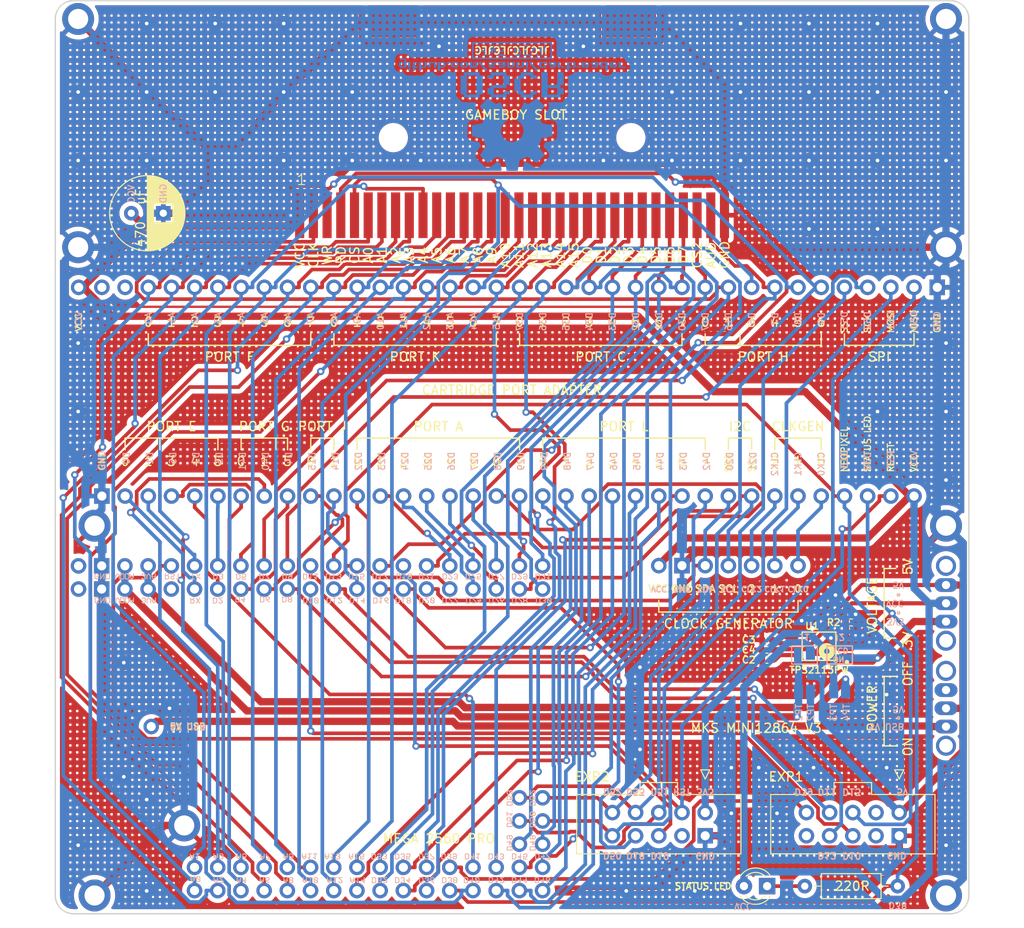
<source format=kicad_pcb>
(kicad_pcb (version 20211014) (generator pcbnew)
  (title_block (title "OSCR HW5") (date "2022-06-19") (rev "V3"))
  (layers (0 "F.Cu" signal) (31 "B.Cu" signal) (34 "B.Paste" user) (35 "F.Paste" user) (36 "B.SilkS" user "B.Silkscreen") (37 "F.SilkS" user "F.Silkscreen") (38 "B.Mask" user) (39 "F.Mask" user) (44 "Edge.Cuts" user))
  (net 0 "")
  (net 1 "D30")
  (net 2 "D31")
  (net 3 "D28")
  (net 4 "D29")
  (net 5 "D26")
  (net 6 "D27")
  (net 7 "D24")
  (net 8 "D25")
  (net 9 "D22")
  (net 10 "D23")
  (net 11 "D20")
  (net 12 "D21")
  (net 13 "D18")
  (net 14 "D19")
  (net 15 "D16")
  (net 16 "D17")
  (net 17 "D14")
  (net 18 "D15")
  (net 19 "D12")
  (net 20 "D13")
  (net 21 "D10")
  (net 22 "D11")
  (net 23 "D8")
  (net 24 "D9")
  (net 25 "D6")
  (net 26 "D7")
  (net 27 "D4")
  (net 28 "D5")
  (net 29 "D2")
  (net 30 "D3")
  (net 31 "D0")
  (net 32 "D1")
  (net 34 "RESET")
  (net 35 "+3.3VA")
  (net 36 "VCC")
  (net 37 "GND")
  (net 40 "D46")
  (net 41 "D47")
  (net 42 "D44")
  (net 43 "D45")
  (net 44 "D42")
  (net 45 "D43")
  (net 46 "D40")
  (net 47 "D41")
  (net 48 "D38")
  (net 49 "D39")
  (net 50 "D36")
  (net 51 "D37")
  (net 52 "D34")
  (net 53 "D32")
  (net 54 "D33")
  (net 55 "A14")
  (net 56 "A15")
  (net 57 "A12")
  (net 58 "A13")
  (net 59 "A10")
  (net 60 "A11")
  (net 61 "A8")
  (net 62 "A9")
  (net 63 "A6")
  (net 64 "A7")
  (net 65 "A4")
  (net 66 "A5")
  (net 67 "A2")
  (net 68 "A3")
  (net 69 "A0")
  (net 70 "A1")
  (net 71 "+3V3")
  (net 72 "+5V")
  (net 73 "D35")
  (net 74 "D53")
  (net 75 "D52")
  (net 76 "D51")
  (net 77 "D50")
  (net 78 "D49")
  (net 79 "D48")
  (net 80 "CLK2")
  (net 81 "CLK1")
  (net 82 "CLK0")
  (net 84 "VBUS")
  (net 85 "Net-(D1-Pad1)")
  (net 92 "VDDA")
  (net 93 "Net-(R2-Pad2)")
  (footprint "MountingHole:MountingHole_2.2mm_M2_ISO7380_Pad" (layer "F.Cu") (at 197.5 77)
    (fp_text reference "M2_3" hide)
    (fp_text value "Screw_Terminal_01x01")
  )
  (footprint "Connector_PinHeader_2.54mm:PinHeader_1x07_P2.54mm_Vertical" (layer "F.Cu") (at 166.06 111.875 90)
    (fp_text reference "J7")
    (fp_text value "Conn_01x07")
  )
  (footprint "MountingHole:MountingHole_2.2mm_M2_ISO7380_Pad" (layer "F.Cu") (at 104.3 148)
    (fp_text reference "M2_6" hide)
    (fp_text value "Screw_Terminal_01x01")
  )
  (footprint "MountingHole:MountingHole_2.2mm_M2_ISO7380_Pad" (layer "F.Cu") (at 197.5 52)
    (fp_text reference "M2_2" hide)
    (fp_text value "Screw_Terminal_01x01")
  )
  (footprint "Resistor_SMD:R_0402_1005Metric_Pad0.72x0.64mm_HandSolder" (layer "F.Cu") (at 187.1 118.1 180)
    (fp_text reference "R2")
    (fp_text value "550")
  )
  (footprint "Connector_PinSocket_2.54mm:PinSocket_1x36_P2.54mm_Vertical" (layer "F.Cu") (at 105.1 104.255 90)
    (fp_text reference "J4")
    (fp_text value "CART SLOT BOTTOM ROW")
  )
  (footprint "MountingHole:MountingHole_2.2mm_M2_ISO7380_Pad" (layer "F.Cu") (at 102.5 77)
    (fp_text reference "M2_8" hide)
    (fp_text value "Screw_Terminal_01x01")
  )
  (footprint "Capacitor_SMD:C_0402_1005Metric_Pad0.74x0.62mm_HandSolder" (layer "F.Cu") (at 177.9 121.1 180)
    (fp_text reference "C4")
    (fp_text value "10 uF")
  )
  (footprint "Button_Switch_THT:SW_CuK_OS102011MA1QN1_SPDT_Angled" (layer "F.Cu") (at 197.5 118 90)
    (fp_text reference "SW1" hide)
    (fp_text value "VOLTAGE" hide)
  )
  (footprint "Connector_PinSocket_2.54mm:PinSocket_1x38_P2.54mm_Vertical" (layer "F.Cu") (at 102.56 81.395 90)
    (fp_text reference "J3")
    (fp_text value "CART SLOT TOP ROW")
  )
  (footprint "Connector_PinSocket_2.54mm:PinSocket_2x21_P2.54mm_Vertical" (layer "F.Cu") (at 153.34 114.44 -90)
    (fp_text reference "J1")
    (fp_text value "MEGA TOP")
  )
  (footprint "MountingHole:MountingHole_2.2mm_M2_ISO7380_Pad" (layer "F.Cu") (at 104.3 107.5)
    (fp_text reference "M2_9" hide)
    (fp_text value "Screw_Terminal_01x01")
  )
  (footprint "MountingHole:MountingHole_2.2mm_M2_ISO7380_Pad" (layer "F.Cu") (at 114.11 140.33)
    (fp_text reference "M2_7" hide)
    (fp_text value "Screw_Terminal_01x01")
  )
  (footprint "MountingHole:MountingHole_2.2mm_M2_ISO7380_Pad" (layer "F.Cu") (at 197.5 107.5)
    (fp_text reference "M2_4" hide)
    (fp_text value "Screw_Terminal_01x01")
  )
  (footprint "Connector_PinSocket_2.54mm:PinSocket_2x16_P2.54mm_Vertical" (layer "F.Cu") (at 153.34 147.46 -90)
    (fp_text reference "J2")
    (fp_text value "MEGA BOTTOM")
  )
  (footprint "MountingHole:MountingHole_2.2mm_M2_ISO7380_Pad" (layer "F.Cu") (at 197.5 148)
    (fp_text reference "M2_5" hide)
    (fp_text value "Screw_Terminal_01x01")
  )
  (footprint "Connector_IDC:IDC-Header_2x05_P2.54mm_Vertical" (layer "F.Cu") (at 192.38 138.92 -90)
    (fp_text reference "J9")
    (fp_text value "EXP1")
  )
  (footprint "LED_THT:LED_D3.0mm" (layer "F.Cu") (at 177.92 146.975 180)
    (fp_text reference "D1")
    (fp_text value "LED" hide)
  )
  (footprint "MountingHole:MountingHole_2.2mm_M2_ISO7380_Pad" (layer "F.Cu") (at 102.5 52)
    (fp_text reference "M2_1" hide)
    (fp_text value "Screw_Terminal_01x01")
  )
  (footprint "Connector_PinSocket_2.54mm:PinSocket_2x03_P2.54mm_Vertical" (layer "F.Cu") (at 150.8 142.38 180)
    (fp_text reference "J5")
    (fp_text value "MEGA SIDE")
  )
  (footprint "Connector_PinHeader_2.54mm:PinHeader_1x01_P2.54mm_Vertical" (layer "F.Cu") (at 110.5 129.5)
    (fp_text reference "J6")
    (fp_text value "5V USB")
  )
  (footprint "Capacitor_THT:CP_Radial_D8.0mm_P3.50mm" (layer "F.Cu") (at 108.32 73.275)
    (fp_text reference "C1")
    (fp_text value "C_Polarized")
  )
  (footprint "!sanni:GBA-SLOT-B" (layer "F.Cu") (at 150 68.5 90)
    (fp_text reference "J10" hide)
    (fp_text value "GBA_Slot" hide)
  )
  (footprint "Capacitor_SMD:C_0402_1005Metric_Pad0.74x0.62mm_HandSolder" (layer "F.Cu") (at 177.9 120 180)
    (fp_text reference "C3")
    (fp_text value "0.1 uF")
  )
  (footprint "Connector_IDC:IDC-Header_2x05_P2.54mm_Vertical" (layer "F.Cu") (at 171.14 138.92 -90)
    (fp_text reference "J8")
    (fp_text value "EXP2")
  )
  (footprint "Capacitor_SMD:C_0402_1005Metric_Pad0.74x0.62mm_HandSolder" (layer "F.Cu") (at 177.9 122.2)
    (fp_text reference "C2")
    (fp_text value "0.1 uF")
  )
  (footprint "Resistor_THT:R_Axial_DIN0207_L6.3mm_D2.5mm_P10.16mm_Horizontal" (layer "F.Cu") (at 182.04 146.975)
    (fp_text reference "R1")
    (fp_text value "220R" hide)
  )
  (footprint "Button_Switch_THT:SW_CuK_OS102011MA1QN1_SPDT_Angled" (layer "F.Cu") (at 197.5 129.5 90)
    (fp_text reference "SW2" hide)
    (fp_text value "POWER" hide)
  )
  (footprint "Personal:Texas_Instruments-TPS2113PW-Level_A" (layer "F.Cu") (at 183.6 120.7 180)
    (fp_text reference "U1")
    (fp_text value "TPS2113PW")
  )
  (footprint "!OSCR:Logo" (layer "B.Cu") (at 150 62.5)
    (fp_text reference "G***" hide)
    (fp_text value "LOGO" hide)
  )
  (footprint "Jumper:SolderJumper-2_P1.3mm_Open_Pad1.0x1.5mm" (layer "B.Cu") (at 182.01 121.66 180)
    (fp_text reference "JP1" hide)
    (fp_text value "powered by VCC" hide)
  )
  (footprint "Jumper:SolderJumper-2_P1.3mm_Open_Pad1.0x1.5mm" (layer "B.Cu") (at 182.01 125.66 180)
    (fp_text reference "JP2" hide)
    (fp_text value "Testpoints 1 2" hide)
  )
  (footprint "Jumper:SolderJumper-2_P1.3mm_Open_Pad1.0x1.5mm" (layer "B.Cu") (at 185.852 125.66 180)
    (fp_text reference "JP3" hide)
    (fp_text value "Testpoints 3 4" hide)
  )
  (gr_line (start 154.3 54.6) (end 154.3 56.3) (layer "B.Cu") (width 0.15))
  (gr_line (start 145.7 56.3) (end 154.3 56.3) (layer "B.Cu") (width 0.15))
  (gr_line (start 154.3 54.6) (end 145.7 54.6) (layer "B.Cu") (width 0.15))
  (gr_line (start 145.7 56.3) (end 145.7 54.6) (layer "B.Cu") (width 0.15))
  (gr_line (start 152.9063 146.1343) (end 152.8131 146.0411) (layer "B.SilkS") (width 0.1))
  (gr_line (start 138.7022 113.3433) (end 138.8887 113.3433) (layer "B.SilkS") (width 0.1))
  (gr_line (start 153.7874 143.5362) (end 154.1602 143.9091) (layer "B.SilkS") (width 0.1))
  (gr_line (start 154.1633 115.9735) (end 153.9769 115.9735) (layer "B.SilkS") (width 0.1))
  (gr_line (start 147.4984 146.0411) (end 147.4984 146.6004) (layer "B.SilkS") (width 0.1))
  (gr_line (start 122.4984 143.815799) (end 122.4984 143.443) (layer "B.SilkS") (width 0.1))
  (gr_line (start 125.1732 115.2872) (end 124.8935 115.2872) (layer "B.SilkS") (width 0.1))
  (gr_line (start 138.1219 143.4397) (end 138.2151 143.5329) (layer "B.SilkS") (width 0.1))
  (gr_line (start 151.3504 115.6939) (end 151.2572 115.6007) (layer "B.SilkS") (width 0.1))
  (gr_line (start 150.0141 141.5394) (end 149.9209 141.4462) (layer "B.SilkS") (width 0.1))
  (gr_line (start 141.183 146.0411) (end 141.0898 146.1343) (layer "B.SilkS") (width 0.1))
  (gr_line (start 107.1532 115.3989) (end 107.1532 115.9582) (layer "B.SilkS") (width 0.1))
  (gr_line (start 151.2572 115.6007) (end 151.2572 115.5075) (layer "B.SilkS") (width 0.1))
  (gr_line (start 137.2324 146.6004) (end 137.512 146.6004) (layer "B.SilkS") (width 0.1))
  (gr_line (start 122.7986 146.414) (end 122.6122 146.6004) (layer "B.SilkS") (width 0.1))
  (gr_line (start 135.3059 146.1343) (end 135.3991 146.0411) (layer "B.SilkS") (width 0.1))
  (gr_line (start 120.4628 113.3467) (end 120.8356 113.3467) (layer "B.SilkS") (width 0.1))
  (gr_line (start 105.3506 115.4042) (end 104.9778 115.9635) (layer "B.SilkS") (width 0.1))
  (gr_line (start 109.567 112.77355) (end 109.7534 112.77355) (layer "B.SilkS") (width 0.1))
  (gr_line (start 143.9654 146.2276) (end 143.8722 146.3208) (layer "B.SilkS") (width 0.1))
  (gr_line (start 151.4388 143.815799) (end 151.2524 143.7226) (layer "B.SilkS") (width 0.1))
  (gr_line (start 132.4775 112.784) (end 132.1979 112.784) (layer "B.SilkS") (width 0.1))
  (gr_line (start 151.2572 115.8803) (end 151.2572 115.7871) (layer "B.SilkS") (width 0.1))
  (gr_line (start 125.6134 113.3433) (end 125.7998 113.3433) (layer "B.SilkS") (width 0.1))
  (gr_line (start 149.8277 141.8191) (end 149.9209 141.8191) (layer "B.SilkS") (width 0.1))
  (gr_line (start 133.4028 143.9989) (end 133.775599 143.9989) (layer "B.SilkS") (width 0.1))
  (gr_line (start 152.068 138.8742) (end 152.4409 138.8742) (layer "B.SilkS") (width 0.1))
  (gr_line (start 146.2811 112.784) (end 146.4675 112.784) (layer "B.SilkS") (width 0.1))
  (gr_line (start 154.1225 146.2276) (end 154.1225 146.1343) (layer "B.SilkS") (width 0.1))
  (gr_line (start 120.5111 143.7226) (end 120.5111 144.0023) (layer "B.SilkS") (width 0.1))
  (gr_line (start 150.4059 146.5105) (end 150.4059 146.1377) (layer "B.SilkS") (width 0.1))
  (gr_line (start 145.6656 146.6004) (end 145.6656 146.0411) (layer "B.SilkS") (width 0.1))
  (gr_line (start 154.1602 143.9091) (end 154.1602 144.0023) (layer "B.SilkS") (width 0.1))
  (gr_line (start 115.7307 146.4734) (end 115.5443 146.4734) (layer "B.SilkS") (width 0.1))
  (gr_line (start 131.3874 146.414) (end 131.0145 146.0411) (layer "B.SilkS") (width 0.1))
  (gr_line (start 136.3497 113.2501) (end 136.3497 113.3433) (layer "B.SilkS") (width 0.1))
  (gr_line (start 149.4548 136.6167) (end 149.548 136.5235) (layer "B.SilkS") (width 0.1))
  (gr_line (start 131.1396 143.5329) (end 131.1396 143.6261) (layer "B.SilkS") (width 0.1))
  (gr_line (start 152.9881 113.2501) (end 152.9881 112.8773) (layer "B.SilkS") (width 0.1))
  (gr_line (start 104.7229 113.0537) (end 104.7229 112.8673) (layer "B.SilkS") (width 0.1))
  (gr_line (start 142.4307 113.3433) (end 142.7104 113.3433) (layer "B.SilkS") (width 0.1))
  (gr_line (start 138.8752 115.6007) (end 138.782 115.6939) (layer "B.SilkS") (width 0.1))
  (gr_line (start 148.7864 143.9989) (end 148.6932 143.905699) (layer "B.SilkS") (width 0.1))
  (gr_line (start 107 112.959) (end 106.8136 112.7726) (layer "B.SilkS") (width 0.1))
  (gr_line (start 138.2133 146.2276) (end 138.1201 146.3208) (layer "B.SilkS") (width 0.1))
  (gr_line (start 120.2276 112.8806) (end 120.1343 112.7874) (layer "B.SilkS") (width 0.1))
  (gr_line (start 117.3425 112.784) (end 117.3425 113.3433) (layer "B.SilkS") (width 0.1))
  (gr_line (start 146.1878 113.0637) (end 146.1878 113.3433) (layer "B.SilkS") (width 0.1))
  (gr_line (start 125.5948 115.5669) (end 125.5016 115.4737) (layer "B.SilkS") (width 0.1))
  (gr_line (start 147.5101 112.784) (end 147.5101 113.3433) (layer "B.SilkS") (width 0.1))
  (gr_line (start 141.3696 115.4142) (end 141.4628 115.5075) (layer "B.SilkS") (width 0.1))
  (gr_line (start 151.63 115.7871) (end 151.63 115.8803) (layer "B.SilkS") (width 0.1))
  (gr_line (start 115.81 115.4176) (end 115.4371 115.9768) (layer "B.SilkS") (width 0.1))
  (gr_line (start 136.0669 115.5075) (end 136.0669 115.6939) (layer "B.SilkS") (width 0.1))
  (gr_line (start 109.7706 115.9664) (end 109.5842 115.9664) (layer "B.SilkS") (width 0.1))
  (gr_line (start 148.5097 115.7871) (end 148.1368 115.4142) (layer "B.SilkS") (width 0.1))
  (gr_line (start 144.7778 146.0411) (end 144.7778 146.6004) (layer "B.SilkS") (width 0.1))
  (gr_line (start 108.5557 115.40175) (end 108.5557 115.77465) (layer "B.SilkS") (width 0.1))
  (gr_line (start 118.0881 146.6004) (end 118.2745 146.6004) (layer "B.SilkS") (width 0.1))
  (gr_line (start 127.4207 143.4397) (end 127.4207 143.8125) (layer "B.SilkS") (width 0.1))
  (gr_line (start 150.4091 143.9091) (end 150.4091 143.5362) (layer "B.SilkS") (width 0.1))
  (gr_line (start 109.8638 115.5004) (end 109.8638 115.5936) (layer "B.SilkS") (width 0.1))
  (gr_line (start 141.451 143.9989) (end 141.0781 143.9989) (layer "B.SilkS") (width 0.1))
  (gr_line (start 147.4771 143.9989) (end 147.7567 143.9989) (layer "B.SilkS") (width 0.1))
  (gr_line (start 122.8337 115.3805) (end 122.7405 115.2872) (layer "B.SilkS") (width 0.1))
  (gr_line (start 138.1874 112.784) (end 138.1874 113.3433) (layer "B.SilkS") (width 0.1))
  (gr_line (start 154.1633 115.4142) (end 154.2565 115.5075) (layer "B.SilkS") (width 0.1))
  (gr_line (start 147.7897 113.3433) (end 147.8829 113.2501) (layer "B.SilkS") (width 0.1))
  (gr_line (start 125.5016 115.4737) (end 125.5016 115.3805) (layer "B.SilkS") (width 0.1))
  (gr_line (start 140.5582 113.3433) (end 140.7446 113.3433) (layer "B.SilkS") (width 0.1))
  (gr_line (start 153.5962 113.1569) (end 153.5962 113.2501) (layer "B.SilkS") (width 0.1))
  (gr_line (start 142.9844 146.1343) (end 143.0777 146.0411) (layer "B.SilkS") (width 0.1))
  (gr_line (start 137.6725 113.3433) (end 137.7657 113.2501) (layer "B.SilkS") (width 0.1))
  (gr_line (start 123.4793 144.0023) (end 123.1065 144.0023) (layer "B.SilkS") (width 0.1))
  (gr_line (start 149.8277 136.5235) (end 149.9209 136.5235) (layer "B.SilkS") (width 0.1))
  (gr_line (start 151.3456 143.443) (end 151.532 143.443) (layer "B.SilkS") (width 0.1))
  (gr_line (start 119.906 146.4173) (end 119.906 146.0445) (layer "B.SilkS") (width 0.1))
  (gr_line (start 140.7613 146.3208) (end 140.8546 146.414) (layer "B.SilkS") (width 0.1))
  (gr_line (start 145.994 146.5072) (end 145.994 146.1343) (layer "B.SilkS") (width 0.1))
  (gr_line (start 143.3573 146.2276) (end 143.2641 146.3208) (layer "B.SilkS") (width 0.1))
  (gr_line (start 106.6271 112.959) (end 106.6271 113.3318) (layer "B.SilkS") (width 0.1))
  (gr_line (start 136.3497 113.3433) (end 135.9768 113.3433) (layer "B.SilkS") (width 0.1))
  (gr_line (start 150.3206 115.4142) (end 150.041 115.4142) (layer "B.SilkS") (width 0.1))
  (gr_line (start 126 146.2276) (end 125.9068 146.3208) (layer "B.SilkS") (width 0.1))
  (gr_line (start 130.5518 115.4142) (end 130.5518 115.9735) (layer "B.SilkS") (width 0.1))
  (gr_line (start 140.7615 115.9735) (end 140.8548 115.8803) (layer "B.SilkS") (width 0.1))
  (gr_line (start 105.8459 112.7741) (end 105.5662 112.7741) (layer "B.SilkS") (width 0.1))
  (gr_line (start 133.0773 115.9735) (end 132.890799 115.7871) (layer "B.SilkS") (width 0.1))
  (gr_line (start 150.0141 142.7556) (end 149.9209 142.6624) (layer "B.SilkS") (width 0.1))
  (gr_line (start 137.512 146.6004) (end 137.6052 146.5072) (layer "B.SilkS") (width 0.1))
  (gr_line (start 152.8508 144.0023) (end 152.9441 143.9091) (layer "B.SilkS") (width 0.1))
  (gr_line (start 122.6848 144.0023) (end 122.4984 143.815799) (layer "B.SilkS") (width 0.1))
  (gr_line (start 104.4433 112.7741) (end 104.35 112.8673) (layer "B.SilkS") (width 0.1))
  (gr_line (start 142.6843 143.5329) (end 142.5911 143.4397) (layer "B.SilkS") (width 0.1))
  (gr_line (start 143.9654 146.1343) (end 143.9654 146.2276) (layer "B.SilkS") (width 0.1))
  (gr_line (start 153.462 115.6939) (end 153.5552 115.6939) (layer "B.SilkS") (width 0.1))
  (gr_line (start 119.903 143.815799) (end 119.903 143.443) (layer "B.SilkS") (width 0.1))
  (gr_line (start 120.8356 113.067) (end 120.7424 113.1602) (layer "B.SilkS") (width 0.1))
  (gr_line (start 143.7401 113.3433) (end 143.6469 113.2501) (layer "B.SilkS") (width 0.1))
  (gr_line (start 132.4775 113.3433) (end 132.5707 113.2501) (layer "B.SilkS") (width 0.1))
  (gr_line (start 108.5528 112.77355) (end 108.5528 113.14645) (layer "B.SilkS") (width 0.1))
  (gr_line (start 125.8745 115.4737) (end 125.7813 115.5669) (layer "B.SilkS") (width 0.1))
  (gr_line (start 150.4139 115.8803) (end 150.4139 115.5075) (layer "B.SilkS") (width 0.1))
  (gr_line (start 129.6755 112.784) (end 129.6755 113.3433) (layer "B.SilkS") (width 0.1))
  (gr_line (start 132.2827 115.4142) (end 132.2827 115.9735) (layer "B.SilkS") (width 0.1))
  (gr_line (start 130.86 143.9989) (end 130.7668 143.905699) (layer "B.SilkS") (width 0.1))
  (gr_line (start 138.7022 113.0637) (end 138.609 113.1569) (layer "B.SilkS") (width 0.1))
  (gr_line (start 144.7778 146.6004) (end 145.0575 146.6004) (layer "B.SilkS") (width 0.1))
  (gr_line (start 128.5626 112.784) (end 128.5626 113.3433) (layer "B.SilkS") (width 0.1))
  (gr_line (start 125.1732 115.8465) (end 125.2664 115.7533) (layer "B.SilkS") (width 0.1))
  (gr_line (start 109.7534 112.77355) (end 109.8466 112.86685) (layer "B.SilkS") (width 0.1))
  (gr_line (start 151.9748 137.2248) (end 152.068 137.1316) (layer "B.SilkS") (width 0.1))
  (gr_line (start 117.5744 115.4142) (end 117.2948 115.4142) (layer "B.SilkS") (width 0.1))
  (gr_line (start 143.8072 143.4397) (end 143.6208 143.4397) (layer "B.SilkS") (width 0.1))
  (gr_line (start 124.9121 113.3433) (end 125.1918 113.3433) (layer "B.SilkS") (width 0.1))
  (gr_line (start 152.8949 113.3433) (end 152.9881 113.2501) (layer "B.SilkS") (width 0.1))
  (gr_line (start 128.3896 115.5075) (end 128.4828 115.4142) (layer "B.SilkS") (width 0.1))
  (gr_line (start 152.1613 141.4462) (end 152.2545 141.5394) (layer "B.SilkS") (width 0.1))
  (gr_line (start 123.1621 115.2872) (end 123.0689 115.3805) (layer "B.SilkS") (width 0.1))
  (gr_line (start 135.5552 112.784) (end 135.5552 113.3433) (layer "B.SilkS") (width 0.1))
  (gr_line (start 114.843 146.287) (end 114.843 145.9141) (layer "B.SilkS") (width 0.1))
  (gr_line (start 115.8239 146.0073) (end 115.8239 146.3802) (layer "B.SilkS") (width 0.1))
  (gr_rect (start 184.47 120.67) (end 187.25 122.65) (layer "B.SilkS") (width 0.15) (fill none))
  (gr_line (start 143.1102 115.9735) (end 143.2966 115.9735) (layer "B.SilkS") (width 0.1))
  (gr_line (start 110.97 115.68785) (end 110.5972 115.68785) (layer "B.SilkS") (width 0.1))
  (gr_line (start 152.9471 115.9735) (end 153.0403 115.8803) (layer "B.SilkS") (width 0.1))
  (gr_line (start 138.2671 115.4142) (end 137.8943 115.4142) (layer "B.SilkS") (width 0.1))
  (gr_line (start 115.2019 115.8836) (end 115.1087 115.9768) (layer "B.SilkS") (width 0.1))
  (gr_line (start 131.2645 113.2501) (end 131.1713 113.3433) (layer "B.SilkS") (width 0.1))
  (gr_line (start 150.0141 136.6167) (end 150.0141 136.8031) (layer "B.SilkS") (width 0.1))
  (gr_line (start 151.9748 139.5755) (end 152.068 139.4823) (layer "B.SilkS") (width 0.1))
  (gr_line (start 149.0991 113.3433) (end 148.7263 113.3433) (layer "B.SilkS") (width 0.1))
  (gr_line (start 140.1532 146.6004) (end 140.2465 146.5072) (layer "B.SilkS") (width 0.1))
  (gr_line (start 127.4207 143.8125) (end 127.2342 143.9989) (layer "B.SilkS") (width 0.1))
  (gr_line (start 150.3158 143.443) (end 150.0362 143.443) (layer "B.SilkS") (width 0.1))
  (gr_line (start 148.9729 143.4397) (end 149.0661 143.5329) (layer "B.SilkS") (width 0.1))
  (gr_line (start 153.7497 146.3208) (end 154.0293 146.3208) (layer "B.SilkS") (width 0.1))
  (gr_line (start 110.9528 112.7746) (end 110.9528 113.1475) (layer "B.SilkS") (width 0.1))
  (gr_line (start 149.0246 115.6939) (end 149.1178 115.6007) (layer "B.SilkS") (width 0.1))
  (gr_line (start 151.2572 115.7871) (end 151.3504 115.6939) (layer "B.SilkS") (width 0.1))
  (gr_line (start 149.548 139.8497) (end 149.4548 139.7565) (layer "B.SilkS") (width 0.1))
  (gr_line (start 151.9748 141.5394) (end 152.068 141.4462) (layer "B.SilkS") (width 0.1))
  (gr_line (start 125.7203 146.0411) (end 125.9068 146.0411) (layer "B.SilkS") (width 0.1))
  (gr_line (start 110.58 113.1475) (end 110.58 112.7746) (layer "B.SilkS") (width 0.1))
  (gr_line (start 132.5707 112.8773) (end 132.4775 112.784) (layer "B.SilkS") (width 0.1))
  (gr_line (start 117.9506 112.8773) (end 118.0438 112.784) (layer "B.SilkS") (width 0.1))
  (gr_line (start 145.0191 115.4142) (end 145.0191 115.9735) (layer "B.SilkS") (width 0.1))
  (gr_line (start 128.3896 115.8803) (end 128.3896 115.5075) (layer "B.SilkS") (width 0.1))
  (gr_line (start 148.2114 113.3433) (end 148.3978 113.3433) (layer "B.SilkS") (width 0.1))
  (gr_line (start 143.7401 112.784) (end 143.9265 112.784) (layer "B.SilkS") (width 0.1))
  (gr_line (start 106.8136 112.7726) (end 106.6271 112.959) (layer "B.SilkS") (width 0.1))
  (gr_line (start 151.63 115.6007) (end 151.5368 115.6939) (layer "B.SilkS") (width 0.1))
  (gr_line (start 145.1647 143.9989) (end 145.258 143.905699) (layer "B.SilkS") (width 0.1))
  (gr_line (start 127.4396 113.3433) (end 127.5328 113.2501) (layer "B.SilkS") (width 0.1))
  (gr_line (start 117.7153 113.2501) (end 117.7153 112.8773) (layer "B.SilkS") (width 0.1))
  (gr_line (start 136.0669 115.6939) (end 136.3465 115.6939) (layer "B.SilkS") (width 0.1))
  (gr_line (start 153.5144 146.3208) (end 153.1416 146.3208) (layer "B.SilkS") (width 0.1))
  (gr_line (start 150.6491 115.8803) (end 150.7423 115.9735) (layer "B.SilkS") (width 0.1))
  (gr_line (start 140.8429 143.8125) (end 140.8429 143.905699) (layer "B.SilkS") (width 0.1))
  (gr_line (start 127.16 112.784) (end 127.16 113.3433) (layer "B.SilkS") (width 0.1))
  (gr_line (start 134.9379 143.9989) (end 135.0311 143.905699) (layer "B.SilkS") (width 0.1))
  (gr_line (start 138.782 115.9735) (end 138.5956 115.9735) (layer "B.SilkS") (width 0.1))
  (gr_line (start 150.0141 140.1781) (end 149.9209 140.0849) (layer "B.SilkS") (width 0.1))
  (gr_line (start 120.2758 143.815799) (end 120.0894 144.0023) (layer "B.SilkS") (width 0.1))
  (gr_line (start 149.9209 141.4462) (end 149.548 141.4462) (layer "B.SilkS") (width 0.1))
  (gr_line (start 117.9949 146.5072) (end 118.0881 146.6004) (layer "B.SilkS") (width 0.1))
  (gr_line (start 134.9379 143.4397) (end 134.6583 143.4397) (layer "B.SilkS") (width 0.1))
  (gr_line (start 131.3874 146.5072) (end 131.3874 146.414) (layer "B.SilkS") (width 0.1))
  (gr_line (start 128.6368 143.4397) (end 128.264 143.4397) (layer "B.SilkS") (width 0.1))
  (gr_line (start 152.1613 141.8191) (end 152.068 141.8191) (layer "B.SilkS") (width 0.1))
  (gr_line (start 146.2353 115.6939) (end 146.515 115.9735) (layer "B.SilkS") (width 0.1))
  (gr_line (start 130.0483 112.8773) (end 129.9551 112.784) (layer "B.SilkS") (width 0.1))
  (gr_line (start 150.7423 115.9735) (end 150.9287 115.9735) (layer "B.SilkS") (width 0.1))
  (gr_line (start 120.6043 143.443) (end 120.7907 143.443) (layer "B.SilkS") (width 0.1))
  (gr_line (start 151.3437 113.3433) (end 151.5301 113.3433) (layer "B.SilkS") (width 0.1))
  (gr_line (start 149.0661 143.5329) (end 149.0661 143.6261) (layer "B.SilkS") (width 0.1))
  (gr_line (start 148.3862 146.6004) (end 148.3862 146.0411) (layer "B.SilkS") (width 0.1))
  (gr_line (start 110.97 115.40815) (end 110.97 115.78105) (layer "B.SilkS") (width 0.1))
  (gr_line (start 143.1992 143.4397) (end 143.2924 143.5329) (layer "B.SilkS") (width 0.1))
  (gr_line (start 150.0141 142.1475) (end 149.4548 142.1475) (layer "B.SilkS") (width 0.1))
  (gr_line (start 143.3898 115.8803) (end 143.3898 115.7871) (layer "B.SilkS") (width 0.1))
  (gr_line (start 107.1503 112.7707) (end 107.1503 113.33) (layer "B.SilkS") (width 0.1))
  (gr_line (start 142.8036 113.2501) (end 142.8036 112.8773) (layer "B.SilkS") (width 0.1))
  (gr_line (start 108.3664 113.33285) (end 108.18 113.14645) (layer "B.SilkS") (width 0.1))
  (gr_line (start 125.5202 113.2501) (end 125.6134 113.3433) (layer "B.SilkS") (width 0.1))
  (gr_line (start 107.9529 115.9582) (end 108.0461 115.865) (layer "B.SilkS") (width 0.1))
  (gr_line (start 153.7497 146.3208) (end 153.9361 146.5072) (layer "B.SilkS") (width 0.1))
  (gr_line (start 125.9095 143.4397) (end 125.7231 143.4397) (layer "B.SilkS") (width 0.1))
  (gr_line (start 149.7345 136.7099) (end 149.7345 136.6167) (layer "B.SilkS") (width 0.1))
  (gr_line (start 120.0894 144.0023) (end 119.903 143.815799) (layer "B.SilkS") (width 0.1))
  (gr_line (start 150.0343 113.3433) (end 150.3139 113.3433) (layer "B.SilkS") (width 0.1))
  (gr_line (start 148.7449 115.6939) (end 149.0246 115.6939) (layer "B.SilkS") (width 0.1))
  (gr_line (start 112.748 112.7741) (end 112.9344 112.7741) (layer "B.SilkS") (width 0.1))
  (gr_line (start 142.7104 113.3433) (end 142.8036 113.2501) (layer "B.SilkS") (width 0.1))
  (gr_line (start 131.2645 113.1569) (end 131.2645 113.2501) (layer "B.SilkS") (width 0.1))
  (gr_line (start 146.0872 146.0411) (end 146.2737 146.0411) (layer "B.SilkS") (width 0.1))
  (gr_line (start 150.033 146.6037) (end 150.3127 146.6037) (layer "B.SilkS") (width 0.1))
  (gr_line (start 122.8712 143.815799) (end 122.6848 144.0023) (layer "B.SilkS") (width 0.1))
  (gr_line (start 143.9265 112.784) (end 144.0198 112.8773) (layer "B.SilkS") (width 0.1))
  (gr_line (start 112.0467 113.3334) (end 112.0467 112.7741) (layer "B.SilkS") (width 0.1))
  (gr_line (start 107.5232 113.2368) (end 107.5232 112.8639) (layer "B.SilkS") (width 0.1))
  (gr_line (start 148.7263 112.784) (end 148.7263 112.8773) (layer "B.SilkS") (width 0.1))
  (gr_line (start 130.0369 115.4142) (end 129.7573 115.4142) (layer "B.SilkS") (width 0.1))
  (gr_line (start 151.63 115.5075) (end 151.63 115.6007) (layer "B.SilkS") (width 0.1))
  (gr_line (start 151.2524 143.7226) (end 151.2524 144.0023) (layer "B.SilkS") (width 0.1))
  (gr_line (start 112.3263 113.3334) (end 112.0467 113.3334) (layer "B.SilkS") (width 0.1))
  (gr_line (start 149.7345 139.4768) (end 149.8277 139.57) (layer "B.SilkS") (width 0.1))
  (gr_line (start 129.7573 115.9735) (end 130.0369 115.9735) (layer "B.SilkS") (width 0.1))
  (gr_line (start 123.0689 115.3805) (end 123.0689 115.5669) (layer "B.SilkS") (width 0.1))
  (gr_line (start 142.5911 143.4397) (end 142.3114 143.4397) (layer "B.SilkS") (width 0.1))
  (gr_line (start 129.6755 113.3433) (end 129.9551 113.3433) (layer "B.SilkS") (width 0.1))
  (gr_line (start 109.6774 115.6868) (end 109.7706 115.6868) (layer "B.SilkS") (width 0.1))
  (gr_line (start 149.548 142.6624) (end 149.4548 142.7556) (layer "B.SilkS") (width 0.1))
  (gr_line (start 115.1087 115.604) (end 115.2019 115.6972) (layer "B.SilkS") (width 0.1))
  (gr_line (start 149.548 137.1316) (end 149.7345 137.1316) (layer "B.SilkS") (width 0.1))
  (gr_line (start 118.2302 112.784) (end 118.3234 112.8773) (layer "B.SilkS") (width 0.1))
  (gr_line (start 143.9005 143.719299) (end 143.6208 143.719299) (layer "B.SilkS") (width 0.1))
  (gr_line (start 125.9095 143.9989) (end 126.0027 143.905699) (layer "B.SilkS") (width 0.1))
  (gr_line (start 150.6443 143.7226) (end 150.9239 144.0023) (layer "B.SilkS") (width 0.1))
  (gr_line (start 113.0276 112.9605) (end 112.9344 113.0537) (layer "B.SilkS") (width 0.1))
  (gr_line (start 153.5552 115.6939) (end 153.6484 115.7871) (layer "B.SilkS") (width 0.1))
  (gr_line (start 108.5557 115.68145) (end 108.1829 115.68145) (layer "B.SilkS") (width 0.1))
  (gr_line (start 132.5595 143.719299) (end 132.1866 143.719299) (layer "B.SilkS") (width 0.1))
  (gr_line (start 138.2151 143.905699) (end 138.1219 143.9989) (layer "B.SilkS") (width 0.1))
  (gr_line (start 151.2572 115.5075) (end 151.3504 115.4142) (layer "B.SilkS") (width 0.1))
  (gr_line (start 154.2565 115.8803) (end 153.8837 115.5075) (layer "B.SilkS") (width 0.1))
  (gr_line (start 135.5856 146.3208) (end 135.6788 146.414) (layer "B.SilkS") (width 0.1))
  (gr_line (start 152.5341 138.1125) (end 152.5341 137.8329) (layer "B.SilkS") (width 0.1))
  (gr_line (start 118.3234 113.2501) (end 118.2302 113.3433) (layer "B.SilkS") (width 0.1))
  (gr_line (start 150.6411 146.3241) (end 150.9208 146.6037) (layer "B.SilkS") (width 0.1))
  (gr_line (start 148.491 113.1569) (end 148.1182 112.784) (layer "B.SilkS") (width 0.1))
  (gr_line (start 148.8797 143.719299) (end 148.9729 143.719299) (layer "B.SilkS") (width 0.1))
  (gr_line (start 127.9146 146.6004) (end 127.7282 146.414) (layer "B.SilkS") (width 0.1))
  (gr_line (start 149.4548 139.57) (end 149.548 139.4768) (layer "B.SilkS") (width 0.1))
  (gr_line (start 143.3573 146.5072) (end 143.2641 146.6004) (layer "B.SilkS") (width 0.1))
  (gr_line (start 109.4737 112.86685) (end 109.567 112.77355) (layer "B.SilkS") (width 0.1))
  (gr_line (start 145.9069 115.9735) (end 146.0001 115.8803) (layer "B.SilkS") (width 0.1))
  (gr_line (start 127.4929 146.0411) (end 127.4929 146.414) (layer "B.SilkS") (width 0.1))
  (gr_line (start 148.1368 115.8803) (end 148.23 115.9735) (layer "B.SilkS") (width 0.1))
  (gr_line (start 133.4028 143.5329) (end 133.496 143.4397) (layer "B.SilkS") (width 0.1))
  (gr_line (start 135.0707 146.5072) (end 135.0707 146.1343) (layer "B.SilkS") (width 0.1))
  (gr_line (start 152.2545 139.4823) (end 152.3477 139.5755) (layer "B.SilkS") (width 0.1))
  (gr_line (start 152.5335 146.6004) (end 152.8131 146.6004) (layer "B.SilkS") (width 0.1))
  (gr_line (start 115.451 146.0073) (end 115.5443 145.9141) (layer "B.SilkS") (width 0.1))
  (gr_circle (center 192.3 128.56) (end 192.356569 128.56) (layer "B.SilkS") (width 0.15) (fill none))
  (gr_line (start 112.6548 113.1469) (end 112.6548 113.2402) (layer "B.SilkS") (width 0.1))
  (gr_line (start 122.6694 112.7874) (end 122.3897 112.7874) (layer "B.SilkS") (width 0.1))
  (gr_line (start 149.4548 138.8687) (end 149.4548 139.2416) (layer "B.SilkS") (width 0.1))
  (gr_line (start 120.1549 115.7566) (end 120.1549 115.3838) (layer "B.SilkS") (width 0.1))
  (gr_line (start 138.8887 112.784) (end 138.7022 112.784) (layer "B.SilkS") (width 0.1))
  (gr_line (start 132.5624 115.9735) (end 132.6556 115.8803) (layer "B.SilkS") (width 0.1))
  (gr_line (start 120.2276 113.2534) (end 120.2276 112.8806) (layer "B.SilkS") (width 0.1))
  (gr_line (start 150.3139 113.3433) (end 150.4071 113.2501) (layer "B.SilkS") (width 0.1))
  (gr_line (start 133.9014 146.3208) (end 133.528599 146.3208) (layer "B.SilkS") (width 0.1))
  (gr_line (start 120.7424 113.1602) (end 120.6492 113.1602) (layer "B.SilkS") (width 0.1))
  (gr_line (start 151.5368 115.4142) (end 151.63 115.5075) (layer "B.SilkS") (width 0.1))
  (gr_line (start 138.5024 115.8803) (end 138.5024 115.7871) (layer "B.SilkS") (width 0.1))
  (gr_line (start 123.4067 146.1343) (end 123.3135 146.0411) (layer "B.SilkS") (width 0.1))
  (gr_line (start 143.4117 113.2501) (end 143.4117 113.1569) (layer "B.SilkS") (width 0.1))
  (gr_line (start 133.6824 143.8125) (end 133.589199 143.8125) (layer "B.SilkS") (width 0.1))
  (gr_line (start 131.1077 146.6004) (end 131.2942 146.6004) (layer "B.SilkS") (width 0.1))
  (gr_line (start 105.331 113.3334) (end 105.331 112.7741) (layer "B.SilkS") (width 0.1))
  (gr_line (start 135.1335 112.8773) (end 135.0403 112.784) (layer "B.SilkS") (width 0.1))
  (gr_line (start 133.293399 146.0411) (end 132.9205 146.0411) (layer "B.SilkS") (width 0.1))
  (gr_line (start 151.6252 143.7226) (end 151.532 143.815799) (layer "B.SilkS") (width 0.1))
  (gr_line (start 132.981099 143.4397) (end 132.981099 143.9989) (layer "B.SilkS") (width 0.1))
  (gr_line (start 143.1709 146.3208) (end 143.2641 146.3208) (layer "B.SilkS") (width 0.1))
  (gr_line (start 140.8548 115.8803) (end 140.8548 115.7871) (layer "B.SilkS") (width 0.1))
  (gr_line (start 107.4329 115.3989) (end 107.1532 115.3989) (layer "B.SilkS") (width 0.1))
  (gr_line (start 141.3694 146.0411) (end 141.183 146.0411) (layer "B.SilkS") (width 0.1))
  (gr_line (start 105.5858 115.4042) (end 105.5858 115.9635) (layer "B.SilkS") (width 0.1))
  (gr_line (start 140.2298 112.8773) (end 140.1365 112.784) (layer "B.SilkS") (width 0.1))
  (gr_line (start 114.9624 143.9989) (end 114.776 143.8125) (layer "B.SilkS") (width 0.1))
  (gr_line (start 143.0127 143.9989) (end 142.9195 143.905699) (layer "B.SilkS") (width 0.1))
  (gr_line (start 120.4628 112.8806) (end 120.556 112.7874) (layer "B.SilkS") (width 0.1))
  (gr_line (start 135.9768 112.784) (end 135.9768 112.8773) (layer "B.SilkS") (width 0.1))
  (gr_line (start 125.7231 143.9989) (end 125.9095 143.9989) (layer "B.SilkS") (width 0.1))
  (gr_line (start 133.6937 113.1569) (end 133.6005 113.1569) (layer "B.SilkS") (width 0.1))
  (gr_line (start 135.546 143.4397) (end 135.6392 143.5329) (layer "B.SilkS") (width 0.1))
  (gr_line (start 131.1396 143.905699) (end 131.0464 143.9989) (layer "B.SilkS") (width 0.1))
  (gr_line (start 125.6271 146.1343) (end 125.7203 146.0411) (layer "B.SilkS") (width 0.1))
  (gr_line (start 127.8423 143.4397) (end 127.8423 143.9989) (layer "B.SilkS") (width 0.1))
  (gr_line (start 138.0269 146.3208) (end 138.1201 146.3208) (layer "B.SilkS") (width 0.1))
  (gr_line (start 117.3425 113.3433) (end 117.6221 113.3433) (layer "B.SilkS") (width 0.1))
  (gr_line (start 123.3135 146.3208) (end 123.4067 146.2276) (layer "B.SilkS") (width 0.1))
  (gr_line (start 142.7817 115.5075) (end 142.6885 115.4142) (layer "B.SilkS") (width 0.1))
  (gr_line (start 140.8378 113.2501) (end 140.8378 113.1569) (layer "B.SilkS") (width 0.1))
  (gr_line (start 154.0293 146.0411) (end 153.8429 146.0411) (layer "B.SilkS") (width 0.1))
  (gr_line (start 122.9978 112.8806) (end 123.3707 113.2534) (layer "B.SilkS") (width 0.1))
  (gr_line (start 118.0438 112.784) (end 118.2302 112.784) (layer "B.SilkS") (width 0.1))
  (gr_line (start 128.3363 146.5072) (end 128.3363 146.1343) (layer "B.SilkS") (width 0.1))
  (gr_line (start 133.6824 143.4397) (end 133.775599 143.5329) (layer "B.SilkS") (width 0.1))
  (gr_line (start 149.8277 137.318) (end 149.7345 137.5044) (layer "B.SilkS") (width 0.1))
  (gr_line (start 152.3477 141.4462) (end 152.4409 141.4462) (layer "B.SilkS") (width 0.1))
  (gr_line (start 132.5624 115.4142) (end 132.2827 115.4142) (layer "B.SilkS") (width 0.1))
  (gr_line (start 118.164 143.719299) (end 118.2572 143.719299) (layer "B.SilkS") (width 0.1))
  (gr_line (start 143.9979 115.8803) (end 143.9979 115.7871) (layer "B.SilkS") (width 0.1))
  (gr_line (start 151.0219 115.7871) (end 150.6491 115.4142) (layer "B.SilkS") (width 0.1))
  (gr_line (start 135.2236 115.8803) (end 135.2236 115.5075) (layer "B.SilkS") (width 0.1))
  (gr_line (start 108.0432 112.8639) (end 107.95 112.7707) (layer "B.SilkS") (width 0.1))
  (gr_line (start 120.8839 143.5362) (end 120.8839 143.7226) (layer "B.SilkS") (width 0.1))
  (gr_line (start 143.9047 115.9735) (end 143.9979 115.8803) (layer "B.SilkS") (width 0.1))
  (gr_line (start 151.2524 143.5362) (end 151.3456 143.443) (layer "B.SilkS") (width 0.1))
  (gr_line (start 143.2924 143.5329) (end 143.2924 143.6261) (layer "B.SilkS") (width 0.1))
  (gr_line (start 152.3477 139.6688) (end 152.2545 139.8552) (layer "B.SilkS") (width 0.1))
  (gr_line (start 149.7345 137.1316) (end 149.8277 137.2248) (layer "B.SilkS") (width 0.1))
  (gr_line (start 148.491 113.2501) (end 148.491 113.1569) (layer "B.SilkS") (width 0.1))
  (gr_line (start 153.5962 112.9705) (end 153.503 113.0637) (layer "B.SilkS") (width 0.1))
  (gr_line (start 135.1303 115.9735) (end 135.2236 115.8803) (layer "B.SilkS") (width 0.1))
  (gr_line (start 109.7706 115.6868) (end 109.8638 115.78) (layer "B.SilkS") (width 0.1))
  (gr_line (start 151.9748 142.7556) (end 151.9748 143.035199) (layer "B.SilkS") (width 0.1))
  (gr_line (start 133.1675 143.4397) (end 132.7947 143.4397) (layer "B.SilkS") (width 0.1))
  (gr_line (start 149.0661 143.905699) (end 148.9729 143.9989) (layer "B.SilkS") (width 0.1))
  (gr_line (start 152.5335 146.0411) (end 152.5335 146.6004) (layer "B.SilkS") (width 0.1))
  (gr_line (start 138.5956 115.6939) (end 138.5024 115.6007) (layer "B.SilkS") (width 0.1))
  (gr_line (start 135.914 146.0411) (end 136.2869 146.0411) (layer "B.SilkS") (width 0.1))
  (gr_line (start 150.0141 139.0552) (end 149.8277 139.2416) (layer "B.SilkS") (width 0.1))
  (gr_line (start 136.3465 115.4142) (end 136.1601 115.4142) (layer "B.SilkS") (width 0.1))
  (gr_line (start 148.4165 115.9735) (end 148.5097 115.8803) (layer "B.SilkS") (width 0.1))
  (gr_line (start 154.2565 115.5075) (end 154.2565 115.8803) (layer "B.SilkS") (width 0.1))
  (gr_line (start 142.6885 115.9735) (end 142.7817 115.8803) (layer "B.SilkS") (width 0.1))
  (gr_line (start 135.7416 112.784) (end 135.3688 112.784) (layer "B.SilkS") (width 0.1))
  (gr_line (start 118.2757 115.8803) (end 118.2757 115.7871) (layer "B.SilkS") (width 0.1))
  (gr_line (start 135.546 143.719299) (end 135.6392 143.8125) (layer "B.SilkS") (width 0.1))
  (gr_line (start 129.9234 143.4397) (end 129.9234 143.8125) (layer "B.SilkS") (width 0.1))
  (gr_line (start 132.1866 143.8125) (end 132.1866 143.4397) (layer "B.SilkS") (width 0.1))
  (gr_line (start 140.2348 143.905699) (end 140.2348 143.5329) (layer "B.SilkS") (width 0.1))
  (gr_line (start 137.3928 112.784) (end 137.3928 113.3433) (layer "B.SilkS") (width 0.1))
  (gr_line (start 128.5626 113.3433) (end 128.3761 113.1569) (layer "B.SilkS") (width 0.1))
  (gr_line (start 123.3707 113.3467) (end 122.9978 113.3467) (layer "B.SilkS") (width 0.1))
  (gr_line (start 105.9587 115.8703) (end 105.9587 115.4974) (layer "B.SilkS") (width 0.1))
  (gr_line (start 152.9441 143.5362) (end 152.8508 143.443) (layer "B.SilkS") (width 0.1))
  (gr_line (start 153.9769 115.4142) (end 154.1633 115.4142) (layer "B.SilkS") (width 0.1))
  (gr_line (start 153.7874 143.443) (end 153.7874 143.5362) (layer "B.SilkS") (width 0.1))
  (gr_line (start 123.4418 115.3805) (end 123.3485 115.2872) (layer "B.SilkS") (width 0.1))
  (gr_line (start 131.2645 112.8773) (end 131.2645 112.9705) (layer "B.SilkS") (width 0.1))
  (gr_line (start 129.9234 143.8125) (end 129.737 143.9989) (layer "B.SilkS") (width 0.1))
  (gr_line (start 133.4989 115.6939) (end 133.778599 115.9735) (layer "B.SilkS") (width 0.1))
  (gr_line (start 123.4793 143.9091) (end 123.4793 144.0023) (layer "B.SilkS") (width 0.1))
  (gr_line (start 134.7607 113.3433) (end 135.0403 113.3433) (layer "B.SilkS") (width 0.1))
  (gr_line (start 137.3928 113.3433) (end 137.6725 113.3433) (layer "B.SilkS") (width 0.1))
  (gr_line (start 145.7204 115.9735) (end 145.9069 115.9735) (layer "B.SilkS") (width 0.1))
  (gr_line (start 107.6732 115.3989) (end 107.6732 115.9582) (layer "B.SilkS") (width 0.1))
  (gr_line (start 125.7998 112.784) (end 125.6134 112.784) (layer "B.SilkS") (width 0.1))
  (gr_line (start 110.0271 112.96005) (end 110.0271 113.33285) (layer "B.SilkS") (width 0.1))
  (gr_line (start 149.7345 142.0543) (end 149.7345 142.4272) (layer "B.SilkS") (width 0.1))
  (gr_line (start 142.7104 112.784) (end 142.4307 112.784) (layer "B.SilkS") (width 0.1))
  (gr_line (start 133.6937 112.784) (end 133.7869 112.8773) (layer "B.SilkS") (width 0.1))
  (gr_line (start 148.9943 146.6004) (end 149.0875 146.5072) (layer "B.SilkS") (width 0.1))
  (gr_line (start 109.5842 115.9664) (end 109.4909 115.8732) (layer "B.SilkS") (width 0.1))
  (gr_line (start 150.6491 115.4142) (end 151.0219 115.4142) (layer "B.SilkS") (width 0.1))
  (gr_line (start 131.1396 143.8125) (end 131.1396 143.905699) (layer "B.SilkS") (width 0.1))
  (gr_line (start 145.392 115.8803) (end 145.392 115.5075) (layer "B.SilkS") (width 0.1))
  (gr_line (start 115.7307 145.9141) (end 115.8239 146.0073) (layer "B.SilkS") (width 0.1))
  (gr_line (start 132.6853 146.0411) (end 132.6853 146.414) (layer "B.SilkS") (width 0.1))
  (gr_line (start 125.8745 115.3805) (end 125.8745 115.4737) (layer "B.SilkS") (width 0.1))
  (gr_line (start 123.2553 115.7533) (end 123.4418 115.8465) (layer "B.SilkS") (width 0.1))
  (gr_line (start 145.1507 146.5072) (end 145.1507 146.1343) (layer "B.SilkS") (width 0.1))
  (gr_line (start 122.7986 146.0411) (end 122.7986 146.414) (layer "B.SilkS") (width 0.1))
  (gr_line (start 143.6857 146.6004) (end 143.5925 146.5072) (layer "B.SilkS") (width 0.1))
  (gr_line (start 110.4172 115.9664) (end 110.4172 115.5936) (layer "B.SilkS") (width 0.1))
  (gr_line (start 136.4397 115.6007) (end 136.4397 115.5075) (layer "B.SilkS") (width 0.1))
  (gr_line (start 150.4091 143.5362) (end 150.3158 143.443) (layer "B.SilkS") (width 0.1))
  (gr_line (start 125.5016 115.6601) (end 125.5948 115.5669) (layer "B.SilkS") (width 0.1))
  (gr_line (start 112.6548 113.2402) (end 112.748 113.3334) (layer "B.SilkS") (width 0.1))
  (gr_line (start 141.451 143.905699) (end 141.451 143.9989) (layer "B.SilkS") (width 0.1))
  (gr_line (start 150.0141 137.5044) (end 150.0141 137.1316) (layer "B.SilkS") (width 0.1))
  (gr_line (start 141.0781 143.5329) (end 141.451 143.905699) (layer "B.SilkS") (width 0.1))
  (gr_line (start 131.2645 112.9705) (end 131.1713 113.0637) (layer "B.SilkS") (width 0.1))
  (gr_line (start 150.7356 113.3433) (end 150.922 113.3433) (layer "B.SilkS") (width 0.1))
  (gr_line (start 125.7203 146.3208) (end 125.6271 146.2276) (layer "B.SilkS") (width 0.1))
  (gr_line (start 150.3206 115.9735) (end 150.4139 115.8803) (layer "B.SilkS") (width 0.1))
  (gr_line (start 145.2988 115.9735) (end 145.392 115.8803) (layer "B.SilkS") (width 0.1))
  (gr_line (start 115.2158 146.1938) (end 114.843 146.1938) (layer "B.SilkS") (width 0.1))
  (gr_line (start 149.548 140.0849) (end 149.4548 140.1781) (layer "B.SilkS") (width 0.1))
  (gr_line (start 143.3573 146.414) (end 143.3573 146.5072) (layer "B.SilkS") (width 0.1))
  (gr_line (start 125.5948 115.2872) (end 125.7813 115.2872) (layer "B.SilkS") (width 0.1))
  (gr_line (start 153.503 113.3433) (end 153.3165 113.3433) (layer "B.SilkS") (width 0.1))
  (gr_line (start 138.4485 146.3208) (end 138.7282 146.6004) (layer "B.SilkS") (width 0.1))
  (gr_line (start 148.9313 115.8803) (end 149.1178 115.9735) (layer "B.SilkS") (width 0.1))
  (gr_line (start 150.9239 144.0023) (end 150.9239 143.443) (layer "B.SilkS") (width 0.1))
  (gr_line (start 125.2664 115.7533) (end 125.2664 115.3805) (layer "B.SilkS") (width 0.1))
  (gr_line (start 114.776 143.8125) (end 114.776 143.4397) (layer "B.SilkS") (width 0.1))
  (gr_line (start 145.392 115.5075) (end 145.2988 115.4142) (layer "B.SilkS") (width 0.1))
  (gr_line (start 105.8459 113.3334) (end 105.9391 113.2402) (layer "B.SilkS") (width 0.1))
  (gr_line (start 119.782 115.2906) (end 119.782 115.8498) (layer "B.SilkS") (width 0.1))
  (gr_line (start 104.6297 112.7741) (end 104.4433 112.7741) (layer "B.SilkS") (width 0.1))
  (gr_line (start 143.3898 115.7871) (end 143.017 115.4142) (layer "B.SilkS") (width 0.1))
  (gr_line (start 117.6676 115.5075) (end 117.5744 115.4142) (layer "B.SilkS") (width 0.1))
  (gr_line (start 141.09 115.8803) (end 141.09 115.5075) (layer "B.SilkS") (width 0.1))
  (gr_line (start 147.8499 143.5329) (end 147.7567 143.4397) (layer "B.SilkS") (width 0.1))
  (gr_line (start 108.0432 113.2368) (end 108.0432 112.8639) (layer "B.SilkS") (width 0.1))
  (gr_line (start 137.8423 143.5329) (end 137.9355 143.4397) (layer "B.SilkS") (width 0.1))
  (gr_line (start 142.7492 146.1343) (end 142.656 146.0411) (layer "B.SilkS") (width 0.1))
  (gr_line (start 107.5261 115.865) (end 107.5261 115.4921) (layer "B.SilkS") (width 0.1))
  (gr_line (start 117.2948 115.4142) (end 117.2948 115.9735) (layer "B.SilkS") (width 0.1))
  (gr_line (start 135.9768 112.8773) (end 136.3497 113.2501) (layer "B.SilkS") (width 0.1))
  (gr_line (start 118.2572 143.9989) (end 118.0708 143.9989) (layer "B.SilkS") (width 0.1))
  (gr_line (start 108.0461 115.4921) (end 107.9529 115.3989) (layer "B.SilkS") (width 0.1))
  (gr_line (start 104.5365 113.0537) (end 104.7229 113.0537) (layer "B.SilkS") (width 0.1))
  (gr_line (start 137.6725 112.784) (end 137.3928 112.784) (layer "B.SilkS") (width 0.1))
  (gr_line (start 152.8508 143.443) (end 152.5712 143.443) (layer "B.SilkS") (width 0.1))
  (gr_line (start 144.9717 112.784) (end 144.9717 113.3433) (layer "B.SilkS") (width 0.1))
  (gr_line (start 131.0667 115.9735) (end 131.2531 115.9735) (layer "B.SilkS") (width 0.1))
  (gr_line (start 128.6692 115.4142) (end 128.7624 115.5075) (layer "B.SilkS") (width 0.1))
  (gr_line (start 109.8638 115.5936) (end 109.7706 115.6868) (layer "B.SilkS") (width 0.1))
  (gr_line (start 140.6681 146.3208) (end 140.7613 146.3208) (layer "B.SilkS") (width 0.1))
  (gr_line (start 107.6703 113.33) (end 107.95 113.33) (layer "B.SilkS") (width 0.1))
  (gr_line (start 138.5956 115.9735) (end 138.5024 115.8803) (layer "B.SilkS") (width 0.1))
  (gr_line (start 130.1712 146.3208) (end 129.7983 146.3208) (layer "B.SilkS") (width 0.1))
  (gr_line (start 151.5368 115.6939) (end 151.3504 115.6939) (layer "B.SilkS") (width 0.1))
  (gr_line (start 130.6564 112.784) (end 130.2836 112.784) (layer "B.SilkS") (width 0.1))
  (gr_line (start 145.1507 146.1343) (end 145.0575 146.0411) (layer "B.SilkS") (width 0.1))
  (gr_line (start 138.1201 146.0411) (end 138.2133 146.1343) (layer "B.SilkS") (width 0.1))
  (gr_line (start 125.019 146.414) (end 125.019 146.0411) (layer "B.SilkS") (width 0.1))
  (gr_line (start 135.914 146.5072) (end 136.0072 146.6004) (layer "B.SilkS") (width 0.1))
  (gr_line (start 110.0443 115.5936) (end 110.0443 115.9664) (layer "B.SilkS") (width 0.1))
  (gr_line (start 125.3919 146.414) (end 125.2055 146.6004) (layer "B.SilkS") (width 0.1))
  (gr_line (start 150.0141 136.8031) (end 149.9209 136.8963) (layer "B.SilkS") (width 0.1))
  (gr_line (start 133.414 113.0637) (end 133.414 113.3433) (layer "B.SilkS") (width 0.1))
  (gr_line (start 149.548 137.7397) (end 149.4548 137.8329) (layer "B.SilkS") (width 0.1))
  (gr_line (start 142.3114 143.9989) (end 142.5911 143.9989) (layer "B.SilkS") (width 0.1))
  (gr_line (start 148.1368 115.4142) (end 148.5097 115.4142) (layer "B.SilkS") (width 0.1))
  (gr_line (start 153.6484 115.8803) (end 153.5552 115.9735) (layer "B.SilkS") (width 0.1))
  (gr_line (start 125.7813 115.5669) (end 125.5948 115.5669) (layer "B.SilkS") (width 0.1))
  (gr_line (start 140.7497 143.9989) (end 140.5633 143.9989) (layer "B.SilkS") (width 0.1))
  (gr_line (start 136.1541 143.719299) (end 136.2473 143.8125) (layer "B.SilkS") (width 0.1))
  (gr_line (start 138.8232 143.5329) (end 138.8232 143.719299) (layer "B.SilkS") (width 0.1))
  (gr_line (start 115.4739 112.7874) (end 115.8468 113.3467) (layer "B.SilkS") (width 0.1))
  (gr_line (start 150.3127 146.0445) (end 150.033 146.0445) (layer "B.SilkS") (width 0.1))
  (gr_line (start 150.041 115.9735) (end 150.3206 115.9735) (layer "B.SilkS") (width 0.1))
  (gr_line (start 128.4504 143.4397) (end 128.4504 143.9989) (layer "B.SilkS") (width 0.1))
  (gr_line (start 118.2302 113.3433) (end 118.0438 113.3433) (layer "B.SilkS") (width 0.1))
  (gr_line (start 107.1532 115.9582) (end 107.4329 115.9582) (layer "B.SilkS") (width 0.1))
  (gr_line (start 142.6885 115.4142) (end 142.4089 115.4142) (layer "B.SilkS") (width 0.1))
  (gr_line (start 132.3124 146.414) (end 132.3124 146.0411) (layer "B.SilkS") (width 0.1))
  (gr_line (start 115.1488 143.8125) (end 114.9624 143.9989) (layer "B.SilkS") (width 0.1))
  (gr_line (start 125.7231 143.719299) (end 125.6299 143.8125) (layer "B.SilkS") (width 0.1))
  (gr_line (start 149.548 141.4462) (end 149.4548 141.5394) (layer "B.SilkS") (width 0.1))
  (gr_line (start 138.4504 143.719299) (end 138.4504 143.9989) (layer "B.SilkS") (width 0.1))
  (gr_line (start 112.748 113.0537) (end 112.6548 113.1469) (layer "B.SilkS") (width 0.1))
  (gr_line (start 135.8317 115.4142) (end 135.4588 115.4142) (layer "B.SilkS") (width 0.1))
  (gr_line (start 131.0145 146.0411) (end 131.3874 146.0411) (layer "B.SilkS") (width 0.1))
  (gr_line (start 137.2342 143.4397) (end 137.2342 143.9989) (layer "B.SilkS") (width 0.1))
  (gr_line (start 122.8712 143.7226) (end 122.4984 143.7226) (layer "B.SilkS") (width 0.1))
  (gr_line (start 125.8931 112.8773) (end 125.7998 112.784) (layer "B.SilkS") (width 0.1))
  (gr_line (start 125.9068 146.0411) (end 126 146.1343) (layer "B.SilkS") (width 0.1))
  (gr_line (start 143.2924 143.6261) (end 143.1992 143.719299) (layer "B.SilkS") (width 0.1))
  (gr_line (start 118.0708 143.9989) (end 117.9776 143.905699) (layer "B.SilkS") (width 0.1))
  (gr_line (start 117.7424 143.719299) (end 117.3695 143.719299) (layer "B.SilkS") (width 0.1))
  (gr_line (start 147.8499 143.905699) (end 147.8499 143.5329) (layer "B.SilkS") (width 0.1))
  (gr_line (start 150.041 115.4142) (end 150.041 115.9735) (layer "B.SilkS") (width 0.1))
  (gr_line (start 148.4794 146.3208) (end 148.1065 146.3208) (layer "B.SilkS") (width 0.1))
  (gr_line (start 117.9029 115.8803) (end 117.9961 115.9735) (layer "B.SilkS") (width 0.1))
  (gr_line (start 152.5341 139.8552) (end 152.5341 139.4823) (layer "B.SilkS") (width 0.1))
  (gr_line (start 149.9209 140.0849) (end 149.548 140.0849) (layer "B.SilkS") (width 0.1))
  (gr_line (start 107.1503 113.33) (end 107.43 113.33) (layer "B.SilkS") (width 0.1))
  (gr_line (start 143.2924 143.905699) (end 143.1992 143.9989) (layer "B.SilkS") (width 0.1))
  (gr_line (start 140.2465 146.5072) (end 140.2465 146.1343) (layer "B.SilkS") (width 0.1))
  (gr_line (start 151.2504 113.1569) (end 151.2504 113.2501) (layer "B.SilkS") (width 0.1))
  (gr_line (start 117.7153 112.8773) (end 117.6221 112.784) (layer "B.SilkS") (width 0.1))
  (gr_line (start 130.1712 146.414) (end 129.9848 146.6004) (layer "B.SilkS") (width 0.1))
  (gr_line (start 122.8337 115.7533) (end 122.8337 115.3805) (layer "B.SilkS") (width 0.1))
  (gr_line (start 150.3158 144.0023) (end 150.4091 143.9091) (layer "B.SilkS") (width 0.1))
  (gr_line (start 153.0403 115.8803) (end 153.0403 115.5075) (layer "B.SilkS") (width 0.1))
  (gr_line (start 104.5561 115.6838) (end 104.7425 115.6838) (layer "B.SilkS") (width 0.1))
  (gr_line (start 152.5341 137.5044) (end 152.5341 137.1316) (layer "B.SilkS") (width 0.1))
  (gr_line (start 133.0773 115.4142) (end 133.0773 115.9735) (layer "B.SilkS") (width 0.1))
  (gr_line (start 143.6469 112.8773) (end 143.7401 112.784) (layer "B.SilkS") (width 0.1))
  (gr_line (start 143.5276 143.8125) (end 143.5276 143.905699) (layer "B.SilkS") (width 0.1))
  (gr_line (start 104.3697 115.4974) (end 104.3697 115.8703) (layer "B.SilkS") (width 0.1))
  (gr_line (start 145.8594 113.3433) (end 145.9526 113.2501) (layer "B.SilkS") (width 0.1))
  (gr_line (start 152.9441 143.9091) (end 152.9441 143.5362) (layer "B.SilkS") (width 0.1))
  (gr_line (start 143.6208 143.719299) (end 143.5276 143.8125) (layer "B.SilkS") (width 0.1))
  (gr_line (start 125.285 112.8773) (end 125.1918 112.784) (layer "B.SilkS") (width 0.1))
  (gr_line (start 130.9735 115.4142) (end 131.3463 115.4142) (layer "B.SilkS") (width 0.1))
  (gr_line (start 139.8738 115.9735) (end 140.1535 115.9735) (layer "B.SilkS") (width 0.1))
  (gr_line (start 143.1059 143.719299) (end 143.1992 143.719299) (layer "B.SilkS") (width 0.1))
  (gr_line (start 125.5948 115.8465) (end 125.5016 115.7533) (layer "B.SilkS") (width 0.1))
  (gr_line (start 118.3234 113.1569) (end 118.3234 113.2501) (layer "B.SilkS") (width 0.1))
  (gr_line (start 113.4493 113.3334) (end 113.4493 112.7741) (layer "B.SilkS") (width 0.1))
  (gr_line (start 143.132 113.3433) (end 143.3185 113.3433) (layer "B.SilkS") (width 0.1))
  (gr_line (start 130.1301 115.8803) (end 130.1301 115.5075) (layer "B.SilkS") (width 0.1))
  (gr_line (start 143.0777 146.0411) (end 143.2641 146.0411) (layer "B.SilkS") (width 0.1))
  (gr_line (start 143.0777 146.6004) (end 142.9844 146.5072) (layer "B.SilkS") (width 0.1))
  (gr_line (start 152.3477 139.5755) (end 152.3477 139.6688) (layer "B.SilkS") (width 0.1))
  (gr_line (start 140.8546 146.5072) (end 140.7613 146.6004) (layer "B.SilkS") (width 0.1))
  (gr_line (start 151.9748 138.1125) (end 152.5341 138.1125) (layer "B.SilkS") (width 0.1))
  (gr_line (start 143.9005 143.5329) (end 143.8072 143.4397) (layer "B.SilkS") (width 0.1))
  (gr_line (start 154.0178 112.784) (end 154.0178 113.3433) (layer "B.SilkS") (width 0.1))
  (gr_line (start 146.4675 113.1569) (end 146.3743 113.1569) (layer "B.SilkS") (width 0.1))
  (gr_line (start 127.9146 146.0411) (end 127.9146 146.6004) (layer "B.SilkS") (width 0.1))
  (gr_line (start 125.6271 146.414) (end 125.7203 146.3208) (layer "B.SilkS") (width 0.1))
  (gr_line (start 129.9234 143.719299) (end 129.5506 143.719299) (layer "B.SilkS") (width 0.1))
  (gr_line (start 141.4626 146.1343) (end 141.3694 146.0411) (layer "B.SilkS") (width 0.1))
  (gr_line (start 112.3263 112.9605) (end 112.4195 113.0537) (layer "B.SilkS") (width 0.1))
  (gr_line (start 153.1793 143.7226) (end 153.4589 144.0023) (layer "B.SilkS") (width 0.1))
  (gr_line (start 120.1549 115.3838) (end 120.0616 115.2906) (layer "B.SilkS") (width 0.1))
  (gr_line (start 152.5341 136.6167) (end 152.4409 136.5235) (layer "B.SilkS") (width 0.1))
  (gr_line (start 109.8466 112.96005) (end 109.7534 113.05325) (layer "B.SilkS") (width 0.1))
  (gr_circle (center 188.292 120.043) (end 188.282 120.043) (layer "B.SilkS") (width 0.0001) (fill solid))
  (gr_line (start 117.3868 146.414) (end 117.3868 146.0411) (layer "B.SilkS") (width 0.1))
  (gr_line (start 138.9819 112.8773) (end 138.8887 112.784) (layer "B.SilkS") (width 0.1))
  (gr_line (start 138.0807 115.9735) (end 137.8943 115.7871) (layer "B.SilkS") (width 0.1))
  (gr_line (start 107 113.3318) (end 107 112.959) (layer "B.SilkS") (width 0.1))
  (gr_line (start 129.9551 113.3433) (end 130.0483 113.2501) (layer "B.SilkS") (width 0.1))
  (gr_line (start 131.1713 113.0637) (end 131.2645 113.1569) (layer "B.SilkS") (width 0.1))
  (gr_line (start 151.9748 136.8963) (end 151.9748 136.5235) (layer "B.SilkS") (width 0.1))
  (gr_line (start 104.35 112.8673) (end 104.35 113.2402) (layer "B.SilkS") (width 0.1))
  (gr_line (start 134.8507 115.4142) (end 134.8507 115.9735) (layer "B.SilkS") (width 0.1))
  (gr_line (start 128.6159 146.6004) (end 128.4295 146.6004) (layer "B.SilkS") (width 0.1))
  (gr_line (start 143.9265 113.3433) (end 143.7401 113.3433) (layer "B.SilkS") (width 0.1))
  (gr_line (start 139.862 143.9989) (end 140.1416 143.9989) (layer "B.SilkS") (width 0.1))
  (gr_line (start 140.1365 112.784) (end 139.8569 112.784) (layer "B.SilkS") (width 0.1))
  (gr_line (start 149.548 139.4768) (end 149.7345 139.4768) (layer "B.SilkS") (width 0.1))
  (gr_line (start 149.0991 113.2501) (end 149.0991 113.3433) (layer "B.SilkS") (width 0.1))
  (gr_line (start 104.3697 115.8703) (end 104.4629 115.9635) (layer "B.SilkS") (width 0.1))
  (gr_line (start 118.3505 143.6261) (end 118.2572 143.719299) (layer "B.SilkS") (width 0.1))
  (gr_line (start 137.659 115.5075) (end 137.5658 115.4142) (layer "B.SilkS") (width 0.1))
  (gr_line (start 130.0483 113.2501) (end 130.0483 112.8773) (layer "B.SilkS") (width 0.1))
  (gr_line (start 138.2151 143.5329) (end 138.2151 143.6261) (layer "B.SilkS") (width 0.1))
  (gr_line (start 135.2664 143.5329) (end 135.3596 143.4397) (layer "B.SilkS") (width 0.1))
  (gr_line (start 151.3504 115.9735) (end 151.2572 115.8803) (layer "B.SilkS") (width 0.1))
  (gr_line (start 149.1178 115.6007) (end 149.1178 115.5075) (layer "B.SilkS") (width 0.1))
  (gr_line (start 133.775599 143.5329) (end 133.775599 143.719299) (layer "B.SilkS") (width 0.1))
  (gr_line (start 136.2473 143.8125) (end 136.2473 143.905699) (layer "B.SilkS") (width 0.1))
  (gr_line (start 127.5328 113.2501) (end 127.5328 112.8773) (layer "B.SilkS") (width 0.1))
  (gr_line (start 125.7813 115.5669) (end 125.8745 115.6601) (layer "B.SilkS") (width 0.1))
  (gr_line (start 143.1992 143.719299) (end 143.2924 143.8125) (layer "B.SilkS") (width 0.1))
  (gr_line (start 125.7998 113.3433) (end 125.8931 113.2501) (layer "B.SilkS") (width 0.1))
  (gr_line (start 104.7229 112.8673) (end 104.6297 112.7741) (layer "B.SilkS") (width 0.1))
  (gr_line (start 138.73 143.8125) (end 138.6368 143.8125) (layer "B.SilkS") (width 0.1))
  (gr_line (start 124.8935 115.8465) (end 125.1732 115.8465) (layer "B.SilkS") (width 0.1))
  (gr_line (start 105.8655 115.4042) (end 105.5858 115.4042) (layer "B.SilkS") (width 0.1))
  (gr_line (start 138.8752 115.8803) (end 138.782 115.9735) (layer "B.SilkS") (width 0.1))
  (gr_line (start 147.8084 115.4142) (end 147.5287 115.4142) (layer "B.SilkS") (width 0.1))
  (gr_line (start 138.0807 115.4142) (end 138.0807 115.9735) (layer "B.SilkS") (width 0.1))
  (gr_line (start 140.2467 115.8803) (end 140.2467 115.5075) (layer "B.SilkS") (width 0.1))
  (gr_line (start 149.4548 141.5394) (end 149.4548 141.7259) (layer "B.SilkS") (width 0.1))
  (gr_line (start 145.0191 115.9735) (end 145.2988 115.9735) (layer "B.SilkS") (width 0.1))
  (gr_line (start 150.0141 139.8497) (end 150.0141 139.4768) (layer "B.SilkS") (width 0.1))
  (gr_line (start 130.9849 112.784) (end 131.1713 112.784) (layer "B.SilkS") (width 0.1))
  (gr_line (start 143.2641 146.3208) (end 143.3573 146.414) (layer "B.SilkS") (width 0.1))
  (gr_line (start 131.0145 146.5072) (end 131.1077 146.6004) (layer "B.SilkS") (width 0.1))
  (gr_line (start 126.0027 143.905699) (end 126.0027 143.5329) (layer "B.SilkS") (width 0.1))
  (gr_line (start 120.2788 146.4173) (end 120.0924 146.6037) (layer "B.SilkS") (width 0.1))
  (gr_line (start 143.5925 146.1343) (end 143.6857 146.0411) (layer "B.SilkS") (width 0.1))
  (gr_line (start 122.3897 112.7874) (end 122.3897 113.3467) (layer "B.SilkS") (width 0.1))
  (gr_line (start 108.1829 115.77465) (end 108.1829 115.40175) (layer "B.SilkS") (width 0.1))
  (gr_line (start 128.7091 146.1343) (end 128.7091 146.5072) (layer "B.SilkS") (width 0.1))
  (gr_line (start 152.4409 141.4462) (end 152.5341 141.5394) (layer "B.SilkS") (width 0.1))
  (gr_line (start 139.8738 115.4142) (end 139.8738 115.9735) (layer "B.SilkS") (width 0.1))
  (gr_line (start 152.6675 115.9735) (end 152.9471 115.9735) (layer "B.SilkS") (width 0.1))
  (gr_line (start 151.9748 138.9675) (end 152.068 138.8742) (layer "B.SilkS") (width 0.1))
  (gr_line (start 107.5261 115.4921) (end 107.4329 115.3989) (layer "B.SilkS") (width 0.1))
  (gr_line (start 144.0198 112.9705) (end 143.9265 113.0637) (layer "B.SilkS") (width 0.1))
  (gr_line (start 135.8745 143.5329) (end 135.9677 143.4397) (layer "B.SilkS") (width 0.1))
  (gr_line (start 151.5301 112.784) (end 151.3437 112.784) (layer "B.SilkS") (width 0.1))
  (gr_line (start 149.4548 140.1781) (end 149.4548 140.4578) (layer "B.SilkS") (width 0.1))
  (gr_line (start 125.8745 115.6601) (end 125.8745 115.7533) (layer "B.SilkS") (width 0.1))
  (gr_line (start 148.3648 143.9989) (end 148.3648 143.4397) (layer "B.SilkS") (width 0.1))
  (gr_line (start 141.3694 146.3208) (end 141.4626 146.2276) (layer "B.SilkS") (width 0.1))
  (gr_line (start 118.3234 112.9705) (end 118.2302 113.0637) (layer "B.SilkS") (width 0.1))
  (gr_line (start 148.7146 146.0411) (end 149.0875 146.0411) (layer "B.SilkS") (width 0.1))
  (gr_line (start 109.8638 115.8732) (end 109.7706 115.9664) (layer "B.SilkS") (width 0.1))
  (gr_line (start 135.3596 143.4397) (end 135.546 143.4397) (layer "B.SilkS") (width 0.1))
  (gr_line (start 135.0707 146.1343) (end 134.9775 146.0411) (layer "B.SilkS") (width 0.1))
  (gr_line (start 151.9748 139.762) (end 151.9748 139.5755) (layer "B.SilkS") (width 0.1))
  (gr_line (start 138.9819 113.0637) (end 138.7022 113.0637) (layer "B.SilkS") (width 0.1))
  (gr_line (start 151.9748 140.4633) (end 152.5341 140.4633) (layer "B.SilkS") (width 0.1))
  (gr_line (start 118.3505 143.5329) (end 118.3505 143.6261) (layer "B.SilkS") (width 0.1))
  (gr_line (start 118.3234 112.8773) (end 118.3234 112.9705) (layer "B.SilkS") (width 0.1))
  (gr_line (start 148.8381 115.4142) (end 148.7449 115.5075) (layer "B.SilkS") (width 0.1))
  (gr_line (start 152.3477 136.5235) (end 151.9748 136.8963) (layer "B.SilkS") (width 0.1))
  (gr_line (start 109.8466 113.23965) (end 109.7534 113.33285) (layer "B.SilkS") (width 0.1))
  (gr_line (start 140.5749 146.0411) (end 140.7613 146.0411) (layer "B.SilkS") (width 0.1))
  (gr_line (start 109.7534 113.05325) (end 109.8466 113.14645) (layer "B.SilkS") (width 0.1))
  (gr_line (start 138.73 143.4397) (end 138.8232 143.5329) (layer "B.SilkS") (width 0.1))
  (gr_line (start 138.3738 112.784) (end 138.0009 112.784) (layer "B.SilkS") (width 0.1))
  (gr_line (start 151.9748 137.8329) (end 151.9748 138.1125) (layer "B.SilkS") (width 0.1))
  (gr_line (start 145.3859 146.3208) (end 145.6656 146.6004) (layer "B.SilkS") (width 0.1))
  (gr_line (start 142.656 146.0411) (end 142.3764 146.0411) (layer "B.SilkS") (width 0.1))
  (gr_line (start 145.5798 113.2501) (end 145.673 113.3433) (layer "B.SilkS") (width 0.1))
  (gr_line (start 147.4771 143.4397) (end 147.4771 143.9989) (layer "B.SilkS") (width 0.1))
  (gr_line (start 140.8546 146.2276) (end 140.7613 146.3208) (layer "B.SilkS") (width 0.1))
  (gr_line (start 110.4 113.33285) (end 110.4 112.96005) (layer "B.SilkS") (width 0.1))
  (gr_line (start 143.0388 113.2501) (end 143.132 113.3433) (layer "B.SilkS") (width 0.1))
  (gr_line (start 110.5972 115.78105) (end 110.5972 115.40815) (layer "B.SilkS") (width 0.1))
  (gr_line (start 105.9391 113.2402) (end 105.9391 112.8673) (layer "B.SilkS") (width 0.1))
  (gr_line (start 153.8837 115.8803) (end 153.8837 115.5075) (layer "B.SilkS") (width 0.1))
  (gr_line (start 123.1271 146.0411) (end 123.0339 146.1343) (layer "B.SilkS") (width 0.1))
  (gr_line (start 138.2151 143.6261) (end 138.1219 143.719299) (layer "B.SilkS") (width 0.1))
  (gr_line (start 153.6484 115.7871) (end 153.6484 115.8803) (layer "B.SilkS") (width 0.1))
  (gr_line (start 131.2942 146.6004) (end 131.3874 146.5072) (layer "B.SilkS") (width 0.1))
  (gr_line (start 133.414 113.3433) (end 133.7869 113.3433) (layer "B.SilkS") (width 0.1))
  (gr_line (start 140.7497 143.4397) (end 140.8429 143.5329) (layer "B.SilkS") (width 0.1))
  (gr_circle (center 163.4 130.457) (end 163.39 130.457) (layer "B.SilkS") (width 0.0001) (fill solid))
  (gr_line (start 146.3669 146.5072) (end 146.2737 146.6004) (layer "B.SilkS") (width 0.1))
  (gr_line (start 137.5138 143.9989) (end 137.607 143.905699) (layer "B.SilkS") (width 0.1))
  (gr_line (start 149.8277 139.6632) (end 149.7345 139.8497) (layer "B.SilkS") (width 0.1))
  (gr_line (start 128.7091 146.5072) (end 128.3363 146.1343) (layer "B.SilkS") (width 0.1))
  (gr_line (start 152.2545 141.7259) (end 152.1613 141.8191) (layer "B.SilkS") (width 0.1))
  (gr_line (start 153.6484 115.6007) (end 153.5552 115.6939) (layer "B.SilkS") (width 0.1))
  (gr_line (start 151.2524 144.0023) (end 151.6252 144.0023) (layer "B.SilkS") (width 0.1))
  (gr_line (start 118.2745 146.6004) (end 118.3677 146.5072) (layer "B.SilkS") (width 0.1))
  (gr_line (start 142.4307 112.784) (end 142.4307 113.3433) (layer "B.SilkS") (width 0.1))
  (gr_line (start 131.1396 143.6261) (end 131.0464 143.719299) (layer "B.SilkS") (width 0.1))
  (gr_line (start 108.5528 113.14645) (end 108.3664 113.33285) (layer "B.SilkS") (width 0.1))
  (gr_line (start 130.0369 115.9735) (end 130.1301 115.8803) (layer "B.SilkS") (width 0.1))
  (gr_line (start 149.0661 143.8125) (end 149.0661 143.905699) (layer "B.SilkS") (width 0.1))
  (gr_line (start 109.6602 113.05325) (end 109.7534 113.05325) (layer "B.SilkS") (width 0.1))
  (gr_line (start 125.7231 143.4397) (end 125.6299 143.5329) (layer "B.SilkS") (width 0.1))
  (gr_line (start 141.0781 143.4397) (end 141.0781 143.5329) (layer "B.SilkS") (width 0.1))
  (gr_line (start 122.8712 143.443) (end 122.8712 143.815799) (layer "B.SilkS") (width 0.1))
  (gr_line (start 133.4028 143.719299) (end 133.4028 143.9989) (layer "B.SilkS") (width 0.1))
  (gr_line (start 132.6556 115.8803) (end 132.6556 115.5075) (layer "B.SilkS") (width 0.1))
  (gr_line (start 123.3135 146.0411) (end 123.1271 146.0411) (layer "B.SilkS") (width 0.1))
  (gr_line (start 143.8333 113.0637) (end 143.9265 113.0637) (layer "B.SilkS") (width 0.1))
  (gr_line (start 109.7534 113.33285) (end 109.567 113.33285) (layer "B.SilkS") (width 0.1))
  (gr_line (start 140.8546 146.1343) (end 140.8546 146.2276) (layer "B.SilkS") (width 0.1))
  (gr_line (start 132.1979 112.784) (end 132.1979 113.3433) (layer "B.SilkS") (width 0.1))
  (gr_line (start 136.1936 146.6004) (end 136.2869 146.5072) (layer "B.SilkS") (width 0.1))
  (gr_line (start 117.5732 146.6004) (end 117.3868 146.414) (layer "B.SilkS") (width 0.1))
  (gr_line (start 149.9209 136.5235) (end 150.0141 136.6167) (layer "B.SilkS") (width 0.1))
  (gr_line (start 120.7907 143.815799) (end 120.6975 143.815799) (layer "B.SilkS") (width 0.1))
  (gr_line (start 127.4929 146.414) (end 127.3065 146.6004) (layer "B.SilkS") (width 0.1))
  (gr_line (start 148.1065 146.3208) (end 148.3862 146.6004) (layer "B.SilkS") (width 0.1))
  (gr_line (start 145.9526 113.2501) (end 145.9526 113.1569) (layer "B.SilkS") (width 0.1))
  (gr_line (start 140.8429 143.5329) (end 140.8429 143.6261) (layer "B.SilkS") (width 0.1))
  (gr_line (start 122.4258 146.414) (end 122.4258 146.0411) (layer "B.SilkS") (width 0.1))
  (gr_line (start 151.6233 113.2501) (end 151.6233 112.8773) (layer "B.SilkS") (width 0.1))
  (gr_line (start 151.2504 113.2501) (end 151.3437 113.3433) (layer "B.SilkS") (width 0.1))
  (gr_line (start 147.8713 146.1343) (end 147.7781 146.0411) (layer "B.SilkS") (width 0.1))
  (gr_line (start 123.3707 113.2534) (end 123.3707 113.3467) (layer "B.SilkS") (width 0.1))
  (gr_line (start 143.5925 146.414) (end 143.6857 146.3208) (layer "B.SilkS") (width 0.1))
  (gr_line (start 146.1878 112.8773) (end 146.2811 112.784) (layer "B.SilkS") (width 0.1))
  (gr_line (start 152.5341 139.1539) (end 152.4409 139.2471) (layer "B.SilkS") (width 0.1))
  (gr_line (start 143.2966 115.9735) (end 143.3898 115.8803) (layer "B.SilkS") (width 0.1))
  (gr_line (start 143.017 115.8803) (end 143.1102 115.9735) (layer "B.SilkS") (width 0.1))
  (gr_line (start 127.4207 143.719299) (end 127.0478 143.719299) (layer "B.SilkS") (width 0.1))
  (gr_line (start 140.4819 115.8803) (end 140.5751 115.9735) (layer "B.SilkS") (width 0.1))
  (gr_line (start 149.4548 141.7259) (end 149.548 141.8191) (layer "B.SilkS") (width 0.1))
  (gr_line (start 138.782 115.6939) (end 138.5956 115.6939) (layer "B.SilkS") (width 0.1))
  (gr_line (start 152.5341 140.4633) (end 152.5341 140.1836) (layer "B.SilkS") (width 0.1))
  (gr_line (start 150.9287 115.9735) (end 151.0219 115.8803) (layer "B.SilkS") (width 0.1))
  (gr_line (start 132.6853 146.414) (end 132.4988 146.6004) (layer "B.SilkS") (width 0.1))
  (gr_line (start 132.9924 112.784) (end 132.9924 113.3433) (layer "B.SilkS") (width 0.1))
  (gr_line (start 135.5856 146.0411) (end 135.6788 146.1343) (layer "B.SilkS") (width 0.1))
  (gr_line (start 136.0669 115.6939) (end 136.2533 115.8803) (layer "B.SilkS") (width 0.1))
  (gr_line (start 107.9529 115.3989) (end 107.6732 115.3989) (layer "B.SilkS") (width 0.1))
  (gr_line (start 112.9344 113.3334) (end 113.0276 113.2402) (layer "B.SilkS") (width 0.1))
  (gr_line (start 145.0575 146.0411) (end 144.7778 146.0411) (layer "B.SilkS") (width 0.1))
  (gr_line (start 115.5705 143.9989) (end 115.384 143.8125) (layer "B.SilkS") (width 0.1))
  (gr_line (start 128.7624 115.8803) (end 128.3896 115.5075) (layer "B.SilkS") (width 0.1))
  (gr_line (start 138.1219 143.9989) (end 137.9355 143.9989) (layer "B.SilkS") (width 0.1))
  (gr_line (start 142.8036 112.8773) (end 142.7104 112.784) (layer "B.SilkS") (width 0.1))
  (gr_line (start 109.567 113.33285) (end 109.4737 113.23965) (layer "B.SilkS") (width 0.1))
  (gr_line (start 143.5925 146.2276) (end 143.5925 146.1343) (layer "B.SilkS") (width 0.1))
  (gr_line (start 120.0924 146.6037) (end 119.906 146.4173) (layer "B.SilkS") (width 0.1))
  (gr_line (start 125.5016 115.7533) (end 125.5016 115.6601) (layer "B.SilkS") (width 0.1))
  (gr_line (start 140.5633 143.9989) (end 140.47 143.905699) (layer "B.SilkS") (width 0.1))
  (gr_line (start 115.5705 143.4397) (end 115.5705 143.9989) (layer "B.SilkS") (width 0.1))
  (gr_line (start 132.5707 113.2501) (end 132.5707 112.8773) (layer "B.SilkS") (width 0.1))
  (gr_line (start 145.5798 112.784) (end 145.9526 112.784) (layer "B.SilkS") (width 0.1))
  (gr_line (start 136.2533 115.8803) (end 136.4397 115.9735) (layer "B.SilkS") (width 0.1))
  (gr_line (start 134.6583 143.9989) (end 134.9379 143.9989) (layer "B.SilkS") (width 0.1))
  (gr_line (start 115.8468 112.7874) (end 115.4739 113.3467) (layer "B.SilkS") (width 0.1))
  (gr_line (start 153.3165 112.784) (end 153.503 112.784) (layer "B.SilkS") (width 0.1))
  (gr_line (start 117.3695 143.8125) (end 117.3695 143.4397) (layer "B.SilkS") (width 0.1))
  (gr_line (start 138.1201 146.6004) (end 137.9337 146.6004) (layer "B.SilkS") (width 0.1))
  (gr_line (start 149.4548 139.0552) (end 150.0141 139.0552) (layer "B.SilkS") (width 0.1))
  (gr_line (start 108.3693 115.96105) (end 108.1829 115.77465) (layer "B.SilkS") (width 0.1))
  (gr_line (start 127.16 113.3433) (end 127.4396 113.3433) (layer "B.SilkS") (width 0.1))
  (gr_line (start 126 146.414) (end 126 146.5072) (layer "B.SilkS") (width 0.1))
  (gr_line (start 112.4195 113.0537) (end 112.4195 113.2402) (layer "B.SilkS") (width 0.1))
  (gr_line (start 127.453 115.4142) (end 127.1734 115.4142) (layer "B.SilkS") (width 0.1))
  (gr_line (start 153.3165 113.3433) (end 153.2233 113.2501) (layer "B.SilkS") (width 0.1))
  (gr_line (start 128.4828 115.4142) (end 128.6692 115.4142) (layer "B.SilkS") (width 0.1))
  (gr_line (start 140.8429 143.6261) (end 140.7497 143.719299) (layer "B.SilkS") (width 0.1))
  (gr_line (start 141.4628 115.5075) (end 141.4628 115.8803) (layer "B.SilkS") (width 0.1))
  (gr_line (start 125.1918 113.3433) (end 125.285 113.2501) (layer "B.SilkS") (width 0.1))
  (gr_line (start 143.5925 146.5072) (end 143.5925 146.414) (layer "B.SilkS") (width 0.1))
  (gr_circle (center 172 126.66) (end 172.01 126.66) (layer "B.SilkS") (width 0.0001) (fill solid))
  (gr_line (start 107.43 112.7707) (end 107.1503 112.7707) (layer "B.SilkS") (width 0.1))
  (gr_line (start 132.1979 113.3433) (end 132.4775 113.3433) (layer "B.SilkS") (width 0.1))
  (gr_line (start 141.09 115.5075) (end 141.1832 115.4142) (layer "B.SilkS") (width 0.1))
  (gr_line (start 140.465 113.2501) (end 140.5582 113.3433) (layer "B.SilkS") (width 0.1))
  (gr_line (start 127.9545 112.784) (end 127.9545 113.3433) (layer "B.SilkS") (width 0.1))
  (gr_line (start 152.2545 142.4272) (end 152.5341 142.1475) (layer "B.SilkS") (width 0.1))
  (gr_line (start 112.4195 113.2402) (end 112.3263 113.3334) (layer "B.SilkS") (width 0.1))
  (gr_line (start 130.47 113.3433) (end 130.2836 113.1569) (layer "B.SilkS") (width 0.1))
  (gr_line (start 151.6233 113.0637) (end 151.3437 113.0637) (layer "B.SilkS") (width 0.1))
  (gr_line (start 125.8931 113.2501) (end 125.8931 112.8773) (layer "B.SilkS") (width 0.1))
  (gr_line (start 146.1878 113.3433) (end 146.5607 113.3433) (layer "B.SilkS") (width 0.1))
  (gr_line (start 115.0294 146.4734) (end 114.843 146.287) (layer "B.SilkS") (width 0.1))
  (gr_line (start 147.5101 113.3433) (end 147.7897 113.3433) (layer "B.SilkS") (width 0.1))
  (gr_line (start 125.2664 115.3805) (end 125.1732 115.2872) (layer "B.SilkS") (width 0.1))
  (gr_line (start 153.3688 115.4142) (end 153.5552 115.4142) (layer "B.SilkS") (width 0.1))
  (gr_line (start 135.6788 146.1343) (end 135.6788 146.2276) (layer "B.SilkS") (width 0.1))
  (gr_line (start 130.8916 112.8773) (end 130.9849 112.784) (layer "B.SilkS") (width 0.1))
  (gr_line (start 152.2545 137.1316) (end 152.3477 137.2248) (layer "B.SilkS") (width 0.1))
  (gr_line (start 140.7497 143.719299) (end 140.8429 143.8125) (layer "B.SilkS") (width 0.1))
  (gr_line (start 143.625 115.8803) (end 143.7183 115.9735) (layer "B.SilkS") (width 0.1))
  (gr_line (start 135.4528 143.719299) (end 135.546 143.719299) (layer "B.SilkS") (width 0.1))
  (gr_line (start 152.068 137.5044) (end 151.9748 137.4112) (layer "B.SilkS") (width 0.1))
  (gr_line (start 110.9528 113.1475) (end 110.7664 113.3339) (layer "B.SilkS") (width 0.1))
  (gr_line (start 152.5341 141.5394) (end 152.5341 141.7259) (layer "B.SilkS") (width 0.1))
  (gr_line (start 125.7813 115.8465) (end 125.5948 115.8465) (layer "B.SilkS") (width 0.1))
  (gr_line (start 143.2641 146.6004) (end 143.0777 146.6004) (layer "B.SilkS") (width 0.1))
  (gr_line (start 107.6732 115.9582) (end 107.9529 115.9582) (layer "B.SilkS") (width 0.1))
  (gr_line (start 141.4459 112.784) (end 141.0731 112.784) (layer "B.SilkS") (width 0.1))
  (gr_line (start 112.0467 112.9605) (end 112.3263 112.9605) (layer "B.SilkS") (width 0.1))
  (gr_line (start 117.7596 146.0411) (end 117.7596 146.414) (layer "B.SilkS") (width 0.1))
  (gr_line (start 122.7626 113.2534) (end 122.7626 112.8806) (layer "B.SilkS") (width 0.1))
  (gr_line (start 138.609 113.2501) (end 138.7022 113.3433) (layer "B.SilkS") (width 0.1))
  (gr_line (start 128.1409 112.784) (end 127.7681 112.784) (layer "B.SilkS") (width 0.1))
  (gr_line (start 147.7781 146.6004) (end 147.8713 146.5072) (layer "B.SilkS") (width 0.1))
  (gr_line (start 124.8935 115.2872) (end 124.8935 115.8465) (layer "B.SilkS") (width 0.1))
  (gr_line (start 153.7497 146.1343) (end 153.7497 146.3208) (layer "B.SilkS") (width 0.1))
  (gr_line (start 152.4409 136.8963) (end 152.5341 136.8031) (layer "B.SilkS") (width 0.1))
  (gr_line (start 107.4329 115.9582) (end 107.5261 115.865) (layer "B.SilkS") (width 0.1))
  (gr_line (start 135.0311 143.905699) (end 135.0311 143.5329) (layer "B.SilkS") (width 0.1))
  (gr_line (start 150.033 146.0445) (end 150.033 146.6037) (layer "B.SilkS") (width 0.1))
  (gr_line (start 129.9551 112.784) (end 129.6755 112.784) (layer "B.SilkS") (width 0.1))
  (gr_line (start 109.7706 115.4071) (end 109.8638 115.5004) (layer "B.SilkS") (width 0.1))
  (gr_line (start 153.2233 112.8773) (end 153.3165 112.784) (layer "B.SilkS") (width 0.1))
  (gr_line (start 117.5559 143.9989) (end 117.3695 143.8125) (layer "B.SilkS") (width 0.1))
  (gr_line (start 130.1301 115.5075) (end 130.0369 115.4142) (layer "B.SilkS") (width 0.1))
  (gr_line (start 125.6299 143.8125) (end 125.6299 143.905699) (layer "B.SilkS") (width 0.1))
  (gr_line (start 153.6484 115.5075) (end 153.6484 115.6007) (layer "B.SilkS") (width 0.1))
  (gr_line (start 148.7263 112.8773) (end 149.0991 113.2501) (layer "B.SilkS") (width 0.1))
  (gr_line (start 135.6452 115.9735) (end 135.4588 115.7871) (layer "B.SilkS") (width 0.1))
  (gr_line (start 154.2565 115.8803) (end 154.1633 115.9735) (layer "B.SilkS") (width 0.1))
  (gr_line (start 144.9717 113.3433) (end 145.2513 113.3433) (layer "B.SilkS") (width 0.1))
  (gr_line (start 135.546 143.9989) (end 135.3596 143.9989) (layer "B.SilkS") (width 0.1))
  (gr_line (start 138.609 113.1569) (end 138.609 113.2501) (layer "B.SilkS") (width 0.1))
  (gr_line (start 118.2572 143.719299) (end 118.3505 143.8125) (layer "B.SilkS") (width 0.1))
  (gr_line (start 137.2324 146.0411) (end 137.2324 146.6004) (layer "B.SilkS") (width 0.1))
  (gr_line (start 104.35 113.2402) (end 104.4433 113.3334) (layer "B.SilkS") (width 0.1))
  (gr_line (start 104.4629 115.9635) (end 104.6493 115.9635) (layer "B.SilkS") (width 0.1))
  (gr_line (start 141.0898 146.3208) (end 141.3694 146.3208) (layer "B.SilkS") (width 0.1))
  (gr_line (start 118.3677 146.5072) (end 118.3677 146.414) (layer "B.SilkS") (width 0.1))
  (gr_line (start 115.0523 113.3467) (end 115.0523 112.7874) (layer "B.SilkS") (width 0.1))
  (gr_line (start 135.6392 143.905699) (end 135.546 143.9989) (layer "B.SilkS") (width 0.1))
  (gr_line (start 140.1532 146.0411) (end 139.8736 146.0411) (layer "B.SilkS") (width 0.1))
  (gr_line (start 148.1182 113.2501) (end 148.2114 113.3433) (layer "B.SilkS") (width 0.1))
  (gr_line (start 145.866 143.719299) (end 145.4932 143.719299) (layer "B.SilkS") (width 0.1))
  (gr_line (start 143.8722 146.6004) (end 143.6857 146.6004) (layer "B.SilkS") (width 0.1))
  (gr_line (start 133.2637 115.4142) (end 132.890799 115.4142) (layer "B.SilkS") (width 0.1))
  (gr_line (start 115.7569 143.4397) (end 115.384 143.4397) (layer "B.SilkS") (width 0.1))
  (gr_line (start 112.6548 112.8673) (end 112.748 112.7741) (layer "B.SilkS") (width 0.1))
  (gr_line (start 151.532 143.443) (end 151.6252 143.5362) (layer "B.SilkS") (width 0.1))
  (gr_line (start 146.5607 112.8773) (end 146.5607 113.0637) (layer "B.SilkS") (width 0.1))
  (gr_line (start 109.8466 112.86685) (end 109.8466 112.96005) (layer "B.SilkS") (width 0.1))
  (gr_line (start 115.2158 145.9141) (end 115.2158 146.287) (layer "B.SilkS") (width 0.1))
  (gr_line (start 140.8378 113.1569) (end 140.465 112.784) (layer "B.SilkS") (width 0.1))
  (gr_line (start 138.2133 146.414) (end 138.2133 146.5072) (layer "B.SilkS") (width 0.1))
  (gr_line (start 146.6082 115.6939) (end 146.2353 115.6939) (layer "B.SilkS") (width 0.1))
  (gr_line (start 133.7869 112.8773) (end 133.7869 113.0637) (layer "B.SilkS") (width 0.1))
  (gr_line (start 125.0218 143.8125) (end 125.0218 143.4397) (layer "B.SilkS") (width 0.1))
  (gr_line (start 107.0029 115.96) (end 107.0029 115.5872) (layer "B.SilkS") (width 0.1))
  (gr_line (start 112.4195 112.7741) (end 112.2331 112.9605) (layer "B.SilkS") (width 0.1))
  (gr_line (start 118.3505 143.8125) (end 118.3505 143.905699) (layer "B.SilkS") (width 0.1))
  (gr_line (start 149.4548 140.4578) (end 150.0141 140.4578) (layer "B.SilkS") (width 0.1))
  (gr_line (start 152.068 139.8552) (end 151.9748 139.762) (layer "B.SilkS") (width 0.1))
  (gr_line (start 153.5962 113.2501) (end 153.503 113.3433) (layer "B.SilkS") (width 0.1))
  (gr_line (start 147.8829 112.8773) (end 147.7897 112.784) (layer "B.SilkS") (width 0.1))
  (gr_line (start 137.7657 113.2501) (end 137.7657 112.8773) (layer "B.SilkS") (width 0.1))
  (gr_line (start 151.532 143.815799) (end 151.4388 143.815799) (layer "B.SilkS") (width 0.1))
  (gr_line (start 125.5202 113.1569) (end 125.5202 113.2501) (layer "B.SilkS") (width 0.1))
  (gr_line (start 110.4 112.96005) (end 110.2136 112.77365) (layer "B.SilkS") (width 0.1))
  (gr_line (start 141.3696 115.9735) (end 141.1832 115.9735) (layer "B.SilkS") (width 0.1))
  (gr_line (start 152.9471 115.4142) (end 152.6675 115.4142) (layer "B.SilkS") (width 0.1))
  (gr_line (start 120.7907 143.443) (end 120.8839 143.5362) (layer "B.SilkS") (width 0.1))
  (gr_line (start 123.2203 146.5072) (end 123.4067 146.6004) (layer "B.SilkS") (width 0.1))
  (gr_line (start 141.4626 146.2276) (end 141.4626 146.1343) (layer "B.SilkS") (width 0.1))
  (gr_line (start 112.9344 112.7741) (end 113.0276 112.8673) (layer "B.SilkS") (width 0.1))
  (gr_line (start 140.2467 115.5075) (end 140.1535 115.4142) (layer "B.SilkS") (width 0.1))
  (gr_line (start 125.6299 143.905699) (end 125.7231 143.9989) (layer "B.SilkS") (width 0.1))
  (gr_line (start 125.8931 113.0637) (end 125.6134 113.0637) (layer "B.SilkS") (width 0.1))
  (gr_line (start 127.1734 115.9735) (end 127.453 115.9735) (layer "B.SilkS") (width 0.1))
  (gr_line (start 146.2877 143.4397) (end 146.2877 143.9989) (layer "B.SilkS") (width 0.1))
  (gr_line (start 153.0403 115.5075) (end 152.9471 115.4142) (layer "B.SilkS") (width 0.1))
  (gr_line (start 107.5232 112.8639) (end 107.43 112.7707) (layer "B.SilkS") (width 0.1))
  (gr_line (start 122.7405 115.2872) (end 122.4608 115.2872) (layer "B.SilkS") (width 0.1))
  (gr_line (start 107.95 112.7707) (end 107.6703 112.7707) (layer "B.SilkS") (width 0.1))
  (gr_line (start 140.5749 146.6004) (end 140.4817 146.5072) (layer "B.SilkS") (width 0.1))
  (gr_line (start 113.0276 112.8673) (end 113.0276 112.9605) (layer "B.SilkS") (width 0.1))
  (gr_line (start 144.0198 113.2501) (end 143.9265 113.3433) (layer "B.SilkS") (width 0.1))
  (gr_line (start 151.9748 137.4112) (end 151.9748 137.2248) (layer "B.SilkS") (width 0.1))
  (gr_line (start 141.2595 113.3433) (end 141.0731 113.1569) (layer "B.SilkS") (width 0.1))
  (gr_line (start 148.9729 143.719299) (end 149.0661 143.8125) (layer "B.SilkS") (width 0.1))
  (gr_line (start 110.2136 112.77365) (end 110.0271 112.96005) (layer "B.SilkS") (width 0.1))
  (gr_line (start 122.7986 146.3208) (end 122.4258 146.3208) (layer "B.SilkS") (width 0.1))
  (gr_line (start 132.6556 115.5075) (end 132.5624 115.4142) (layer "B.SilkS") (width 0.1))
  (gr_line (start 130.3451 143.9989) (end 130.1587 143.8125) (layer "B.SilkS") (width 0.1))
  (gr_line (start 131.1713 113.3433) (end 130.9849 113.3433) (layer "B.SilkS") (width 0.1))
  (gr_line (start 135.9677 143.4397) (end 136.1541 143.4397) (layer "B.SilkS") (width 0.1))
  (gr_line (start 120.4628 113.067) (end 120.4628 113.3467) (layer "B.SilkS") (width 0.1))
  (gr_line (start 147.9016 115.5075) (end 147.8084 115.4142) (layer "B.SilkS") (width 0.1))
  (gr_line (start 149.8277 139.57) (end 149.8277 139.6632) (layer "B.SilkS") (width 0.1))
  (gr_line (start 136.2869 146.5072) (end 136.2869 146.414) (layer "B.SilkS") (width 0.1))
  (gr_line (start 153.503 113.0637) (end 153.5962 113.1569) (layer "B.SilkS") (width 0.1))
  (gr_line (start 143.017 115.4142) (end 143.3898 115.4142) (layer "B.SilkS") (width 0.1))
  (gr_line (start 151.6221 146.3241) (end 151.2492 146.3241) (layer "B.SilkS") (width 0.1))
  (gr_line (start 123.0339 146.3208) (end 123.2203 146.5072) (layer "B.SilkS") (width 0.1))
  (gr_line (start 146.4675 112.784) (end 146.5607 112.8773) (layer "B.SilkS") (width 0.1))
  (gr_line (start 146.0001 115.7871) (end 145.6272 115.4142) (layer "B.SilkS") (width 0.1))
  (gr_line (start 152.9063 146.5072) (end 152.9063 146.1343) (layer "B.SilkS") (width 0.1))
  (gr_line (start 135.3596 143.9989) (end 135.2664 143.905699) (layer "B.SilkS") (width 0.1))
  (gr_line (start 128.749 112.784) (end 128.3761 112.784) (layer "B.SilkS") (width 0.1))
  (gr_line (start 129.7573 115.4142) (end 129.7573 115.9735) (layer "B.SilkS") (width 0.1))
  (gr_line (start 110.2308 115.4072) (end 110.0443 115.5936) (layer "B.SilkS") (width 0.1))
  (gr_line (start 123.4067 146.2276) (end 123.4067 146.1343) (layer "B.SilkS") (width 0.1))
  (gr_line (start 140.8548 115.7871) (end 140.4819 115.4142) (layer "B.SilkS") (width 0.1))
  (gr_line (start 145.6272 115.8803) (end 145.7204 115.9735) (layer "B.SilkS") (width 0.1))
  (gr_line (start 106.8165 115.4008) (end 106.63 115.5872) (layer "B.SilkS") (width 0.1))
  (gr_line (start 152.068 137.7397) (end 151.9748 137.8329) (layer "B.SilkS") (width 0.1))
  (gr_line (start 128.6692 115.9735) (end 128.4828 115.9735) (layer "B.SilkS") (width 0.1))
  (gr_line (start 142.7817 115.8803) (end 142.7817 115.5075) (layer "B.SilkS") (width 0.1))
  (gr_line (start 143.6857 146.3208) (end 143.5925 146.2276) (layer "B.SilkS") (width 0.1))
  (gr_line (start 135.6392 143.8125) (end 135.6392 143.905699) (layer "B.SilkS") (width 0.1))
  (gr_line (start 152.9881 112.8773) (end 152.8949 112.784) (layer "B.SilkS") (width 0.1))
  (gr_line (start 151.0171 143.7226) (end 150.6443 143.7226) (layer "B.SilkS") (width 0.1))
  (gr_line (start 128.101 146.0411) (end 127.7282 146.0411) (layer "B.SilkS") (width 0.1))
  (gr_line (start 132.9924 113.3433) (end 132.8059 113.1569) (layer "B.SilkS") (width 0.1))
  (gr_line (start 136.0609 143.719299) (end 136.1541 143.719299) (layer "B.SilkS") (width 0.1))
  (gr_line (start 128.4295 146.0411) (end 128.6159 146.0411) (layer "B.SilkS") (width 0.1))
  (gr_line (start 152.2545 141.5394) (end 152.3477 141.4462) (layer "B.SilkS") (width 0.1))
  (gr_line (start 128.7624 115.8803) (end 128.6692 115.9735) (layer "B.SilkS") (width 0.1))
  (gr_line (start 136.1541 143.4397) (end 136.2473 143.5329) (layer "B.SilkS") (width 0.1))
  (gr_line (start 108.5528 113.05325) (end 108.18 113.05325) (layer "B.SilkS") (width 0.1))
  (gr_line (start 143.8722 146.0411) (end 143.9654 146.1343) (layer "B.SilkS") (width 0.1))
  (gr_line (start 152.068 139.4823) (end 152.2545 139.4823) (layer "B.SilkS") (width 0.1))
  (gr_line (start 137.9355 143.4397) (end 138.1219 143.4397) (layer "B.SilkS") (width 0.1))
  (gr_line (start 117.7424 143.4397) (end 117.7424 143.8125) (layer "B.SilkS") (width 0.1))
  (gr_line (start 119.782 115.8498) (end 120.0616 115.8498) (layer "B.SilkS") (width 0.1))
  (gr_line (start 135.2236 115.5075) (end 135.1303 115.4142) (layer "B.SilkS") (width 0.1))
  (gr_line (start 147.7567 143.4397) (end 147.4771 143.4397) (layer "B.SilkS") (width 0.1))
  (gr_line (start 105.3506 115.9635) (end 105.3506 115.4042) (layer "B.SilkS") (width 0.1))
  (gr_line (start 154.0293 146.3208) (end 154.1225 146.2276) (layer "B.SilkS") (width 0.1))
  (gr_line (start 110.4172 115.5936) (end 110.2308 115.4072) (layer "B.SilkS") (width 0.1))
  (gr_line (start 153.503 112.784) (end 153.5962 112.8773) (layer "B.SilkS") (width 0.1))
  (gr_line (start 118.0438 113.3433) (end 117.9506 113.2501) (layer "B.SilkS") (width 0.1))
  (gr_line (start 151.6252 143.5362) (end 151.6252 143.7226) (layer "B.SilkS") (width 0.1))
  (gr_line (start 134.8507 115.9735) (end 135.1303 115.9735) (layer "B.SilkS") (width 0.1))
  (gr_line (start 122.3897 113.3467) (end 122.6694 113.3467) (layer "B.SilkS") (width 0.1))
  (gr_line (start 104.4629 115.4042) (end 104.3697 115.4974) (layer "B.SilkS") (width 0.1))
  (gr_line (start 149.4548 137.4112) (end 149.4548 137.2248) (layer "B.SilkS") (width 0.1))
  (gr_line (start 115.451 146.3802) (end 115.451 146.0073) (layer "B.SilkS") (width 0.1))
  (gr_line (start 104.7425 115.4974) (end 104.6493 115.4042) (layer "B.SilkS") (width 0.1))
  (gr_line (start 142.5911 143.9989) (end 142.6843 143.905699) (layer "B.SilkS") (width 0.1))
  (gr_line (start 146.3743 113.1569) (end 146.1878 113.0637) (layer "B.SilkS") (width 0.1))
  (gr_line (start 149.4548 143.035199) (end 150.0141 143.035199) (layer "B.SilkS") (width 0.1))
  (gr_line (start 110.9528 113.0543) (end 110.58 113.0543) (layer "B.SilkS") (width 0.1))
  (gr_line (start 140.47 143.5329) (end 140.5633 143.4397) (layer "B.SilkS") (width 0.1))
  (gr_line (start 128.4295 146.6004) (end 128.3363 146.5072) (layer "B.SilkS") (width 0.1))
  (gr_line (start 151.9748 140.1836) (end 151.9748 140.4633) (layer "B.SilkS") (width 0.1))
  (gr_line (start 115.8239 146.3802) (end 115.451 146.0073) (layer "B.SilkS") (width 0.1))
  (gr_line (start 117.9776 143.5329) (end 118.0708 143.4397) (layer "B.SilkS") (width 0.1))
  (gr_line (start 151.9748 141.7259) (end 151.9748 141.5394) (layer "B.SilkS") (width 0.1))
  (gr_line (start 139.862 143.4397) (end 139.862 143.9989) (layer "B.SilkS") (width 0.1))
  (gr_line (start 127.2342 143.9989) (end 127.0478 143.8125) (layer "B.SilkS") (width 0.1))
  (gr_line (start 120.2788 146.3241) (end 119.906 146.3241) (layer "B.SilkS") (width 0.1))
  (gr_line (start 152.5341 136.8031) (end 152.5341 136.6167) (layer "B.SilkS") (width 0.1))
  (gr_line (start 120.7629 115.5702) (end 120.3901 115.5702) (layer "B.SilkS") (width 0.1))
  (gr_line (start 140.5751 115.9735) (end 140.7615 115.9735) (layer "B.SilkS") (width 0.1))
  (gr_line (start 120.6975 143.815799) (end 120.5111 143.7226) (layer "B.SilkS") (width 0.1))
  (gr_line (start 152.4409 136.5235) (end 152.3477 136.5235) (layer "B.SilkS") (width 0.1))
  (gr_line (start 127.9679 115.4142) (end 127.9679 115.9735) (layer "B.SilkS") (width 0.1))
  (gr_line (start 152.4409 140.0904) (end 152.068 140.0904) (layer "B.SilkS") (width 0.1))
  (gr_line (start 154.2043 112.784) (end 153.8314 112.784) (layer "B.SilkS") (width 0.1))
  (gr_circle (center 192.3 117.05) (end 192.356569 117.05) (layer "B.SilkS") (width 0.15) (fill none))
  (gr_line (start 131.0464 143.719299) (end 131.1396 143.8125) (layer "B.SilkS") (width 0.1))
  (gr_line (start 109.8638 115.78) (end 109.8638 115.8732) (layer "B.SilkS") (width 0.1))
  (gr_line (start 143.9265 113.0637) (end 144.0198 113.1569) (layer "B.SilkS") (width 0.1))
  (gr_line (start 138.7282 146.6004) (end 138.7282 146.0411) (layer "B.SilkS") (width 0.1))
  (gr_line (start 117.6676 115.8803) (end 117.6676 115.5075) (layer "B.SilkS") (width 0.1))
  (gr_line (start 144.8851 143.9989) (end 145.1647 143.9989) (layer "B.SilkS") (width 0.1))
  (gr_line (start 146.4741 143.4397) (end 146.1013 143.4397) (layer "B.SilkS") (width 0.1))
  (gr_line (start 149.1178 115.5075) (end 149.0246 115.4142) (layer "B.SilkS") (width 0.1))
  (gr_line (start 118.3505 143.905699) (end 118.2572 143.9989) (layer "B.SilkS") (width 0.1))
  (gr_line (start 135.0403 113.3433) (end 135.1335 113.2501) (layer "B.SilkS") (width 0.1))
  (gr_line (start 120.7937 146.6037) (end 120.7937 146.0445) (layer "B.SilkS") (width 0.1))
  (gr_line (start 150.4139 115.5075) (end 150.3206 115.4142) (layer "B.SilkS") (width 0.1))
  (gr_line (start 153.9769 115.9735) (end 153.8837 115.8803) (layer "B.SilkS") (width 0.1))
  (gr_line (start 150.0141 137.8329) (end 149.9209 137.7397) (layer "B.SilkS") (width 0.1))
  (gr_line (start 140.465 112.784) (end 140.8378 112.784) (layer "B.SilkS") (width 0.1))
  (gr_line (start 138.1201 146.3208) (end 138.2133 146.414) (layer "B.SilkS") (width 0.1))
  (gr_line (start 120.6492 113.1602) (end 120.4628 113.067) (layer "B.SilkS") (width 0.1))
  (gr_line (start 115.5443 146.4734) (end 115.451 146.3802) (layer "B.SilkS") (width 0.1))
  (gr_line (start 138.5024 115.7871) (end 138.5956 115.6939) (layer "B.SilkS") (width 0.1))
  (gr_line (start 125.7203 146.6004) (end 125.6271 146.5072) (layer "B.SilkS") (width 0.1))
  (gr_line (start 132.2827 115.9735) (end 132.5624 115.9735) (layer "B.SilkS") (width 0.1))
  (gr_line (start 141.2595 112.784) (end 141.2595 113.3433) (layer "B.SilkS") (width 0.1))
  (gr_line (start 150.4071 112.8773) (end 150.3139 112.784) (layer "B.SilkS") (width 0.1))
  (gr_line (start 135.1335 113.2501) (end 135.1335 112.8773) (layer "B.SilkS") (width 0.1))
  (gr_line (start 135.0311 143.5329) (end 134.9379 143.4397) (layer "B.SilkS") (width 0.1))
  (gr_line (start 130.3451 143.4397) (end 130.3451 143.9989) (layer "B.SilkS") (width 0.1))
  (gr_line (start 120.5111 144.0023) (end 120.8839 144.0023) (layer "B.SilkS") (width 0.1))
  (gr_line (start 149.9209 137.7397) (end 149.548 137.7397) (layer "B.SilkS") (width 0.1))
  (gr_line (start 151.5368 115.6939) (end 151.63 115.7871) (layer "B.SilkS") (width 0.1))
  (gr_line (start 125.6134 113.0637) (end 125.5202 113.1569) (layer "B.SilkS") (width 0.1))
  (gr_line (start 145.258 143.5329) (end 145.1647 143.4397) (layer "B.SilkS") (width 0.1))
  (gr_line (start 107.0029 115.5872) (end 106.8165 115.4008) (layer "B.SilkS") (width 0.1))
  (gr_line (start 124.9121 112.784) (end 124.9121 113.3433) (layer "B.SilkS") (width 0.1))
  (gr_line (start 147.8829 113.2501) (end 147.8829 112.8773) (layer "B.SilkS") (width 0.1))
  (gr_line (start 133.496 143.4397) (end 133.6824 143.4397) (layer "B.SilkS") (width 0.1))
  (gr_line (start 152.8949 112.784) (end 152.6152 112.784) (layer "B.SilkS") (width 0.1))
  (gr_line (start 150.0141 141.7259) (end 150.0141 141.5394) (layer "B.SilkS") (width 0.1))
  (gr_line (start 140.1365 113.3433) (end 140.2298 113.2501) (layer "B.SilkS") (width 0.1))
  (gr_line (start 152.068 141.8191) (end 151.9748 141.7259) (layer "B.SilkS") (width 0.1))
  (gr_line (start 140.1416 143.4397) (end 139.862 143.4397) (layer "B.SilkS") (width 0.1))
  (gr_line (start 141.0898 146.3208) (end 141.2762 146.5072) (layer "B.SilkS") (width 0.1))
  (gr_line (start 146.2737 146.6004) (end 146.0872 146.6004) (layer "B.SilkS") (width 0.1))
  (gr_line (start 145.258 143.905699) (end 145.258 143.5329) (layer "B.SilkS") (width 0.1))
  (gr_line (start 143.0388 112.784) (end 143.4117 112.784) (layer "B.SilkS") (width 0.1))
  (gr_line (start 146.0001 115.8803) (end 146.0001 115.7871) (layer "B.SilkS") (width 0.1))
  (gr_line (start 128.1543 115.4142) (end 127.7815 115.4142) (layer "B.SilkS") (width 0.1))
  (gr_line (start 138.2133 146.5072) (end 138.1201 146.6004) (layer "B.SilkS") (width 0.1))
  (gr_line (start 143.625 115.4142) (end 143.9979 115.4142) (layer "B.SilkS") (width 0.1))
  (gr_line (start 138.5436 143.4397) (end 138.73 143.4397) (layer "B.SilkS") (width 0.1))
  (gr_line (start 137.2862 115.9735) (end 137.5658 115.9735) (layer "B.SilkS") (width 0.1))
  (gr_line (start 105.8655 115.9635) (end 105.9587 115.8703) (layer "B.SilkS") (width 0.1))
  (gr_line (start 118.2757 115.7871) (end 117.9029 115.4142) (layer "B.SilkS") (width 0.1))
  (gr_line (start 153.2756 115.5075) (end 153.3688 115.4142) (layer "B.SilkS") (width 0.1))
  (gr_line (start 152.4409 137.7397) (end 152.068 137.7397) (layer "B.SilkS") (width 0.1))
  (gr_line (start 147.7897 112.784) (end 147.5101 112.784) (layer "B.SilkS") (width 0.1))
  (gr_line (start 148.5097 115.8803) (end 148.5097 115.7871) (layer "B.SilkS") (width 0.1))
  (gr_line (start 130.9849 113.3433) (end 130.8916 113.2501) (layer "B.SilkS") (width 0.1))
  (gr_line (start 125.2082 143.9989) (end 125.0218 143.8125) (layer "B.SilkS") (width 0.1))
  (gr_line (start 120.8839 143.7226) (end 120.7907 143.815799) (layer "B.SilkS") (width 0.1))
  (gr_line (start 150.6424 112.784) (end 151.0152 112.784) (layer "B.SilkS") (width 0.1))
  (gr_line (start 149.4548 138.1125) (end 150.0141 138.1125) (layer "B.SilkS") (width 0.1))
  (gr_line (start 133.778599 115.9735) (end 133.778599 115.4142) (layer "B.SilkS") (width 0.1))
  (gr_line (start 133.6005 113.1569) (end 133.414 113.0637) (layer "B.SilkS") (width 0.1))
  (gr_line (start 140.8546 146.414) (end 140.8546 146.5072) (layer "B.SilkS") (width 0.1))
  (gr_line (start 154.0178 113.3433) (end 153.8314 113.1569) (layer "B.SilkS") (width 0.1))
  (gr_line (start 140.5633 143.4397) (end 140.7497 143.4397) (layer "B.SilkS") (width 0.1))
  (gr_line (start 134.9775 146.6004) (end 135.0707 146.5072) (layer "B.SilkS") (width 0.1))
  (gr_line (start 142.9195 143.5329) (end 143.0127 143.4397) (layer "B.SilkS") (width 0.1))
  (gr_line (start 141.4628 115.8803) (end 141.09 115.5075) (layer "B.SilkS") (width 0.1))
  (gr_line (start 127.1201 146.414) (end 127.1201 146.0411) (layer "B.SilkS") (width 0.1))
  (gr_line (start 117.7596 146.414) (end 117.5732 146.6004) (layer "B.SilkS") (width 0.1))
  (gr_line (start 134.9775 146.0411) (end 134.6978 146.0411) (layer "B.SilkS") (width 0.1))
  (gr_line (start 152.5341 142.7556) (end 152.4409 142.6624) (layer "B.SilkS") (width 0.1))
  (gr_line (start 146.2737 146.0411) (end 146.3669 146.1343) (layer "B.SilkS") (width 0.1))
  (gr_line (start 135.4923 146.3208) (end 135.5856 146.3208) (layer "B.SilkS") (width 0.1))
  (gr_line (start 115.8239 146.3802) (end 115.7307 146.4734) (layer "B.SilkS") (width 0.1))
  (gr_line (start 138.6368 143.8125) (end 138.4504 143.719299) (layer "B.SilkS") (width 0.1))
  (gr_line (start 135.6788 146.414) (end 135.6788 146.5072) (layer "B.SilkS") (width 0.1))
  (gr_line (start 123.1065 143.5362) (end 123.4793 143.9091) (layer "B.SilkS") (width 0.1))
  (gr_line (start 127.9679 115.9735) (end 127.7815 115.7871) (layer "B.SilkS") (width 0.1))
  (gr_line (start 137.6052 146.5072) (end 137.6052 146.1343) (layer "B.SilkS") (width 0.1))
  (gr_line (start 120.2788 146.0445) (end 120.2788 146.4173) (layer "B.SilkS") (width 0.1))
  (gr_line (start 143.6857 146.0411) (end 143.8722 146.0411) (layer "B.SilkS") (width 0.1))
  (gr_line (start 109.4909 115.5004) (end 109.5842 115.4071) (layer "B.SilkS") (width 0.1))
  (gr_line (start 139.8569 113.3433) (end 140.1365 113.3433) (layer "B.SilkS") (width 0.1))
  (gr_line (start 145.3445 112.8773) (end 145.2513 112.784) (layer "B.SilkS") (width 0.1))
  (gr_line (start 149.4548 137.2248) (end 149.548 137.1316) (layer "B.SilkS") (width 0.1))
  (gr_line (start 119.8547 112.7874) (end 119.8547 113.3467) (layer "B.SilkS") (width 0.1))
  (gr_line (start 153.5552 115.9735) (end 153.3688 115.9735) (layer "B.SilkS") (width 0.1))
  (gr_line (start 151.0219 115.8803) (end 151.0219 115.7871) (layer "B.SilkS") (width 0.1))
  (gr_line (start 123.4418 115.4737) (end 123.4418 115.3805) (layer "B.SilkS") (width 0.1))
  (gr_line (start 152.6152 113.3433) (end 152.8949 113.3433) (layer "B.SilkS") (width 0.1))
  (gr_line (start 149.7345 139.8497) (end 150.0141 139.8497) (layer "B.SilkS") (width 0.1))
  (gr_line (start 147.7567 143.9989) (end 147.8499 143.905699) (layer "B.SilkS") (width 0.1))
  (gr_line (start 131.2531 115.9735) (end 131.3463 115.8803) (layer "B.SilkS") (width 0.1))
  (gr_line (start 150.3127 146.6037) (end 150.4059 146.5105) (layer "B.SilkS") (width 0.1))
  (gr_line (start 140.2465 146.1343) (end 140.1532 146.0411) (layer "B.SilkS") (width 0.1))
  (gr_line (start 151.9748 139.1539) (end 151.9748 138.9675) (layer "B.SilkS") (width 0.1))
  (gr_line (start 153.4589 144.0023) (end 153.4589 143.443) (layer "B.SilkS") (width 0.1))
  (gr_line (start 137.6052 146.1343) (end 137.512 146.0411) (layer "B.SilkS") (width 0.1))
  (gr_line (start 149.0246 115.4142) (end 148.8381 115.4142) (layer "B.SilkS") (width 0.1))
  (gr_line (start 148.9729 143.9989) (end 148.7864 143.9989) (layer "B.SilkS") (width 0.1))
  (gr_line (start 143.3573 146.1343) (end 143.3573 146.2276) (layer "B.SilkS") (width 0.1))
  (gr_line (start 123.0689 115.5669) (end 123.3485 115.5669) (layer "B.SilkS") (width 0.1))
  (gr_line (start 123.3485 115.2872) (end 123.1621 115.2872) (layer "B.SilkS") (width 0.1))
  (gr_line (start 131.0781 113.0637) (end 131.1713 113.0637) (layer "B.SilkS") (width 0.1))
  (gr_line (start 110.97 115.78105) (end 110.7836 115.96745) (layer "B.SilkS") (width 0.1))
  (gr_line (start 145.4932 143.719299) (end 145.7728 143.9989) (layer "B.SilkS") (width 0.1))
  (gr_line (start 127.5328 112.8773) (end 127.4396 112.784) (layer "B.SilkS") (width 0.1))
  (gr_line (start 118.0708 143.4397) (end 118.2572 143.4397) (layer "B.SilkS") (width 0.1))
  (gr_line (start 138.9819 113.2501) (end 138.9819 112.8773) (layer "B.SilkS") (width 0.1))
  (gr_line (start 120.8356 112.8806) (end 120.8356 113.067) (layer "B.SilkS") (width 0.1))
  (gr_line (start 135.6788 146.2276) (end 135.5856 146.3208) (layer "B.SilkS") (width 0.1))
  (gr_line (start 133.1069 146.6004) (end 132.9205 146.414) (layer "B.SilkS") (width 0.1))
  (gr_line (start 153.4098 113.0637) (end 153.503 113.0637) (layer "B.SilkS") (width 0.1))
  (gr_line (start 117.9029 115.4142) (end 118.2757 115.4142) (layer "B.SilkS") (width 0.1))
  (gr_line (start 153.5962 112.8773) (end 153.5962 112.9705) (layer "B.SilkS") (width 0.1))
  (gr_line (start 120.7424 112.7874) (end 120.8356 112.8806) (layer "B.SilkS") (width 0.1))
  (gr_line (start 125.9068 146.3208) (end 125.7203 146.3208) (layer "B.SilkS") (width 0.1))
  (gr_line (start 137.5138 143.4397) (end 137.2342 143.4397) (layer "B.SilkS") (width 0.1))
  (gr_line (start 132.981099 143.9989) (end 132.7947 143.8125) (layer "B.SilkS") (width 0.1))
  (gr_line (start 141.4628 115.8803) (end 141.3696 115.9735) (layer "B.SilkS") (width 0.1))
  (gr_line (start 127.1734 115.4142) (end 127.1734 115.9735) (layer "B.SilkS") (width 0.1))
  (gr_line (start 123.1065 143.443) (end 123.1065 143.5362) (layer "B.SilkS") (width 0.1))
  (gr_line (start 153.9361 146.5072) (end 154.1225 146.6004) (layer "B.SilkS") (width 0.1))
  (gr_line (start 138.8214 146.3208) (end 138.4485 146.3208) (layer "B.SilkS") (width 0.1))
  (gr_line (start 136.1541 143.9989) (end 135.9677 143.9989) (layer "B.SilkS") (width 0.1))
  (gr_line (start 140.1535 115.9735) (end 140.2467 115.8803) (layer "B.SilkS") (width 0.1))
  (gr_line (start 149.548 136.8963) (end 149.4548 136.8031) (layer "B.SilkS") (width 0.1))
  (gr_line (start 140.6565 143.719299) (end 140.7497 143.719299) (layer "B.SilkS") (width 0.1))
  (gr_line (start 152.068 141.4462) (end 152.1613 141.4462) (layer "B.SilkS") (width 0.1))
  (gr_line (start 147.8084 115.9735) (end 147.9016 115.8803) (layer "B.SilkS") (width 0.1))
  (gr_line (start 147.8713 146.5072) (end 147.8713 146.1343) (layer "B.SilkS") (width 0.1))
  (gr_line (start 122.4608 115.2872) (end 122.4608 115.8465) (layer "B.SilkS") (width 0.1))
  (gr_line (start 115.1488 143.4397) (end 115.1488 143.8125) (layer "B.SilkS") (width 0.1))
  (gr_line (start 143.7183 115.9735) (end 143.9047 115.9735) (layer "B.SilkS") (width 0.1))
  (gr_line (start 141.1832 115.4142) (end 141.3696 115.4142) (layer "B.SilkS") (width 0.1))
  (gr_line (start 149.4548 142.7556) (end 149.4548 143.035199) (layer "B.SilkS") (width 0.1))
  (gr_line (start 146.5607 113.0637) (end 146.4675 113.1569) (layer "B.SilkS") (width 0.1))
  (gr_line (start 115.4371 115.4176) (end 115.81 115.9768) (layer "B.SilkS") (width 0.1))
  (gr_line (start 125.2055 146.6004) (end 125.019 146.414) (layer "B.SilkS") (width 0.1))
  (gr_line (start 125.9068 146.6004) (end 125.7203 146.6004) (layer "B.SilkS") (width 0.1))
  (gr_line (start 143.3185 113.3433) (end 143.4117 113.2501) (layer "B.SilkS") (width 0.1))
  (gr_line (start 107.95 113.33) (end 108.0432 113.2368) (layer "B.SilkS") (width 0.1))
  (gr_line (start 133.8082 146.6004) (end 133.8082 146.0411) (layer "B.SilkS") (width 0.1))
  (gr_line (start 135.1303 115.4142) (end 134.8507 115.4142) (layer "B.SilkS") (width 0.1))
  (gr_line (start 138.4504 143.5329) (end 138.5436 143.4397) (layer "B.SilkS") (width 0.1))
  (gr_line (start 135.0403 112.784) (end 134.7607 112.784) (layer "B.SilkS") (width 0.1))
  (gr_line (start 127.3065 146.6004) (end 127.1201 146.414) (layer "B.SilkS") (width 0.1))
  (gr_line (start 127.8423 143.9989) (end 127.6559 143.8125) (layer "B.SilkS") (width 0.1))
  (gr_line (start 137.9337 146.0411) (end 138.1201 146.0411) (layer "B.SilkS") (width 0.1))
  (gr_line (start 151.5301 113.3433) (end 151.6233 113.2501) (layer "B.SilkS") (width 0.1))
  (gr_line (start 126.0027 143.5329) (end 125.9095 143.4397) (layer "B.SilkS") (width 0.1))
  (gr_line (start 152.3477 141.8191) (end 152.2545 141.7259) (layer "B.SilkS") (width 0.1))
  (gr_line (start 130.7793 146.0411) (end 130.4064 146.0411) (layer "B.SilkS") (width 0.1))
  (gr_line (start 132.6853 146.3208) (end 132.3124 146.3208) (layer "B.SilkS") (width 0.1))
  (gr_line (start 123.3485 115.5669) (end 123.4418 115.4737) (layer "B.SilkS") (width 0.1))
  (gr_line (start 148.8078 146.6004) (end 148.9943 146.6004) (layer "B.SilkS") (width 0.1))
  (gr_line (start 131.3463 115.8803) (end 131.3463 115.7871) (layer "B.SilkS") (width 0.1))
  (gr_line (start 147.4984 146.6004) (end 147.7781 146.6004) (layer "B.SilkS") (width 0.1))
  (gr_line (start 138.2133 146.1343) (end 138.2133 146.2276) (layer "B.SilkS") (width 0.1))
  (gr_line (start 135.6452 115.4142) (end 135.6452 115.9735) (layer "B.SilkS") (width 0.1))
  (gr_line (start 120.1343 112.7874) (end 119.8547 112.7874) (layer "B.SilkS") (width 0.1))
  (gr_line (start 134.6978 146.6004) (end 134.9775 146.6004) (layer "B.SilkS") (width 0.1))
  (gr_line (start 150.4059 146.1377) (end 150.3127 146.0445) (layer "B.SilkS") (width 0.1))
  (gr_line (start 150.4071 113.2501) (end 150.4071 112.8773) (layer "B.SilkS") (width 0.1))
  (gr_line (start 138.5956 115.4142) (end 138.782 115.4142) (layer "B.SilkS") (width 0.1))
  (gr_line (start 152.2545 142.0543) (end 152.2545 142.4272) (layer "B.SilkS") (width 0.1))
  (gr_line (start 115.2387 113.3467) (end 114.8658 113.3467) (layer "B.SilkS") (width 0.1))
  (gr_line (start 149.4548 137.8329) (end 149.4548 138.1125) (layer "B.SilkS") (width 0.1))
  (gr_line (start 135.3991 146.0411) (end 135.5856 146.0411) (layer "B.SilkS") (width 0.1))
  (gr_line (start 148.7449 115.5075) (end 148.7449 115.6939) (layer "B.SilkS") (width 0.1))
  (gr_line (start 142.7492 146.5072) (end 142.7492 146.1343) (layer "B.SilkS") (width 0.1))
  (gr_line (start 130.5315 143.4397) (end 130.1587 143.4397) (layer "B.SilkS") (width 0.1))
  (gr_line (start 146.515 115.9735) (end 146.515 115.4142) (layer "B.SilkS") (width 0.1))
  (gr_line (start 127.4929 146.3208) (end 127.1201 146.3208) (layer "B.SilkS") (width 0.1))
  (gr_line (start 145.673 113.3433) (end 145.8594 113.3433) (layer "B.SilkS") (width 0.1))
  (gr_line (start 127.5463 115.5075) (end 127.453 115.4142) (layer "B.SilkS") (width 0.1))
  (gr_line (start 135.9677 143.9989) (end 135.8745 143.905699) (layer "B.SilkS") (width 0.1))
  (gr_line (start 130.86 143.4397) (end 131.0464 143.4397) (layer "B.SilkS") (width 0.1))
  (gr_line (start 131.1713 112.784) (end 131.2645 112.8773) (layer "B.SilkS") (width 0.1))
  (gr_line (start 148.7864 143.4397) (end 148.9729 143.4397) (layer "B.SilkS") (width 0.1))
  (gr_line (start 127.9545 113.3433) (end 127.7681 113.1569) (layer "B.SilkS") (width 0.1))
  (gr_line (start 135.6392 143.6261) (end 135.546 143.719299) (layer "B.SilkS") (width 0.1))
  (gr_line (start 145.7728 143.9989) (end 145.7728 143.4397) (layer "B.SilkS") (width 0.1))
  (gr_line (start 152.4409 138.8742) (end 152.068 139.2471) (layer "B.SilkS") (width 0.1))
  (gr_circle (center 160.86 111.915) (end 160.85 111.915) (layer "B.SilkS") (width 0.0001) (fill solid))
  (gr_line (start 148.7449 115.6939) (end 148.9313 115.8803) (layer "B.SilkS") (width 0.1))
  (gr_line (start 128.4504 143.9989) (end 128.264 143.8125) (layer "B.SilkS") (width 0.1))
  (gr_line (start 145.1647 143.4397) (end 144.8851 143.4397) (layer "B.SilkS") (width 0.1))
  (gr_line (start 117.9961 115.9735) (end 118.1825 115.9735) (layer "B.SilkS") (width 0.1))
  (gr_line (start 140.7613 146.0411) (end 140.8546 146.1343) (layer "B.SilkS") (width 0.1))
  (gr_line (start 135.6392 143.5329) (end 135.6392 143.6261) (layer "B.SilkS") (width 0.1))
  (gr_line (start 143.0127 143.4397) (end 143.1992 143.4397) (layer "B.SilkS") (width 0.1))
  (gr_line (start 149.548 137.5044) (end 149.4548 137.4112) (layer "B.SilkS") (width 0.1))
  (gr_line (start 150.9208 146.6037) (end 150.9208 146.0445) (layer "B.SilkS") (width 0.1))
  (gr_line (start 152.4409 142.6624) (end 152.068 142.6624) (layer "B.SilkS") (width 0.1))
  (gr_line (start 141.2762 146.5072) (end 141.4626 146.6004) (layer "B.SilkS") (width 0.1))
  (gr_line (start 151.6233 112.8773) (end 151.5301 112.784) (layer "B.SilkS") (width 0.1))
  (gr_line (start 148.3978 113.3433) (end 148.491 113.2501) (layer "B.SilkS") (width 0.1))
  (gr_line (start 117.2948 115.9735) (end 117.5744 115.9735) (layer "B.SilkS") (width 0.1))
  (gr_line (start 117.5744 115.9735) (end 117.6676 115.8803) (layer "B.SilkS") (width 0.1))
  (gr_line (start 154.1225 146.1343) (end 154.0293 146.0411) (layer "B.SilkS") (width 0.1))
  (gr_line (start 105.331 112.7741) (end 104.9581 113.3334) (layer "B.SilkS") (width 0.1))
  (gr_line (start 120.6697 115.8498) (end 120.6697 115.2906) (layer "B.SilkS") (width 0.1))
  (gr_line (start 125.9068 146.3208) (end 126 146.414) (layer "B.SilkS") (width 0.1))
  (gr_line (start 139.8569 112.784) (end 139.8569 113.3433) (layer "B.SilkS") (width 0.1))
  (gr_line (start 129.7983 146.414) (end 129.7983 146.0411) (layer "B.SilkS") (width 0.1))
  (gr_line (start 147.5287 115.4142) (end 147.5287 115.9735) (layer "B.SilkS") (width 0.1))
  (gr_line (start 152.8131 146.6004) (end 152.9063 146.5072) (layer "B.SilkS") (width 0.1))
  (gr_line (start 152.3477 137.2248) (end 152.3477 137.318) (layer "B.SilkS") (width 0.1))
  (gr_line (start 147.7781 146.0411) (end 147.4984 146.0411) (layer "B.SilkS") (width 0.1))
  (gr_line (start 151.3504 115.4142) (end 151.5368 115.4142) (layer "B.SilkS") (width 0.1))
  (gr_line (start 146.3669 146.5072) (end 145.994 146.1343) (layer "B.SilkS") (width 0.1))
  (gr_line (start 149.9209 142.6624) (end 149.548 142.6624) (layer "B.SilkS") (width 0.1))
  (gr_line (start 130.5929 146.6004) (end 130.4064 146.414) (layer "B.SilkS") (width 0.1))
  (gr_line (start 152.5712 143.443) (end 152.5712 144.0023) (layer "B.SilkS") (width 0.1))
  (gr_line (start 123.0339 146.1343) (end 123.0339 146.3208) (layer "B.SilkS") (width 0.1))
  (gr_line (start 127.5463 115.8803) (end 127.5463 115.5075) (layer "B.SilkS") (width 0.1))
  (gr_line (start 122.6122 146.6004) (end 122.4258 146.414) (layer "B.SilkS") (width 0.1))
  (gr_line (start 152.5341 137.8329) (end 152.4409 137.7397) (layer "B.SilkS") (width 0.1))
  (gr_line (start 117.6221 112.784) (end 117.3425 112.784) (layer "B.SilkS") (width 0.1))
  (gr_line (start 149.548 136.5235) (end 149.6412 136.5235) (layer "B.SilkS") (width 0.1))
  (gr_line (start 148.6932 143.5329) (end 148.7864 143.4397) (layer "B.SilkS") (width 0.1))
  (gr_line (start 120.5111 143.5362) (end 120.6043 143.443) (layer "B.SilkS") (width 0.1))
  (gr_line (start 139.8736 146.6004) (end 140.1532 146.6004) (layer "B.SilkS") (width 0.1))
  (gr_line (start 118.3677 146.414) (end 117.9949 146.0411) (layer "B.SilkS") (width 0.1))
  (gr_line (start 130.9532 143.719299) (end 131.0464 143.719299) (layer "B.SilkS") (width 0.1))
  (gr_line (start 135.5552 113.3433) (end 135.3688 113.1569) (layer "B.SilkS") (width 0.1))
  (gr_line (start 149.7345 141.7259) (end 149.8277 141.8191) (layer "B.SilkS") (width 0.1))
  (gr_line (start 119.8547 113.3467) (end 120.1343 113.3467) (layer "B.SilkS") (width 0.1))
  (gr_line (start 122.4608 115.8465) (end 122.7405 115.8465) (layer "B.SilkS") (width 0.1))
  (gr_line (start 152.6152 112.784) (end 152.6152 113.3433) (layer "B.SilkS") (width 0.1))
  (gr_line (start 150.6424 113.2501) (end 150.7356 113.3433) (layer "B.SilkS") (width 0.1))
  (gr_line (start 137.8405 146.1343) (end 137.9337 146.0411) (layer "B.SilkS") (width 0.1))
  (gr_line (start 146.2877 143.9989) (end 146.1013 143.8125) (layer "B.SilkS") (width 0.1))
  (gr_line (start 109.5842 115.4071) (end 109.7706 115.4071) (layer "B.SilkS") (width 0.1))
  (gr_line (start 120.0616 115.8498) (end 120.1549 115.7566) (layer "B.SilkS") (width 0.1))
  (gr_line (start 152.8131 146.0411) (end 152.5335 146.0411) (layer "B.SilkS") (width 0.1))
  (gr_circle (center 181.19 128.117) (end 181.18 128.117) (layer "B.SilkS") (width 0.0001) (fill solid))
  (gr_line (start 153.4212 146.6004) (end 153.4212 146.0411) (layer "B.SilkS") (width 0.1))
  (gr_line (start 104.9581 113.3334) (end 104.9581 112.7741) (layer "B.SilkS") (width 0.1))
  (gr_line (start 146.0872 146.6004) (end 145.994 146.5072) (layer "B.SilkS") (width 0.1))
  (gr_line (start 120.2758 143.443) (end 120.2758 143.815799) (layer "B.SilkS") (width 0.1))
  (gr_line (start 140.2348 143.5329) (end 140.1416 143.4397) (layer "B.SilkS") (width 0.1))
  (gr_line (start 113.6357 113.3334) (end 113.2628 113.3334) (layer "B.SilkS") (width 0.1))
  (gr_line (start 149.7345 136.6167) (end 149.8277 136.5235) (layer "B.SilkS") (width 0.1))
  (gr_line (start 104.7425 115.6838) (end 104.7425 115.4974) (layer "B.SilkS") (width 0.1))
  (gr_line (start 136.2869 146.414) (end 135.914 146.0411) (layer "B.SilkS") (width 0.1))
  (gr_line (start 148.458 143.719299) (end 148.0851 143.719299) (layer "B.SilkS") (width 0.1))
  (gr_line (start 133.589199 143.8125) (end 133.4028 143.719299) (layer "B.SilkS") (width 0.1))
  (gr_line (start 143.6208 143.9989) (end 143.8072 143.9989) (layer "B.SilkS") (width 0.1))
  (gr_line (start 137.607 143.905699) (end 137.607 143.5329) (layer "B.SilkS") (width 0.1))
  (gr_line (start 107.43 113.33) (end 107.5232 113.2368) (layer "B.SilkS") (width 0.1))
  (gr_line (start 144.0198 113.1569) (end 144.0198 113.2501) (layer "B.SilkS") (width 0.1))
  (gr_line (start 138.8232 143.719299) (end 138.73 143.8125) (layer "B.SilkS") (width 0.1))
  (gr_line (start 153.1416 146.3208) (end 153.4212 146.6004) (layer "B.SilkS") (width 0.1))
  (gr_line (start 137.7657 112.8773) (end 137.6725 112.784) (layer "B.SilkS") (width 0.1))
  (gr_line (start 152.3477 137.318) (end 152.2545 137.5044) (layer "B.SilkS") (width 0.1))
  (gr_line (start 120.2758 143.7226) (end 119.903 143.7226) (layer "B.SilkS") (width 0.1))
  (gr_line (start 154.1602 144.0023) (end 153.7874 144.0023) (layer "B.SilkS") (width 0.1))
  (gr_line (start 152.068 140.0904) (end 151.9748 140.1836) (layer "B.SilkS") (width 0.1))
  (gr_line (start 149.0875 146.414) (end 148.7146 146.0411) (layer "B.SilkS") (width 0.1))
  (gr_line (start 133.8718 115.6939) (end 133.4989 115.6939) (layer "B.SilkS") (width 0.1))
  (gr_line (start 152.2545 137.5044) (end 152.5341 137.5044) (layer "B.SilkS") (width 0.1))
  (gr_line (start 128.7624 115.5075) (end 128.7624 115.8803) (layer "B.SilkS") (width 0.1))
  (gr_line (start 122.7626 112.8806) (end 122.6694 112.7874) (layer "B.SilkS") (width 0.1))
  (gr_line (start 105.5662 112.7741) (end 105.5662 113.3334) (layer "B.SilkS") (width 0.1))
  (gr_line (start 141.1832 115.9735) (end 141.09 115.8803) (layer "B.SilkS") (width 0.1))
  (gr_line (start 118.2302 113.0637) (end 118.3234 113.1569) (layer "B.SilkS") (width 0.1))
  (gr_line (start 151.5368 115.9735) (end 151.3504 115.9735) (layer "B.SilkS") (width 0.1))
  (gr_line (start 115.2019 115.4176) (end 115.0155 115.604) (layer "B.SilkS") (width 0.1))
  (gr_line (start 151.5288 146.6037) (end 151.5288 146.0445) (layer "B.SilkS") (width 0.1))
  (gr_line (start 126.0027 143.719299) (end 125.7231 143.719299) (layer "B.SilkS") (width 0.1))
  (gr_line (start 143.1992 143.9989) (end 143.0127 143.9989) (layer "B.SilkS") (width 0.1))
  (gr_line (start 138.8752 115.5075) (end 138.8752 115.6007) (layer "B.SilkS") (width 0.1))
  (gr_line (start 140.1535 115.4142) (end 139.8738 115.4142) (layer "B.SilkS") (width 0.1))
  (gr_line (start 138.0287 143.719299) (end 138.1219 143.719299) (layer "B.SilkS") (width 0.1))
  (gr_line (start 133.507199 112.784) (end 133.6937 112.784) (layer "B.SilkS") (width 0.1))
  (gr_line (start 125.3947 143.8125) (end 125.2082 143.9989) (layer "B.SilkS") (width 0.1))
  (gr_line (start 138.8752 115.7871) (end 138.8752 115.8803) (layer "B.SilkS") (width 0.1))
  (gr_circle (center 192.3 115.08) (end 192.34 115.12) (layer "B.SilkS") (width 0.15) (fill none))
  (gr_line (start 135.5856 146.6004) (end 135.3991 146.6004) (layer "B.SilkS") (width 0.1))
  (gr_line (start 128.4828 115.9735) (end 128.3896 115.8803) (layer "B.SilkS") (width 0.1))
  (gr_line (start 153.5552 115.4142) (end 153.6484 115.5075) (layer "B.SilkS") (width 0.1))
  (gr_line (start 134.6583 143.4397) (end 134.6583 143.9989) (layer "B.SilkS") (width 0.1))
  (gr_line (start 131.0464 143.4397) (end 131.1396 143.5329) (layer "B.SilkS") (width 0.1))
  (gr_line (start 120.5141 146.3241) (end 120.7937 146.6037) (layer "B.SilkS") (width 0.1))
  (gr_line (start 114.8291 115.9768) (end 114.8291 115.4176) (layer "B.SilkS") (width 0.1))
  (gr_line (start 151.3437 113.0637) (end 151.2504 113.1569) (layer "B.SilkS") (width 0.1))
  (gr_line (start 150.0141 140.4578) (end 150.0141 140.1781) (layer "B.SilkS") (width 0.1))
  (gr_line (start 153.8837 115.5075) (end 153.9769 115.4142) (layer "B.SilkS") (width 0.1))
  (gr_line (start 110.7664 113.3339) (end 110.58 113.1475) (layer "B.SilkS") (width 0.1))
  (gr_line (start 120.0616 115.2906) (end 119.782 115.2906) (layer "B.SilkS") (width 0.1))
  (gr_line (start 135.6788 146.5072) (end 135.5856 146.6004) (layer "B.SilkS") (width 0.1))
  (gr_line (start 137.5658 115.9735) (end 137.659 115.8803) (layer "B.SilkS") (width 0.1))
  (gr_line (start 138.782 115.6939) (end 138.8752 115.7871) (layer "B.SilkS") (width 0.1))
  (gr_line (start 128.7091 146.5072) (end 128.6159 146.6004) (layer "B.SilkS") (width 0.1))
  (gr_line (start 145.3445 113.2501) (end 145.3445 112.8773) (layer "B.SilkS") (width 0.1))
  (gr_line (start 104.6493 115.4042) (end 104.4629 115.4042) (layer "B.SilkS") (width 0.1))
  (gr_line (start 148.1182 112.784) (end 148.491 112.784) (layer "B.SilkS") (width 0.1))
  (gr_line (start 106.63 115.5872) (end 106.63 115.96) (layer "B.SilkS") (width 0.1))
  (gr_line (start 117.7596 146.3208) (end 117.3868 146.3208) (layer "B.SilkS") (width 0.1))
  (gr_line (start 153.5521 143.7226) (end 153.1793 143.7226) (layer "B.SilkS") (width 0.1))
  (gr_line (start 105.5662 113.3334) (end 105.8459 113.3334) (layer "B.SilkS") (width 0.1))
  (gr_line (start 107.6703 112.7707) (end 107.6703 113.33) (layer "B.SilkS") (width 0.1))
  (gr_line (start 136.1601 115.4142) (end 136.0669 115.5075) (layer "B.SilkS") (width 0.1))
  (gr_line (start 132.4988 146.6004) (end 132.3124 146.414) (layer "B.SilkS") (width 0.1))
  (gr_line (start 131.3463 115.7871) (end 130.9735 115.4142) (layer "B.SilkS") (width 0.1))
  (gr_line (start 104.6297 113.3334) (end 104.7229 113.2402) (layer "B.SilkS") (width 0.1))
  (gr_line (start 125.285 113.2501) (end 125.285 112.8773) (layer "B.SilkS") (width 0.1))
  (gr_line (start 149.7345 141.4462) (end 149.7345 141.7259) (layer "B.SilkS") (width 0.1))
  (gr_line (start 117.6221 113.3433) (end 117.7153 113.2501) (layer "B.SilkS") (width 0.1))
  (gr_line (start 138.5024 115.6007) (end 138.5024 115.5075) (layer "B.SilkS") (width 0.1))
  (gr_line (start 150.0343 112.784) (end 150.0343 113.3433) (layer "B.SilkS") (width 0.1))
  (gr_line (start 152.5341 138.9675) (end 152.5341 139.1539) (layer "B.SilkS") (width 0.1))
  (gr_line (start 149.0875 146.5072) (end 149.0875 146.414) (layer "B.SilkS") (width 0.1))
  (gr_line (start 150.922 113.3433) (end 151.0152 113.2501) (layer "B.SilkS") (width 0.1))
  (gr_line (start 152.5341 140.1836) (end 152.4409 140.0904) (layer "B.SilkS") (width 0.1))
  (gr_line (start 104.9778 115.9635) (end 104.9778 115.4042) (layer "B.SilkS") (width 0.1))
  (gr_line (start 152.4409 139.2471) (end 152.068 139.2471) (layer "B.SilkS") (width 0.1))
  (gr_line (start 105.9391 112.8673) (end 105.8459 112.7741) (layer "B.SilkS") (width 0.1))
  (gr_line (start 133.775599 143.719299) (end 133.6824 143.8125) (layer "B.SilkS") (width 0.1))
  (gr_line (start 138.4504 143.9989) (end 138.8232 143.9989) (layer "B.SilkS") (width 0.1))
  (gr_line (start 133.1788 112.784) (end 132.8059 112.784) (layer "B.SilkS") (width 0.1))
  (gr_line (start 151.014 146.3241) (end 150.6411 146.3241) (layer "B.SilkS") (width 0.1))
  (gr_line (start 136.2473 143.6261) (end 136.1541 143.719299) (layer "B.SilkS") (width 0.1))
  (gr_line (start 136.2473 143.5329) (end 136.2473 143.6261) (layer "B.SilkS") (width 0.1))
  (gr_line (start 150.3139 112.784) (end 150.0343 112.784) (layer "B.SilkS") (width 0.1))
  (gr_line (start 150.0362 144.0023) (end 150.3158 144.0023) (layer "B.SilkS") (width 0.1))
  (gr_line (start 138.7022 112.784) (end 138.609 112.8773) (layer "B.SilkS") (width 0.1))
  (gr_line (start 130.1712 146.0411) (end 130.1712 146.414) (layer "B.SilkS") (width 0.1))
  (gr_line (start 143.9654 146.414) (end 143.9654 146.5072) (layer "B.SilkS") (width 0.1))
  (gr_line (start 125.8745 115.7533) (end 125.7813 115.8465) (layer "B.SilkS") (width 0.1))
  (gr_line (start 118.137 113.0637) (end 118.2302 113.0637) (layer "B.SilkS") (width 0.1))
  (gr_line (start 152.5712 144.0023) (end 152.8508 144.0023) (layer "B.SilkS") (width 0.1))
  (gr_line (start 117.9949 146.0411) (end 118.3677 146.0411) (layer "B.SilkS") (width 0.1))
  (gr_line (start 115.2158 146.287) (end 115.0294 146.4734) (layer "B.SilkS") (width 0.1))
  (gr_line (start 134.7607 112.784) (end 134.7607 113.3433) (layer "B.SilkS") (width 0.1))
  (gr_line (start 143.8722 146.3208) (end 143.6857 146.3208) (layer "B.SilkS") (width 0.1))
  (gr_line (start 105.9587 115.4974) (end 105.8655 115.4042) (layer "B.SilkS") (width 0.1))
  (gr_line (start 150.0141 143.035199) (end 150.0141 142.7556) (layer "B.SilkS") (width 0.1))
  (gr_line (start 120.1343 113.3467) (end 120.2276 113.2534) (layer "B.SilkS") (width 0.1))
  (gr_line (start 147.5287 115.9735) (end 147.8084 115.9735) (layer "B.SilkS") (width 0.1))
  (gr_line (start 142.6843 143.905699) (end 142.6843 143.5329) (layer "B.SilkS") (width 0.1))
  (gr_line (start 152.6675 115.4142) (end 152.6675 115.9735) (layer "B.SilkS") (width 0.1))
  (gr_line (start 151.0152 113.1569) (end 150.6424 112.784) (layer "B.SilkS") (width 0.1))
  (gr_line (start 138.782 115.4142) (end 138.8752 115.5075) (layer "B.SilkS") (width 0.1))
  (gr_line (start 152.068 137.1316) (end 152.2545 137.1316) (layer "B.SilkS") (width 0.1))
  (gr_line (start 152.5341 141.7259) (end 152.4409 141.8191) (layer "B.SilkS") (width 0.1))
  (gr_line (start 145.0575 146.6004) (end 145.1507 146.5072) (layer "B.SilkS") (width 0.1))
  (gr_line (start 145.7588 146.3208) (end 145.3859 146.3208) (layer "B.SilkS") (width 0.1))
  (gr_line (start 122.7405 115.8465) (end 122.8337 115.7533) (layer "B.SilkS") (width 0.1))
  (gr_line (start 115.1087 115.9768) (end 114.8291 115.9768) (layer "B.SilkS") (width 0.1))
  (gr_line (start 110.7836 115.96745) (end 110.5972 115.78105) (layer "B.SilkS") (width 0.1))
  (gr_line (start 145.2513 113.3433) (end 145.3445 113.2501) (layer "B.SilkS") (width 0.1))
  (gr_line (start 137.512 146.0411) (end 137.2324 146.0411) (layer "B.SilkS") (width 0.1))
  (gr_line (start 104.4433 113.3334) (end 104.6297 113.3334) (layer "B.SilkS") (width 0.1))
  (gr_line (start 118.1825 115.9735) (end 118.2757 115.8803) (layer "B.SilkS") (width 0.1))
  (gr_line (start 132.5595 143.4397) (end 132.5595 143.8125) (layer "B.SilkS") (width 0.1))
  (gr_line (start 126 146.1343) (end 126 146.2276) (layer "B.SilkS") (width 0.1))
  (gr_line (start 137.2342 143.9989) (end 137.5138 143.9989) (layer "B.SilkS") (width 0.1))
  (gr_line (start 151.3437 112.784) (end 151.2504 112.8773) (layer "B.SilkS") (width 0.1))
  (gr_line (start 120.3901 115.5702) (end 120.6697 115.8498) (layer "B.SilkS") (width 0.1))
  (gr_line (start 138.8887 113.3433) (end 138.9819 113.2501) (layer "B.SilkS") (width 0.1))
  (gr_line (start 130.5929 146.0411) (end 130.5929 146.6004) (layer "B.SilkS") (width 0.1))
  (gr_line (start 151.0152 113.2501) (end 151.0152 113.1569) (layer "B.SilkS") (width 0.1))
  (gr_line (start 145.994 146.1343) (end 146.0872 146.0411) (layer "B.SilkS") (width 0.1))
  (gr_line (start 141.0898 146.1343) (end 141.0898 146.3208) (layer "B.SilkS") (width 0.1))
  (gr_line (start 125.3919 146.0411) (end 125.3919 146.414) (layer "B.SilkS") (width 0.1))
  (gr_line (start 128.6159 146.0411) (end 128.7091 146.1343) (layer "B.SilkS") (width 0.1))
  (gr_line (start 142.4089 115.9735) (end 142.6885 115.9735) (layer "B.SilkS") (width 0.1))
  (gr_line (start 137.5658 115.4142) (end 137.2862 115.4142) (layer "B.SilkS") (width 0.1))
  (gr_line (start 148.0851 143.719299) (end 148.3648 143.9989) (layer "B.SilkS") (width 0.1))
  (gr_line (start 115.2019 115.6972) (end 115.2019 115.8836) (layer "B.SilkS") (width 0.1))
  (gr_line (start 143.9654 146.5072) (end 143.8722 146.6004) (layer "B.SilkS") (width 0.1))
  (gr_line (start 152.5341 143.035199) (end 152.5341 142.7556) (layer "B.SilkS") (width 0.1))
  (gr_line (start 130.9735 115.8803) (end 131.0667 115.9735) (layer "B.SilkS") (width 0.1))
  (gr_line (start 143.2641 146.0411) (end 143.3573 146.1343) (layer "B.SilkS") (width 0.1))
  (gr_line (start 137.2862 115.4142) (end 137.2862 115.9735) (layer "B.SilkS") (width 0.1))
  (gr_line (start 132.5595 143.8125) (end 132.373 143.9989) (layer "B.SilkS") (width 0.1))
  (gr_line (start 125.3947 143.4397) (end 125.3947 143.8125) (layer "B.SilkS") (width 0.1))
  (gr_line (start 148.7146 146.5072) (end 148.8078 146.6004) (layer "B.SilkS") (width 0.1))
  (gr_line (start 144.0198 112.8773) (end 144.0198 112.9705) (layer "B.SilkS") (width 0.1))
  (gr_line (start 142.656 146.6004) (end 142.7492 146.5072) (layer "B.SilkS") (width 0.1))
  (gr_line (start 145.2988 115.4142) (end 145.0191 115.4142) (layer "B.SilkS") (width 0.1))
  (gr_line (start 137.9355 143.9989) (end 137.8423 143.905699) (layer "B.SilkS") (width 0.1))
  (gr_line (start 142.3114 143.4397) (end 142.3114 143.9989) (layer "B.SilkS") (width 0.1))
  (gr_line (start 130.47 112.784) (end 130.47 113.3433) (layer "B.SilkS") (width 0.1))
  (gr_line (start 130.5518 115.9735) (end 130.3654 115.7871) (layer "B.SilkS") (width 0.1))
  (gr_line (start 153.3688 115.9735) (end 153.2756 115.8803) (layer "B.SilkS") (width 0.1))
  (gr_line (start 145.2513 112.784) (end 144.9717 112.784) (layer "B.SilkS") (width 0.1))
  (gr_line (start 120.8869 146.3241) (end 120.5141 146.3241) (layer "B.SilkS") (width 0.1))
  (gr_line (start 152.4409 141.8191) (end 152.3477 141.8191) (layer "B.SilkS") (width 0.1))
  (gr_line (start 133.528599 146.3208) (end 133.8082 146.6004) (layer "B.SilkS") (width 0.1))
  (gr_line (start 125.6134 112.784) (end 125.5202 112.8773) (layer "B.SilkS") (width 0.1))
  (gr_line (start 142.3764 146.6004) (end 142.656 146.6004) (layer "B.SilkS") (width 0.1))
  (gr_line (start 143.8072 143.9989) (end 143.9005 143.905699) (layer "B.SilkS") (width 0.1))
  (gr_line (start 105.5858 115.9635) (end 105.8655 115.9635) (layer "B.SilkS") (width 0.1))
  (gr_line (start 153.8429 146.0411) (end 153.7497 146.1343) (layer "B.SilkS") (width 0.1))
  (gr_line (start 140.2298 113.2501) (end 140.2298 112.8773) (layer "B.SilkS") (width 0.1))
  (gr_line (start 140.7613 146.6004) (end 140.5749 146.6004) (layer "B.SilkS") (width 0.1))
  (gr_line (start 150.0362 143.443) (end 150.0362 144.0023) (layer "B.SilkS") (width 0.1))
  (gr_line (start 145.9526 113.1569) (end 145.5798 112.784) (layer "B.SilkS") (width 0.1))
  (gr_line (start 138.1219 143.719299) (end 138.2151 143.8125) (layer "B.SilkS") (width 0.1))
  (gr_line (start 115.1488 143.719299) (end 114.776 143.719299) (layer "B.SilkS") (width 0.1))
  (gr_line (start 143.4117 113.1569) (end 143.0388 112.784) (layer "B.SilkS") (width 0.1))
  (gr_line (start 122.6694 113.3467) (end 122.7626 113.2534) (layer "B.SilkS") (width 0.1))
  (gr_line (start 112.748 113.3334) (end 112.9344 113.3334) (layer "B.SilkS") (width 0.1))
  (gr_line (start 151.2492 146.3241) (end 151.5288 146.6037) (layer "B.SilkS") (width 0.1))
  (gr_line (start 136.2473 143.905699) (end 136.1541 143.9989) (layer "B.SilkS") (width 0.1))
  (gr_line (start 149.6412 136.5235) (end 149.7345 136.6167) (layer "B.SilkS") (width 0.1))
  (gr_line (start 151.9748 143.035199) (end 152.5341 143.035199) (layer "B.SilkS") (width 0.1))
  (gr_line (start 125.1918 112.784) (end 124.9121 112.784) (layer "B.SilkS") (width 0.1))
  (gr_line (start 115.5443 145.9141) (end 115.7307 145.9141) (layer "B.SilkS") (width 0.1))
  (gr_line (start 131.0464 143.9989) (end 130.86 143.9989) (layer "B.SilkS") (width 0.1))
  (gr_line (start 143.6208 143.4397) (end 143.5276 143.5329) (layer "B.SilkS") (width 0.1))
  (gr_line (start 149.9209 141.8191) (end 150.0141 141.7259) (layer "B.SilkS") (width 0.1))
  (gr_line (start 128.3363 146.1343) (end 128.4295 146.0411) (layer "B.SilkS") (width 0.1))
  (gr_line (start 125.5016 115.3805) (end 125.5948 115.2872) (layer "B.SilkS") (width 0.1))
  (gr_line (start 151.63 115.8803) (end 151.5368 115.9735) (layer "B.SilkS") (width 0.1))
  (gr_line (start 140.8429 143.905699) (end 140.7497 143.9989) (layer "B.SilkS") (width 0.1))
  (gr_line (start 138.1874 113.3433) (end 138.0009 113.1569) (layer "B.SilkS") (width 0.1))
  (gr_line (start 140.4817 146.1343) (end 140.5749 146.0411) (layer "B.SilkS") (width 0.1))
  (gr_line (start 143.2924 143.8125) (end 143.2924 143.905699) (layer "B.SilkS") (width 0.1))
  (gr_line (start 125.3919 146.3208) (end 125.019 146.3208) (layer "B.SilkS") (width 0.1))
  (gr_line (start 125.6271 146.5072) (end 125.6271 146.414) (layer "B.SilkS") (width 0.1))
  (gr_line (start 137.9337 146.6004) (end 137.8405 146.5072) (layer "B.SilkS") (width 0.1))
  (gr_line (start 108.5557 115.77465) (end 108.3693 115.96105) (layer "B.SilkS") (width 0.1))
  (gr_line (start 128.0287 143.4397) (end 127.6559 143.4397) (layer "B.SilkS") (width 0.1))
  (gr_line (start 122.9978 112.7874) (end 122.9978 112.8806) (layer "B.SilkS") (width 0.1))
  (gr_line (start 145.6272 115.4142) (end 146.0001 115.4142) (layer "B.SilkS") (width 0.1))
  (gr_line (start 137.607 143.5329) (end 137.5138 143.4397) (layer "B.SilkS") (width 0.1))
  (gr_line (start 152.068 142.6624) (end 151.9748 142.7556) (layer "B.SilkS") (width 0.1))
  (gr_line (start 133.7869 113.0637) (end 133.6937 113.1569) (layer "B.SilkS") (width 0.1))
  (gr_line (start 133.1069 146.0411) (end 133.1069 146.6004) (layer "B.SilkS") (width 0.1))
  (gr_line (start 114.8291 115.604) (end 115.1087 115.604) (layer "B.SilkS") (width 0.1))
  (gr_line (start 140.4819 115.4142) (end 140.8548 115.4142) (layer "B.SilkS") (width 0.1))
  (gr_line (start 143.9979 115.7871) (end 143.625 115.4142) (layer "B.SilkS") (width 0.1))
  (gr_line (start 140.1416 143.9989) (end 140.2348 143.905699) (layer "B.SilkS") (width 0.1))
  (gr_line (start 152.2545 139.8552) (end 152.5341 139.8552) (layer "B.SilkS") (width 0.1))
  (gr_line (start 150.0141 138.1125) (end 150.0141 137.8329) (layer "B.SilkS") (width 0.1))
  (gr_line (start 127.453 115.9735) (end 127.5463 115.8803) (layer "B.SilkS") (width 0.1))
  (gr_line (start 133.414 112.8773) (end 133.507199 112.784) (layer "B.SilkS") (width 0.1))
  (gr_line (start 127.0478 143.8125) (end 127.0478 143.4397) (layer "B.SilkS") (width 0.1))
  (gr_line (start 142.3764 146.0411) (end 142.3764 146.6004) (layer "B.SilkS") (width 0.1))
  (gr_line (start 130.7382 115.4142) (end 130.3654 115.4142) (layer "B.SilkS") (width 0.1))
  (gr_line (start 136.3465 115.6939) (end 136.4397 115.6007) (layer "B.SilkS") (width 0.1))
  (gr_line (start 108.0461 115.865) (end 108.0461 115.4921) (layer "B.SilkS") (width 0.1))
  (gr_line (start 152.5341 142.1475) (end 151.9748 142.1475) (layer "B.SilkS") (width 0.1))
  (gr_line (start 152.2545 141.5394) (end 152.2545 141.7259) (layer "B.SilkS") (width 0.1))
  (gr_line (start 108.18 113.14645) (end 108.18 112.77355) (layer "B.SilkS") (width 0.1))
  (gr_line (start 125.3947 143.719299) (end 125.0218 143.719299) (layer "B.SilkS") (width 0.1))
  (gr_line (start 136.4397 115.5075) (end 136.3465 115.4142) (layer "B.SilkS") (width 0.1))
  (gr_line (start 125.6271 146.2276) (end 125.6271 146.1343) (layer "B.SilkS") (width 0.1))
  (gr_line (start 149.8277 137.2248) (end 149.8277 137.318) (layer "B.SilkS") (width 0.1))
  (gr_line (start 132.373 143.9989) (end 132.1866 143.8125) (layer "B.SilkS") (width 0.1))
  (gr_line (start 126 146.5072) (end 125.9068 146.6004) (layer "B.SilkS") (width 0.1))
  (gr_line (start 129.737 143.9989) (end 129.5506 143.8125) (layer "B.SilkS") (width 0.1))
  (gr_line (start 149.4548 136.8031) (end 149.4548 136.6167) (layer "B.SilkS") (width 0.1))
  (gr_line (start 117.7424 143.8125) (end 117.5559 143.9989) (layer "B.SilkS") (width 0.1))
  (gr_line (start 135.3991 146.6004) (end 135.3059 146.5072) (layer "B.SilkS") (width 0.1))
  (gr_line (start 152.068 139.2471) (end 151.9748 139.1539) (layer "B.SilkS") (width 0.1))
  (gr_line (start 146.3669 146.1343) (end 146.3669 146.5072) (layer "B.SilkS") (width 0.1))
  (gr_line (start 144.8851 143.4397) (end 144.8851 143.9989) (layer "B.SilkS") (width 0.1))
  (gr_line (start 109.8466 113.14645) (end 109.8466 113.23965) (layer "B.SilkS") (width 0.1))
  (gr_line (start 149.7345 137.5044) (end 150.0141 137.5044) (layer "B.SilkS") (width 0.1))
  (gr_line (start 125.7813 115.2872) (end 125.8745 115.3805) (layer "B.SilkS") (width 0.1))
  (gr_line (start 138.5024 115.5075) (end 138.5956 115.4142) (layer "B.SilkS") (width 0.1))
  (gr_line (start 138.2151 143.8125) (end 138.2151 143.905699) (layer "B.SilkS") (width 0.1))
  (gr_line (start 140.7446 113.3433) (end 140.8378 113.2501) (layer "B.SilkS") (width 0.1))
  (gr_line (start 147.9016 115.8803) (end 147.9016 115.5075) (layer "B.SilkS") (width 0.1))
  (gr_line (start 149.7345 142.4272) (end 150.0141 142.1475) (layer "B.SilkS") (width 0.1))
  (gr_line (start 149.4548 139.7565) (end 149.4548 139.57) (layer "B.SilkS") (width 0.1))
  (gr_line (start 120.556 112.7874) (end 120.7424 112.7874) (layer "B.SilkS") (width 0.1))
  (gr_line (start 139.8736 146.0411) (end 139.8736 146.6004) (layer "B.SilkS") (width 0.1))
  (gr_line (start 136.0072 146.6004) (end 136.1936 146.6004) (layer "B.SilkS") (width 0.1))
  (gr_line (start 134.6978 146.0411) (end 134.6978 146.6004) (layer "B.SilkS") (width 0.1))
  (gr_line (start 118.2572 143.4397) (end 118.3505 143.5329) (layer "B.SilkS") (width 0.1))
  (gr_line (start 143.8722 146.3208) (end 143.9654 146.414) (layer "B.SilkS") (width 0.1))
  (gr_line (start 130.7668 143.5329) (end 130.86 143.4397) (layer "B.SilkS") (width 0.1))
  (gr_line (start 123.0339 146.3208) (end 123.3135 146.3208) (layer "B.SilkS") (width 0.1))
  (gr_line (start 143.9005 143.905699) (end 143.9005 143.5329) (layer "B.SilkS") (width 0.1))
  (gr_line (start 127.4396 112.784) (end 127.16 112.784) (layer "B.SilkS") (width 0.1))
  (gr_line (start 152.4409 138.8742) (end 152.5341 138.9675) (layer "B.SilkS") (width 0.1))
  (gr_line (start 148.23 115.9735) (end 148.4165 115.9735) (layer "B.SilkS") (width 0.1))
  (gr_line (start 104.6493 115.9635) (end 104.7425 115.8703) (layer "B.SilkS") (width 0.1))
  (gr_line (start 137.659 115.8803) (end 137.659 115.5075) (layer "B.SilkS") (width 0.1))
  (gr_line (start 143.5276 143.905699) (end 143.6208 143.9989) (layer "B.SilkS") (width 0.1))
  (gr_line (start 129.9848 146.6004) (end 129.7983 146.414) (layer "B.SilkS") (width 0.1))
  (gr_line (start 112.9344 113.0537) (end 112.748 113.0537) (layer "B.SilkS") (width 0.1))
  (gr_line (start 123.0689 115.5669) (end 123.2553 115.7533) (layer "B.SilkS") (width 0.1))
  (gr_line (start 142.4089 115.4142) (end 142.4089 115.9735) (layer "B.SilkS") (width 0.1))
  (gr_line (start 149.0661 143.6261) (end 148.9729 143.719299) (layer "B.SilkS") (width 0.1))
  (gr_line (start 129.5506 143.8125) (end 129.5506 143.4397) (layer "B.SilkS") (width 0.1))
  (gr_line (start 124.15 97.905) (end 124.15 99.175) (layer "F.SilkS") (width 0.15))
  (gr_line (start 181.3 116.955) (end 181.3 115.685) (layer "F.SilkS") (width 0.15))
  (gr_line (start 191.995 119.81) (end 190.725 119.81) (layer "F.SilkS") (width 0.15))
  (gr_line (start 190.725 124) (end 190.725 131.62) (layer "F.SilkS") (width 0.15))
  (gr_line (start 166.06 116.955) (end 181.3 116.955) (layer "F.SilkS") (width 0.15))
  (gr_line (start 178.76 97.905) (end 183.84 97.905) (layer "F.SilkS") (width 0.15))
  (gr_line (start 110.18 87.745) (end 127.96 87.745) (layer "F.SilkS") (width 0.15))
  (gr_line (start 133.04 99.175) (end 133.04 97.905) (layer "F.SilkS") (width 0.15))
  (gr_line (start 191.995 131.62) (end 190.725 131.62) (layer "F.SilkS") (width 0.15))
  (gr_line (start 190.725 112.19) (end 190.725 119.81) (layer "F.SilkS") (width 0.15))
  (gr_line (start 150.82 87.745) (end 168.6 87.745) (layer "F.SilkS") (width 0.15))
  (gr_line (start 110.18 86.475) (end 110.18 87.745) (layer "F.SilkS") (width 0.15))
  (gr_line (start 190.725 124) (end 191.995 124) (layer "F.SilkS") (width 0.15))
  (gr_line (start 178.76 99.175) (end 178.76 97.905) (layer "F.SilkS") (width 0.15))
  (gr_line (start 125.42 97.905) (end 125.42 99.175) (layer "F.SilkS") (width 0.15))
  (gr_line (start 190.725 112.19) (end 191.995 112.19) (layer "F.SilkS") (width 0.15))
  (gr_line (start 111.45 97.905) (end 111.45 99.175) (layer "F.SilkS") (width 0.15))
  (gr_line (start 171.14 86.475) (end 171.14 87.745) (layer "F.SilkS") (width 0.15))
  (gr_line (start 133.04 97.905) (end 150.82 97.905) (layer "F.SilkS") (width 0.15))
  (gr_line (start 150.82 97.905) (end 150.82 99.175) (layer "F.SilkS") (width 0.15))
  (gr_line (start 174.95 86.475) (end 174.95 87.745) (layer "F.SilkS") (width 0.15))
  (gr_line (start 127.96 87.745) (end 127.96 86.475) (layer "F.SilkS") (width 0.15))
  (gr_line (start 171.14 87.745) (end 183.84 87.745) (layer "F.SilkS") (width 0.15))
  (gr_line (start 166.06 115.685) (end 166.06 116.955) (layer "F.SilkS") (width 0.15))
  (gr_line (start 150.82 86.475) (end 150.82 87.745) (layer "F.SilkS") (width 0.15))
  (gr_line (start 153.36 99.175) (end 153.36 97.905) (layer "F.SilkS") (width 0.15))
  (gr_line (start 120.34 97.905) (end 125.42 97.905) (layer "F.SilkS") (width 0.15))
  (gr_line (start 107.64 97.905) (end 117.8 97.905) (layer "F.SilkS") (width 0.15))
  (gr_line (start 117.8 97.905) (end 117.8 99.175) (layer "F.SilkS") (width 0.15))
  (gr_line (start 127.96 97.905) (end 130.5 97.905) (layer "F.SilkS") (width 0.15))
  (gr_line (start 120.34 99.175) (end 120.34 97.905) (layer "F.SilkS") (width 0.15))
  (gr_line (start 183.84 97.905) (end 183.84 99.175) (layer "F.SilkS") (width 0.15))
  (gr_line (start 183.84 87.745) (end 183.84 86.475) (layer "F.SilkS") (width 0.15))
  (gr_line (start 194 86.475) (end 194 87.745) (layer "F.SilkS") (width 0.15))
  (gr_line (start 130.5 86.475) (end 130.5 87.745) (layer "F.SilkS") (width 0.15))
  (gr_line (start 107.64 99.175) (end 107.64 97.905) (layer "F.SilkS") (width 0.15))
  (gr_line (start 130.5 87.745) (end 148.28 87.745) (layer "F.SilkS") (width 0.15))
  (gr_line (start 186.38 87.745) (end 186.38 86.475) (layer "F.SilkS") (width 0.15))
  (gr_line (start 168.6 87.745) (end 168.6 86.475) (layer "F.SilkS") (width 0.15))
  (gr_line (start 176.22 97.905) (end 176.22 99.175) (layer "F.SilkS") (width 0.15))
  (gr_line (start 171.14 97.905) (end 171.14 99.175) (layer "F.SilkS") (width 0.15))
  (gr_line (start 148.28 87.745) (end 148.28 86.475) (layer "F.SilkS") (width 0.15))
  (gr_line (start 127.96 99.175) (end 127.96 97.905) (layer "F.SilkS") (width 0.15))
  (gr_line (start 153.36 97.905) (end 171.14 97.905) (layer "F.SilkS") (width 0.15))
  (gr_line (start 173.68 99.175) (end 173.68 97.905) (layer "F.SilkS") (width 0.15))
  (gr_line (start 173.68 97.905) (end 176.22 97.905) (layer "F.SilkS") (width 0.15))
  (gr_line (start 186.38 87.745) (end 194 87.745) (layer "F.SilkS") (width 0.15))
  (gr_line (start 130.5 97.905) (end 130.5 99.175) (layer "F.SilkS") (width 0.15))
  (gr_arc (start 102 150) (mid 100.585786 149.414214) (end 100 148) (layer "Edge.Cuts") (width 0.15))
  (gr_line (start 200 148) (end 200 52) (layer "Edge.Cuts") (width 0.15))
  (gr_line (start 100 148) (end 100 139.635) (layer "Edge.Cuts") (width 0.15))
  (gr_line (start 102 50) (end 198 50) (layer "Edge.Cuts") (width 0.15))
  (gr_line (start 100 130.375) (end 100 52) (layer "Edge.Cuts") (width 0.15))
  (gr_arc (start 200 148) (mid 199.414214 149.414214) (end 198 150) (layer "Edge.Cuts") (width 0.15))
  (gr_arc (start 198 50) (mid 199.414214 50.585787) (end 200.000001 52) (layer "Edge.Cuts") (width 0.15))
  (gr_arc (start 100 52) (mid 100.585786 50.585786) (end 102 50) (layer "Edge.Cuts") (width 0.15))
  (gr_line (start 102 150) (end 198 150) (layer "Edge.Cuts") (width 0.15))
  (gr_line (start 100 130.375) (end 100 139.635) (layer "Edge.Cuts") (width 0.15))
  (gr_text "HW5 REV4" (at 150 55.4 180) (layer "B.Cu") (effects (font (size 1 1)) (justify mirror)))
  (gr_text "D43" (at 168.76 99.345 90) (layer "B.SilkS") (effects (font (size 0.7 0.7) (thickness 0.125)) (justify left mirror)))
  (gr_text "SCL" (at 173.68 114.415 180) (layer "B.SilkS") (effects (font (size 0.6 0.6)) (justify mirror)))
  (gr_text "D3" (at 117.96 99.345 90) (layer "B.SilkS") (effects (font (size 0.7 0.7) (thickness 0.125)) (justify left mirror)))
  (gr_text "D1" (at 110.34 99.345 90) (layer "B.SilkS") (effects (font (size 0.7 0.7) (thickness 0.125)) (justify left mirror)))
  (gr_text "VCC" (at 174.22 149.175 180) (layer "B.SilkS") (effects (font (size 0.7 0.7) (thickness 0.125)) (justify left mirror)))
  (gr_text "D9" (at 183.86 84.055 90) (layer "B.SilkS") (effects (font (size 0.7 0.7) (thickness 0.125)) (justify left mirror)))
  (gr_text "A6" (at 125.44 84.055 90) (layer "B.SilkS") (effects (font (size 0.7 0.7) (thickness 0.125)) (justify left mirror)))
  (gr_text "D10" (at 187.18 143.655 180) (layer "B.SilkS") (effects (font (size 0.7 0.7)) (justify mirror)))
  (gr_text "D48" (at 156.06 99.345 90) (layer "B.SilkS") (effects (font (size 0.7 0.7) (thickness 0.125)) (justify left mirror)))
  (gr_text "D52" (at 188.92 83.935 90) (layer "B.SilkS") (effects (font (size 0.7 0.7) (thickness 0.125)) (justify left mirror)))
  (gr_text "VCC" (at 194 99.175 90) (layer "B.SilkS") (effects (font (size 0.7 0.7) (thickness 0.125)) (justify left mirror)))
  (gr_text "3V3" (at 193 118 180) (layer "B.SilkS") (effects (font (size 0.7 0.7) (thickness 0.125)) (justify right mirror)))
  (gr_text "A4" (at 120.36 84.055 90) (layer "B.SilkS") (effects (font (size 0.7 0.7) (thickness 0.125)) (justify left mirror)))
  (gr_text "A2" (at 115.28 84.055 90) (layer "B.SilkS") (effects (font (size 0.7 0.7) (thickness 0.125)) (justify left mirror)))
  (gr_text "D31" (at 166.08 84.055 90) (layer "B.SilkS") (effects (font (size 0.7 0.7) (thickness 0.125)) (justify left mirror)))
  (gr_text "CLK2" (at 176.22 114.415 180) (layer "B.SilkS") (effects (font (size 0.6 0.6)) (justify mirror)))
  (gr_text "SDA" (at 171.14 114.415 180) (layer "B.SilkS") (effects (font (size 0.6 0.6)) (justify mirror)))
  (gr_text "D23" (at 135.74 99.345 90) (layer "B.SilkS") (effects (font (size 0.7 0.7) (thickness 0.125)) (justify left mirror)))
  (gr_text "D7" (at 178.78 84.055 90) (layer "B.SilkS") (effects (font (size 0.7 0.7) (thickness 0.125)) (justify left mirror)))
  (gr_text "RST" (at 168.6 136.655 180) (layer "B.SilkS") (effects (font (size 0.7 0.7)) (justify mirror)))
  (gr_text "D49" (at 153.52 99.345 90) (layer "B.SilkS") (effects (font (size 0.7 0.7) (thickness 0.125)) (justify left mirror)))
  (gr_text "D38" (at 188.92 99.345 90) (layer "B.SilkS") (effects (font (size 0.7 0.7) (thickness 0.125)) (justify left mirror)))
  (gr_text "A10" (at 135.6 84.055 90) (layer "B.SilkS") (effects (font (size 0.7 0.7) (thickness 0.125)) (justify left mirror)))
  (gr_text "VCC" (at 166.06 114.415 180) (layer "B.SilkS") (effects (font (size 0.6 0.6)) (justify mirror)))
  (gr_text "D37" (at 150.84 84.055 90) (layer "B.SilkS") (effects (font (size 0.7 0.7) (thickness 0.125)) (justify left mirror)))
  (gr_text "TP2" (at 182.7 129 90) (layer "B.SilkS") (effects (font (size 0.7 0.7) (thickness 0.125)) (justify right mirror)))
  (gr_text "D4" (at 125.58 99.345 90) (layer "B.SilkS") (effects (font (size 0.7 0.7) (thickness 0.125)) (justify left mirror)))
  (gr_text "D32" (at 163.54 84.055 90) (layer "B.SilkS") (effects (font (size 0.7 0.7) (thickness 0.125)) (justify left mirror)))
  (gr_text "5V" (at 193 114 180) (layer "B.SilkS") (effects (font (size 0.7 0.7) (thickness 0.125)) (justify right mirror)))
  (gr_text "D8" (at 181.32 84.055 90) (layer "B.SilkS") (effects (font (size 0.7 0.7) (thickness 0.125)) (justify left mirror)))
  (gr_text "D11" (at 184.475 136.655 180) (layer "B.SilkS") (effects (font (size 0.7 0.7)) (justify mirror)))
  (gr_text "D30" (at 168.62 84.055 90) (layer "B.SilkS") (effects (font (size 0.7 0.7) (thickness 0.125)) (justify left mirror)))
  (gr_text "D29" (at 150.98 99.345 90) (layer "B.SilkS") (effects (font (size 0.7 0.7) (thickness 0.125)) (justify left mirror)))
  (gr_text "RST" (at 191.46 99.175 90) (layer "B.SilkS") (effects (font (size 0.7 0.7) (thickness 0.125)) (justify left mirror)))
  (gr_text "A14" (at 145.76 84.055 90) (layer "B.SilkS") (effects (font (size 0.7 0.7) (thickness 0.125)) (justify left mirror)))
  (gr_text "D2" (at 115.42 99.345 90) (layer "B.SilkS") (effects (font (size 0.7 0.7) (thickness 0.125)) (justify left mirror)))
  (gr_text "GND" (at 111.82 69.975 90) (layer "B.SilkS") (effects (font (size 0.7 0.7) (thickness 0.125)) (justify left mirror)))
  (gr_text "TP1" (at 181.4 129 90) (layer "B.SilkS") (effects (font (size 0.7 0.7) (thickness 0.125)) (justify right mirror)))
  (gr_text "D50" (at 194 83.935 90) (layer "B.SilkS") (effects (font (size 0.7 0.7) (thickness 0.125)) (justify left mirror)))
  (gr_text "CLK2" (at 178.76 99.345 90) (layer "B.SilkS") (effects (font (size 0.7 0.7) (thickness 0.125)) (justify left mirror)))
  (gr_text "D14" (at 130.66 99.345 90) (layer "B.SilkS") (effects (font (size 0.7 0.7) (thickness 0.125)) (justify left mirror)))
  (gr_text "D39" (at 181.935 136.64 180) (layer "B.SilkS") (effects (font (size 0.7 0.7)) (justify mirror)))
  (gr_text "D50" (at 160.98 143.625 180) (layer "B.SilkS") (effects (font (size 0.7 0.7)) (justify mirror)))
  (gr_text "D47" (at 158.6 99.345 90) (layer "B.SilkS") (effects (font (size 0.7 0.7) (thickness 0.125)) (justify left mirror)))
  (gr_text "D6" (at 176.24 84.055 90) (layer "B.SilkS") (effects (font (size 0.7 0.7) (thickness 0.125)) (justify left mirror)))
  (gr_text "D53" (at 186.38 83.935 90) (layer "B.SilkS") (effects (font (size 0.7 0.7) (thickness 0.125)) (justify left mirror)))
  (gr_text "5V USB" (at 193 129.5 180) (layer "B.SilkS") (effects (font (size 0.7 0.7) (thickness 0.125)) (justify right mirror)))
  (gr_text "A0" (at 110.2 84.055 90) (layer "B.SilkS") (effects (font (size 0.7 0.7) (thickness 0.125)) (justify left mirror)))
  (gr_text "D40" (at 123.04 99.345 90) (layer "B.SilkS") (effects (font (size 0.7 0.7) (thickness 0.125)) (justify left mirror)))
  (gr_text "5V" (at 192.73 136.64 180) (layer "B.SilkS") (effects (font (size 0.7 0.7)) (justify mirror)))
  (gr_text "A5" (at 122.9 84.055 90) (layer "B.SilkS") (effects (font (size 0.7 0.7) (thickness 0.125)) (justify left mirror)))
  (gr_text "D13" (at 187.18 136.655 180) (layer "B.SilkS") (effects (font (size 0.7 0.7)) (justify mirror)))
  (gr_text "CLK1" (at 181.3 99.345 90) (layer "B.SilkS") (effects (font (size 0.7 0.7) (thickness 0.125)) (justify left mirror)))
  (gr_text "D52" (at 160.98 136.655 180) (layer "B.SilkS") (effects (font (size 0.7 0.7)) (justify mirror)))
  (gr_text "VCC" (at 108.32 70.075 90) (layer "B.SilkS") (effects (font (size 0.7 0.7) (thickness 0.125)) (justify left mirror)))
  (gr_text "CLK0" (at 181.3 114.415 180) (layer "B.SilkS") (effects (font (size 0.6 0.6)) (justify mirror)))
  (gr_text "A1" (at 112.74 84.055 90) (layer "B.SilkS") (effects (font (size 0.7 0.7) (thickness 0.125)) (justify left mirror)))
  (gr_text "D24" (at 138.28 99.345 90) (layer "B.SilkS") (effects (font (size 0.7 0.7) (thickness 0.125)) (justify left mirror)))
  (gr_text "D44" (at 166.22 99.345 90) (layer "B.SilkS") (effects (font (size 0.7 0.7) (thickness 0.125)) (justify left mirror)))
  (gr_text "D22" (at 133.2 99.345 90) (layer "B.SilkS") (effects (font (size 0.7 0.7) (thickness 0.125)) (justify left mirror)))
  (gr_text "J1" (at 182.7 119.7 180) (layer "B.SilkS") (effects (font (size 0.7 0.7) (thickness 0.125)) (justify right mirror)))
  (gr_text "A12" (at 140.68 84.055 90) (layer "B.SilkS") (effects (font (size 0.7 0.7) (thickness 0.125)) (justify left mirror)))
  (gr_text "J2" (at 186.5 119.7 180) (layer "B.SilkS") (effects (font (size 0.7 0.7) (thickness 0.125)) (justify right mirror)))
  (gr_text "D26" (at 143.36 99.345 90) (layer "B.SilkS") (effects (font (size 0.7 0.7) (thickness 0.125)) (justify left mirror)))
  (gr_text "D42" (at 171.3 99.345 90) (layer "B.SilkS") (effects (font (size 0.7 0.7) (thickness 0.125)) (justify left mirror)))
  (gr_text "ON \nLCD" (at 185.97 121.65 180) (layer "B.SilkS") (effects (font (size 0.6 0.6) (thickness 0.125)) (justify mirror)))
  (gr_text "VCC" (at 102.56 83.935 90) (layer "B.SilkS") (effects (font (size 0.7 0.7) (thickness 0.125)) (justify left mirror)))
  (gr_text "D5" (at 112.88 99.345 90) (layer "B.SilkS") (effects (font (size 0.7 0.7) (thickness 0.125)) (justify left mirror)))
  (gr_text "A3" (at 117.82 84.055 90) (layer "B.SilkS") (effects (font (size 0.7 0.7) (thickness 0.125)) (justify left mirror)))
  (gr_text "GND" (at 192.095 143.625 180) (layer "B.SilkS") (effects (font (size 0.7 0.7)) (justify mirror)))
  (gr_text "D36" (at 153.38 84.055 90) (layer "B.SilkS") (effects (font (size 0.7 0.7) (thickness 0.125)) (justify left mirror)))
  (gr_text "D51" (at 191.46 83.935 90) (layer "B.SilkS") (effects (font (size 0.7 0.7) (thickness 0.125)) (justify left mirror)))
  (gr_text "D33" (at 161 84.055 90) (layer "B.SilkS") (effects (font (size 0.7 0.7) (thickness 0.125)) (justify left mirror)))
  (gr_text "D34" (at 158.46 84.055 90) (layer "B.SilkS") (effects (font (size 0.7 0.7) (thickness 0.125)) (justify left mirror)))
  (gr_text "3V3" (at 171.14 136.64 180) (layer "B.SilkS") (effects (font (size 0.7 0.7)) (justify mirror)))
  (gr_text "D15" (at 128.12 99.345 90) (layer "B.SilkS") (effects (font (size 0.7 0.7) (thickness 0.125)) (justify left mirror)))
  (gr_text "GND" (at 105.1 99.175 90) (layer "B.SilkS") (effects (font (size 0.7 0.7) (thickness 0.125)) (justify left mirror)))
  (gr_text "TP3" (at 185.2 129 90) (layer "B.SilkS") (effects (font (size 0.7 0.7) (thickness 0.125)) (justify right mirror)))
  (gr_text "D28" (at 148.44 99.345 90) (layer "B.SilkS") (effects (font (size 0.7 0.7) (thickness 0.125)) (justify left mirror)))
  (gr_text "GND" (at 168.6 114.415 180) (layer "B.SilkS") (effects (font (size 0.6 0.6)) (justify mirror)))
  (gr_text "D21" (at 176.38 99.345 90) (layer "B.SilkS") (effects (font (size 0.7 0.7) (thickness 0.125)) (justify left mirror)))
  (gr_text "VCC" (at 193 116 180) (layer "B.SilkS") (effects (font (size 0.7 0.7) (thickness 0.125)) (justify right mirror)))
  (gr_text "CLK0" (at 183.84 99.345 90) (layer "B.SilkS") (effects (font (size 0.7 0.7) (thickness 0.125)) (justify left mirror)))
  (gr_text "D17" (at 171.16 84.055 90) (layer "B.SilkS") (effects (font (size 0.7 0.7) (thickness 0.125)) (justify left mirror)))
  (gr_text "D41" (at 120.5 99.345 90) (layer "B.SilkS") (effects (font (size 0.7 0.7) (thickness 0.125)) (justify left mirror)))
  (gr_text "D19" (at 166.18 143.655 180) (layer "B.SilkS") (effects (font (size 0.7 0.7)) (justify mirror)))
  (gr_text "A9" (at 133.06 84.055 90) (layer "B.SilkS") (effects (font (size 0.7 0.7) (thickness 0.125)) (justify left mirror)))
  (gr_text "A7" (at 127.98 84.055 90) (layer "B.SilkS") (effects (font (size 0.7 0.7) (thickness 0.125)) (justify left mirror)))
  (gr_text "D27" (at 145.9 99.345 90) (layer "B.SilkS") (effects (font (size 0.7 0.7) (thickness 0.125)) (justify left mirror)))
  (gr_text "GND" (at 196.54 83.935 90) (layer "B.SilkS") (effects (font (size 0.7 0.7) (thickness 0.125)) (justify left mirror)))
  (gr_text "A8" (at 130.52 84.055 90) (layer "B.SilkS") (effects (font (size 0.7 0.7) (thickness 0.125)) (justify left mirror)))
  (gr_text "D53" (at 163.52 136.64 180) (layer "B.SilkS") (effects (font (size 0.7 0.7)) (justify mirror)))
  (gr_text "D46" (at 161.14 99.345 90) (layer "B.SilkS") (effects (font (size 0.7 0.7) (thickness 0.125)) (justify left mirror)))
  (gr_text "D12" (at 184.475 143.625 180) (layer "B.SilkS") (effects (font (size 0.7 0.7)) (justify mirror)))
  (gr_text "5V USB" (at 114.52 129.5 180) (layer "B.SilkS") (effects (font (size 0.7 0.7)) (justify mirror)))
  (gr_text "GND" (at 171.14 143.655 180) (layer "B.SilkS") (effects (font (size 0.7 0.7)) (justify mirror)))
  (gr_text "A11" (at 138.14 84.055 90) (layer "B.SilkS") (effects (font (size 0.7 0.7) (thickness 0.125)) (justify left mirror)))
  (gr_text "5V" (at 193 127.6 180) (layer "B.SilkS") (effects (font (size 0.7 0.7) (thickness 0.125)) (justify right mirror)))
  (gr_text "D20" (at 173.84 99.345 90) (layer "B.SilkS") (effects (font (size 0.7 0.7) (thickness 0.125)) (justify left mirror)))
  (gr_text "D38" (at 191.12 149.075 180) (layer "B.SilkS") (effects (font (size 0.7 0.7) (thickness 0.125)) (justify left mirror)))
  (gr_text "A13" (at 143.22 84.055 90) (layer "B.SilkS") (effects (font (size 0.7 0.7) (thickness 0.125)) (justify left mirror)))
  (gr_text "TP4" (at 186.6 129 90) (layer "B.SilkS") (effects (font (size 0.7 0.7) (thickness 0.125)) (justify right mirror)))
  (gr_text "D16" (at 173.7 84.055 90) (layer "B.SilkS") (effects (font (size 0.7 0.7) (thickness 0.125)) (justify left mirror)))
  (gr_text "D13" (at 186.38 99.175 90) (layer "B.SilkS") (effects (font (size 0.7 0.7) (thickness 0.125)) (justify left mirror)))
  (gr_text "D18" (at 163.52 143.625 180) (layer "B.SilkS") (effects (font (size 0.7 0.7)) (justify mirror)))
  (gr_text "A15" (at 148.3 84.055 90) (layer "B.SilkS") (effects (font (size 0.7 0.7) (thickness 0.125)) (justify left mirror)))
  (gr_text "D25" (at 140.82 99.345 90) (layer "B.SilkS") (effects (font (size 0.7 0.7) (thickness 0.125)) (justify left mirror)))
  (gr_text "D45" (at 163.68 99.345 90) (layer "B.SilkS") (effects (font (size 0.7 0.7) (thickness 0.125)) (justify left mirror)))
  (gr_text "D0" (at 107.8 99.345 90) (layer "B.SilkS") (effects (font (size 0.7 0.7) (thickness 0.125)) (justify left mirror)))
  (gr_text "D51" (at 166.18 136.655 180) (layer "B.SilkS") (effects (font (size 0.7 0.7)) (justify mirror)))
  (gr_text "D35" (at 155.92 84.055 90) (layer "B.SilkS") (effects (font (size 0.7 0.7) (thickness 0.125)) (justify left mirror)))
  (gr_text "CLK1" (at 178.76 114.415 180) (layer "B.SilkS") (effects (font (size 0.6 0.6)) (justify mirror)))
  (gr_text "D1" (at 159.77 77.87 90) (layer "F.SilkS") (effects (font (size 1 1))))
  (gr_text "0" (at 171.14 85.205) (layer "F.SilkS") (effects (font (size 1 1))))
  (gr_text "4" (at 143.2 100.445) (layer "F.SilkS") (effects (font (size 1 1))))
  (gr_text "D7" (at 168.77 77.844082 90) (layer "F.SilkS") (effects (font (size 1 1))))
  (gr_text "1" (at 178.76 114.415) (layer "F.SilkS") (effects (font (size 0.8 0.8))))
  (gr_text "1" (at 110.18 100.445) (layer "F.SilkS") (effects (font (size 1 1))))
  (gr_text "0" (at 107.64 100.445) (layer "F.SilkS") (effects (font (size 1 1))))
  (gr_text "JLCJLCJLCJLC" (at 150 55.4 180) (layer "F.SilkS") (effects (font (size 0.8 0.8))))
  (gr_text "SDA" (at 171.14 114.415) (layer "F.SilkS") (effects (font (size 0.8 0.8))))
  (gr_text "RESET" (at 191.46 101.715 90) (layer "F.SilkS") (effects (font (size 0.7 0.7) (thickness 0.125)) (justify left)))
  (gr_text "5" (at 145.74 100.445) (layer "F.SilkS") (effects (font (size 1 1))))
  (gr_text "3" (at 158.44 85.205) (layer "F.SilkS") (effects (font (size 1 1))))
  (gr_text "6" (at 125.42 85.205) (layer "F.SilkS") (effects (font (size 1 1))))
  (gr_text "CLKGEN" (at 181.3 96.635) (layer "F.SilkS") (effects (font (size 1 1))))
  (gr_text "VCC" (at 102.56 86.305 90) (layer "F.SilkS") (effects (font (size 0.7 0.7) (thickness 0.125)) (justify left)))
  (gr_text "PORT K" (at 139.39 89.015) (layer "F.SilkS") (effects (font (size 1 1))))
  (gr_text "7" (at 171.14 100.445) (layer "F.SilkS") (effects (font (size 1 1))))
  (gr_text "6" (at 148.28 100.445) (layer "F.SilkS") (effects (font (size 1 1))))
  (gr_text "1" (at 130.5 100.445) (layer "F.SilkS") (effects (font (size 1 1))))
  (gr_text "GND" (at 173.284774 77.844082 90) (layer "F.SilkS") (effects (font (size 1 1))))
  (gr_text "SS" (at 186.38 86.475 90) (layer "F.SilkS") (effects (font (size 0.7 0.7) (thickness 0.125)) (justify left)))
  (gr_text "A3" (at 138.77 77.87 90) (layer "F.SilkS") (effects (font (size 1 1))))
  (gr_text "5V USB" (at 114.5 129.5) (layer "F.SilkS") (effects (font (size 0.7 0.7))))
  (gr_text "A1" (at 135.77 77.87 90) (layer "F.SilkS") (effects (font (size 1 1))))
  (gr_text "POWER" (at 189.425 127.5 90) (layer "F.SilkS") (effects (font (size 1 1))))
  (gr_text "1" (at 133.04 85.205) (layer "F.SilkS") (effects (font (size 1 1))))
  (gr_text "D0" (at 158.27 77.87 90) (layer "F.SilkS") (effects (font (size 1 1))))
  (gr_text "A5" (at 141.77 77.87 90) (layer "F.SilkS") (effects (font (size 1 1))))
  (gr_text "0" (at 183.84 100.445) (layer "F.SilkS") (effects (font (size 1 1))))
  (gr_text "0" (at 130.5 85.205) (layer "F.SilkS") (effects (font (size 1 1))))
  (gr_text "6" (at 183.84 85.205) (layer "F.SilkS") (effects (font (size 1 1))))
  (gr_text "3" (at 140.66 100.445) (layer "F.SilkS") (effects (font (size 1 1))))
  (gr_text "A12" (at 152.27 77.87 90) (layer "F.SilkS") (effects (font (size 1 1))))
  (gr_text "1" (at 122.88 100.445) (layer "F.SilkS") (effects (font (size 1 1))))
  (gr_text "4" (at 178.76 85.205) (layer "F.SilkS") (effects (font (size 1 1))))
  (gr_text "WR" (at 129.77 77.87 90) (layer "F.SilkS") (effects (font (size 1 1))))
  (gr_text "OFF" (at 193.325 123.7 90) (layer "F.SilkS") (effects (font (size 1 1))))
  (gr_text "PORT H" (at 177.49 89.015) (layer "F.SilkS") (effects (font (size 1 1))))
  (gr_text "5" (at 163.52 85.205) (layer "F.SilkS") (effects (font (size 1 1))))
  (gr_text "2" (at 155.9 85.205) (layer "F.SilkS") (effects (font (size 1 1))))
  (gr_text "5" (at 143.2 85.205) (layer "F.SilkS") (effects (font (size 1 1))))
  (gr_text "PORT A" (at 141.93 96.635) (layer "F.SilkS") (effects (font (size 1 1))))
  (gr_text "0" (at 133.04 100.445) (layer "F.SilkS") (effects (font (size 1 1))))
  (gr_text "SCL" (at 176.22 101.715 90) (layer "F.SilkS") (effects (font (size 0.7 0.7) (thickness 0.125)) (justify left)))
  (gr_text "A8\n" (at 146.27 77.87 90) (layer "F.SilkS") (effects (font (size 1 1))))
  (gr_text "A2\n" (at 137.27 77.87 90) (layer "F.SilkS") (effects (font (size 1 1))))
  (gr_text "SCK" (at 188.92 86.475 90) (layer "F.SilkS") (effects (font (size 0.7 0.7) (thickness 0.125)) (justify left)))
  (gr_text "PORT C" (at 159.71 89.015) (layer "F.SilkS") (effects (font (size 1 1))))
  (gr_text "STATUS LED" (at 170.92 146.975) (layer "F.SilkS") (effects (font (size 0.7 0.7))))
  (gr_text "1" (at 153.36 85.205) (layer "F.SilkS") (effects (font (size 1 1))))
  (gr_text "A10" (at 149.27 77.87 90) (layer "F.SilkS") (effects (font (size 1 1))))
  (gr_text "5" (at 122.88 85.205) (layer "F.SilkS") (effects (font (size 1 1))))
  (gr_text "CLK" (at 128.27 77.87 90) (layer "F.SilkS") (effects (font (size 1 1))))
  (gr_text "3" (at 160.98 100.445) (layer "F.SilkS") (effects (font (size 1 1))))
  (gr_text "VCC" (at 126.77 77.87 90) (layer "F.SilkS") (effects (font (size 1 1))))
  (gr_text "4" (at 115.26 100.445) (layer "F.SilkS") (effects (font (size 1 1))))
  (gr_text "5V" (at 193.325 111.99 90) (layer "F.SilkS") (effects (font (size 1 1))))
  (gr_text "SDA" (at 173.68 101.715 90) (layer "F.SilkS") (effects (font (size 0.7 0.7) (thickness 0.125)) (justify left)))
  (gr_text "VCC" (at 194 101.715 90) (layer "F.SilkS") (effects (font (size 0.7 0.7) (thickness 0.125)) (justify left)))
  (gr_text "PORT F" (at 119.07 89.015) (layer "F.SilkS") (effects (font (size 1 1))))
  (gr_text "0" (at 110.18 85.205) (layer "F.SilkS") (effects (font (size 1 1))))
  (gr_text "PORT J" (at 129.23 96.635) (layer "F.SilkS") (effects (font (size 1 1))))
  (gr_text "1" (at 173.68 85.205) (layer "F.SilkS") (effects (font (size 1 1))))
  (gr_text "CLOCK GENERATOR" (at 173.68 118.225) (layer "F.SilkS") (effects (font (size 1 1))))
  (gr_text "3" (at 176.22 85.205) (layer "F.SilkS") (effects (font (size 1 1))))
  (gr_text "470" (at 109.32 75.575 90) (layer "F.SilkS") (effects (font (size 1 1))))
  (gr_text "3" (at 112.72 100.445) (layer "F.SilkS") (effects (font (size 1 1))))
  (gr_text "EXP1" (at 180 135) (layer "F.SilkS") (effects (font (size 1 1))))
  (gr_text "SPI" (at 190.19 89.015) (layer "F.SilkS") (effects (font (size 1 1))))
  (gr_text "GND" (at 105.1 101.545 90) (layer "F.SilkS") (effects (font (size 0.7 0.7) (thickness 0.125)) (justify left)))
  (gr_text "GND" (at 196.54 86.475 90) (layer "F.SilkS") (effects (font (size 0.7 0.7) (thickness 0.125)) (justify left)))
  (gr_text "D2" (at 161.27 77.87 90) (layer "F.SilkS") (effects (font (size 1 1))))
  (gr_text "PORT E" (at 112.72 96.635) (layer "F.SilkS") (effects (font (size 1 1))))
  (gr_text "ON" (at 193.325 131.7 90) (layer "F.SilkS") (effects (font (size 1 1))))
  (gr_text "I2C" (at 174.95 96.635) (layer "F.SilkS") (effects (font (size 1 1))))
  (gr_text "0" (at 127.96 100.445) (layer "F.SilkS") (effects (font (size 1 1))))
  (gr_text "CS" (at 132.77 77.87 90) (layer "F.SilkS") (effects (font (size 1 1))))
  (gr_text "STATUS LED" (at 188.92 101.715 90) (layer "F.SilkS") (effects (font (size 0.7 0.7) (thickness 0.125)) (justify left)))
  (gr_text "1" (at 135.58 100.445) (layer "F.SilkS") (effects (font (size 1 1))))
  (gr_text "7" (at 150.82 100.445) (layer "F.SilkS") (effects (font (size 1 1))))
  (gr_text "SCL" (at 173.68 114.415) (layer "F.SilkS") (effects (font (size 0.8 0.8))))
  (gr_text "220R" (at 187.22 146.975) (layer "F.SilkS") (effects (font (size 1 1))))
  (gr_text "MEGA 2560 PRO" (at 142 141.775) (layer "F.SilkS") (effects (font (size 1 1))))
  (gr_text "A13" (at 153.77 77.87 90) (layer "F.SilkS") (effects (font (size 1 1))))
  (gr_text "4" (at 140.66 85.205) (layer "F.SilkS") (effects (font (size 1 1))))
  (gr_text "GAMEBOY SLOT" (at 150.42 62.5) (layer "F.SilkS") (effects (font (size 1 1))))
  (gr_text "4" (at 163.52 100.445) (layer "F.SilkS") (effects (font (size 1 1))))
  (gr_text "MOSI" (at 191.46 86.475 90) (layer "F.SilkS") (effects (font (size 0.7 0.7) (thickness 0.125)) (justify left)))
  (gr_text "D5" (at 165.77 77.87 90) (layer "F.SilkS") (effects (font (size 1 1))))
  (gr_text "PORT G" (at 122.88 96.635) (layer "F.SilkS") (effects (font (size 1 1))))
  (gr_text "A7" (at 144.77 77.87 90) (layer "F.SilkS") (effects (font (size 1 1))))
  (gr_text "A0" (at 134.27 77.87 90) (layer "F.SilkS") (effects (font (size 1 1))))
  (gr_text "VCC" (at 166.06 114.415) (layer "F.SilkS") (effects (font (size 0.8 0.8))))
  (gr_text "3" (at 138.12 85.205) (layer "F.SilkS") (effects (font (size 1 1))))
  (gr_text "5" (at 181.3 85.205) (layer "F.SilkS") (effects (font (size 1 1))))
  (gr_text "0" (at 153.36 100.445) (layer "F.SilkS") (effects (font (size 1 1))))
  (gr_text "GND" (at 168.6 114.415) (layer "F.SilkS") (effects (font (size 0.8 0.8))))
  (gr_text "1" (at 155.9 100.445) (layer "F.SilkS") (effects (font (size 1 1))))
  (gr_text "6" (at 166.06 85.205) (layer "F.SilkS") (effects (font (size 1 1))))
  (gr_text "A15" (at 156.77 77.87 90) (layer "F.SilkS") (effects (font (size 1 1))))
  (gr_text "4" (at 160.98 85.205) (layer "F.SilkS") (effects (font (size 1 1))))
  (gr_text "7" (at 127.96 85.205) (layer "F.SilkS") (effects (font (size 1 1))))
  (gr_text "7" (at 168.6 85.205) (layer "F.SilkS") (effects (font (size 1 1))))
  (gr_text "EXP2" (at 158.75 135) (layer "F.SilkS") (effects (font (size 1 1))))
  (gr_text "A11\n" (at 150.748089 77.888342 90) (layer "F.SilkS") (effects (font (size 1 1))))
  (gr_text "0" (at 181.3 114.415) (layer "F.SilkS") (effects (font (size 0.8 0.8))))
  (gr_text "5" (at 117.8 100.445) (layer "F.SilkS") (effects (font (size 1 1))))
  (gr_text "CARTRIDGE PORT ADAPTER" (at 149.98 92.655) (layer "F.SilkS") (effects (font (size 1 1))))
  (gr_text "4" (at 120.34 85.205) (layer "F.SilkS") (effects (font (size 1 1))))
  (gr_text "5" (at 125.42 100.445) (layer "F.SilkS") (effects (font (size 1 1))))
  (gr_text "D4" (at 164.27 77.87 90) (layer "F.SilkS") (effects (font (size 1 1))))
  (gr_text "CS2" (at 170.27 77.87 90) (layer "F.SilkS") (effects (font (size 1 1))))
  (gr_text "D3" (at 162.77 77.87 90) (layer "F.SilkS") (effects (font (size 1 1))))
  (gr_text "A14" (at 155.27 77.87 90) (layer "F.SilkS") (effects (font (size 1 1))))
  (gr_text "D6\n" (at 167.27 77.87 90) (layer "F.SilkS") (effects (font (size 1 1))))
  (gr_text "7" (at 148.28 85.205) (layer "F.SilkS") (effects (font (size 1 1))))
  (gr_text "NEOPIXEL" (at 186.38 101.715 90) (layer "F.SilkS") (effects (font (size 0.7 0.7) (thickness 0.125)) (justify left)))
  (gr_text "1" (at 181.3 100.445) (layer "F.SilkS") (effects (font (size 1 1))))
  (gr_text "3" (at 117.8 85.205) (layer "F.SilkS") (effects (font (size 1 1))))
  (gr_text "2" (at 178.76 100.445) (layer "F.SilkS") (effects (font (size 1 1))))
  (gr_text "A6" (at 143.27 77.87 90) (layer "F.SilkS") (effects (font (size 1 1))))
  (gr_text "6" (at 145.74 85.205) (layer "F.SilkS") (effects (font (size 1 1))))
  (gr_text "A9" (at 147.77 77.87 90) (layer "F.SilkS") (effects (font (size 1 1))))
  (gr_text "MISO" (at 194 86.475 90) (layer "F.SilkS") (effects (font (size 0.7 0.7) (thickness 0.125)) (justify left)))
  (gr_text "2" (at 138.12 100.445) (layer "F.SilkS") (effects (font (size 1 1))))
  (gr_text "RD" (at 131.27 77.87 90) (layer "F.SilkS") (effects (font (size 1 1))))
  (gr_text "6" (at 168.6 100.445) (layer "F.SilkS") (effects (font (size 1 1))))
  (gr_text "2" (at 135.58 85.205) (layer "F.SilkS") (effects (font (size 1 1))))
  (gr_text "PORT L" (at 162.25 96.635) (layer "F.SilkS") (effects (font (size 1 1))))
  (gr_text "0" (at 120.34 100.445) (layer "F.SilkS") (effects (font (size 1 1))))
  (gr_text "A4" (at 140.27 77.87 90) (layer "F.SilkS") (effects (font (size 1 1))))
  (gr_text "VOLTAGE" (at 189.425 116.22 90) (layer "F.SilkS") (effects (font (size 1 1))))
  (gr_text "AUD" (at 171.77 77.87 90) (layer "F.SilkS") (effects (font (size 1 1))))
  (gr_text "1" (at 112.72 85.205) (layer "F.SilkS") (effects (font (size 1 1))))
  (gr_text "uF" (at 109.32 71.475 90) (layer "F.SilkS") (effects (font (size 1 1))))
  (gr_text "0" (at 150.82 85.205) (layer "F.SilkS") (effects (font (size 1 1))))
  (gr_text "2" (at 158.44 100.445) (layer "F.SilkS") (effects (font (size 1 1))))
  (gr_text "2" (at 176.22 114.415) (layer "F.SilkS") (effects (font (size 0.8 0.8))))
  (gr_text "5" (at 166.06 100.445) (layer "F.SilkS") (effects (font (size 1 1))))
  (gr_text "MKS MINI12864 V3" (at 176.72 129.675) (layer "F.SilkS") (effects (font (size 1 1))))
  (gr_text "2" (at 115.26 85.205) (layer "F.SilkS") (effects (font (size 1 1))))
  (gr_text "3V\n" (at 193.325 119.99 90) (layer "F.SilkS") (effects (font (size 1 1))))
  (segment (start 168.6 81.395) (end 168.6 80.1447) (width 0.4) (layer "F.Cu") (net 1))
  (segment (start 168.75 79.9947) (end 168.6 80.1447) (width 0.4) (layer "F.Cu") (net 1))
  (segment (start 168.75 73.5) (end 168.75 79.9947) (width 0.4) (layer "F.Cu") (net 1))
  (segment (start 166.5533 80.0805) (end 165.5792 80.0805) (width 0.4) (layer "B.Cu") (net 1))
  (segment (start 165.5792 80.0805) (end 164.79 80.8697) (width 0.4) (layer "B.Cu") (net 1))
  (segment (start 167.3497 80.8769) (end 166.5533 80.0805) (width 0.4) (layer "B.Cu") (net 1))
  (segment (start 168.6 81.395) (end 167.3497 81.395) (width 0.4) (layer "B.Cu") (net 1))
  (segment (start 164.79 80.8697) (end 164.79 85.1549) (width 0.4) (layer "B.Cu") (net 1))
  (segment (start 164.79 85.1549) (end 149.5331 100.4118) (width 0.4) (layer "B.Cu") (net 1))
  (segment (start 167.3497 81.395) (end 167.3497 80.8769) (width 0.4) (layer "B.Cu") (net 1))
  (segment (start 149.5331 100.4118) (end 149.5331 108.6235) (width 0.4) (layer "B.Cu") (net 1))
  (segment (start 152.0896 113.1896) (end 153.34 114.44) (width 0.4) (layer "B.Cu") (net 1))
  (segment (start 149.5331 108.6235) (end 152.0896 111.18) (width 0.4) (layer "B.Cu") (net 1))
  (segment (start 152.0896 111.18) (end 152.0896 113.1896) (width 0.4) (layer "B.Cu") (net 1))
  (segment (start 166.06 81.395) (end 166.06 80.1447) (width 0.4) (layer "F.Cu") (net 2))
  (segment (start 167.25 73.5) (end 167.25 78.9547) (width 0.4) (layer "F.Cu") (net 2))
  (segment (start 167.25 78.9547) (end 166.06 80.1447) (width 0.4) (layer "F.Cu") (net 2))
  (segment (start 152.0898 106.7883) (end 152.0898 109.3995) (width 0.4) (layer "B.Cu") (net 2))
  (segment (start 151.9818 106.6803) (end 152.0898 106.7883) (width 0.4) (layer "B.Cu") (net 2))
  (segment (start 152.0898 98.9812) (end 152.0898 105.9095) (width 0.4) (layer "B.Cu") (net 2))
  (segment (start 151.9818 106.0175) (end 151.9818 106.6803) (width 0.4) (layer "B.Cu") (net 2))
  (segment (start 152.0898 105.9095) (end 151.9818 106.0175) (width 0.4) (layer "B.Cu") (net 2))
  (segment (start 166.06 81.395) (end 166.06 85.011) (width 0.4) (layer "B.Cu") (net 2))
  (segment (start 166.06 85.011) (end 152.0898 98.9812) (width 0.4) (layer "B.Cu") (net 2))
  (segment (start 153.34 111.9) (end 153.34 110.6497) (width 0.4) (layer "B.Cu") (net 2))
  (segment (start 152.0898 109.3995) (end 153.34 110.6497) (width 0.4) (layer "B.Cu") (net 2))
  (segment (start 149.5303 104.7731) (end 149.5303 104.255) (width 0.4) (layer "F.Cu") (net 3))
  (segment (start 148.28 104.255) (end 149.5303 104.255) (width 0.4) (layer "F.Cu") (net 3))
  (segment (start 156.6599 107.9172) (end 152.6744 107.9172) (width 0.4) (layer "F.Cu") (net 3))
  (segment (start 177.49 103.7464) (end 176.69 102.9464) (width 0.4) (layer "F.Cu") (net 3))
  (segment (start 152.0503 113.8929) (end 152.7535 113.1897) (width 0.4) (layer "F.Cu") (net 3))
  (segment (start 162.1907 113.1897) (end 168.9025 106.4779) (width 0.4) (layer "F.Cu") (net 3))
  (segment (start 175.8255 106.4779) (end 177.49 104.8134) (width 0.4) (layer "F.Cu") (net 3))
  (segment (start 159.71 103.7513) (end 159.71 104.8671) (width 0.4) (layer "F.Cu") (net 3))
  (segment (start 152.0503 114.44) (end 152.0503 113.8929) (width 0.4) (layer "F.Cu") (net 3))
  (segment (start 160.5149 102.9464) (end 159.71 103.7513) (width 0.4) (layer "F.Cu") (net 3))
  (segment (start 152.7535 113.1897) (end 162.1907 113.1897) (width 0.4) (layer "F.Cu") (net 3))
  (segment (start 168.9025 106.4779) (end 175.8255 106.4779) (width 0.4) (layer "F.Cu") (net 3))
  (segment (start 177.49 104.8134) (end 177.49 103.7464) (width 0.4) (layer "F.Cu") (net 3))
  (segment (start 152.6744 107.9172) (end 149.5303 104.7731) (width 0.4) (layer "F.Cu") (net 3))
  (segment (start 159.71 104.8671) (end 156.6599 107.9172) (width 0.4) (layer "F.Cu") (net 3))
  (segment (start 150.8 114.44) (end 152.0503 114.44) (width 0.4) (layer "F.Cu") (net 3))
  (segment (start 176.69 102.9464) (end 160.5149 102.9464) (width 0.4) (layer "F.Cu") (net 3))
  (segment (start 150.8 110.6497) (end 151.2557 110.194) (width 0.4) (layer "F.Cu") (net 4))
  (segment (start 150.8 111.9) (end 150.8 110.6497) (width 0.4) (layer "F.Cu") (net 4))
  (segment (start 151.2557 110.194) (end 151.2557 109.2144) (width 0.4) (layer "F.Cu") (net 4))
  (via (at 151.2557 109.2144) (size 0.8) (drill 0.4) (layers "F.Cu" "B.Cu") (net 4))
  (segment (start 151.2557 109.2144) (end 150.82 108.7787) (width 0.4) (layer "B.Cu") (net 4))
  (segment (start 150.82 108.7787) (end 150.82 104.255) (width 0.4) (layer "B.Cu") (net 4))
  (segment (start 147.0097 112.4865) (end 147.0097 111.1156) (width 0.4) (layer "F.Cu") (net 5))
  (segment (start 148.26 113.1897) (end 147.7129 113.1897) (width 0.4) (layer "F.Cu") (net 5))
  (segment (start 147.0097 111.1156) (end 145.548 109.6539) (width 0.4) (layer "F.Cu") (net 5))
  (segment (start 148.26 114.44) (end 148.26 113.1897) (width 0.4) (layer "F.Cu") (net 5))
  (segment (start 147.7129 113.1897) (end 147.0097 112.4865) (width 0.4) (layer "F.Cu") (net 5))
  (via (at 145.548 109.6539) (size 0.8) (drill 0.4) (layers "F.Cu" "B.Cu") (net 5))
  (segment (start 143.2 107.3059) (end 143.2 104.255) (width 0.4) (layer "B.Cu") (net 5))
  (segment (start 145.548 109.6539) (end 143.2 107.3059) (width 0.4) (layer "B.Cu") (net 5))
  (segment (start 145.74 106.8563) (end 145.74 105.5053) (width 0.4) (layer "B.Cu") (net 6))
  (segment (start 145.74 104.255) (end 145.74 105.5053) (width 0.4) (layer "B.Cu") (net 6))
  (segment (start 148.26 109.3763) (end 145.74 106.8563) (width 0.4) (layer "B.Cu") (net 6))
  (segment (start 148.26 110.6497) (end 148.26 109.3763) (width 0.4) (layer "B.Cu") (net 6))
  (segment (start 148.26 111.9) (end 148.26 110.6497) (width 0.4) (layer "B.Cu") (net 6))
  (segment (start 145.1729 113.1897) (end 144.4697 112.4865) (width 0.4) (layer "B.Cu") (net 7))
  (segment (start 145.72 113.1897) (end 145.1729 113.1897) (width 0.4) (layer "B.Cu") (net 7))
  (segment (start 144.4697 112.4865) (end 144.4697 110.8805) (width 0.4) (layer "B.Cu") (net 7))
  (segment (start 138.12 104.255) (end 138.12 105.5053) (width 0.4) (layer "B.Cu") (net 7))
  (segment (start 145.72 114.44) (end 145.72 113.1897) (width 0.4) (layer "B.Cu") (net 7))
  (segment (start 139.0945 105.5053) (end 138.12 105.5053) (width 0.4) (layer "B.Cu") (net 7))
  (segment (start 144.4697 110.8805) (end 139.0945 105.5053) (width 0.4) (layer "B.Cu") (net 7))
  (segment (start 145.4121 110.6497) (end 140.66 105.8976) (width 0.4) (layer "B.Cu") (net 8))
  (segment (start 140.66 104.255) (end 140.66 105.5053) (width 0.4) (layer "B.Cu") (net 8))
  (segment (start 140.66 105.8976) (end 140.66 105.5053) (width 0.4) (layer "B.Cu") (net 8))
  (segment (start 145.72 110.6497) (end 145.4121 110.6497) (width 0.4) (layer "B.Cu") (net 8))
  (segment (start 145.72 111.9) (end 145.72 110.6497) (width 0.4) (layer "B.Cu") (net 8))
  (segment (start 135.0612 113.17) (end 134.29 112.3988) (width 0.4) (layer "F.Cu") (net 9))
  (segment (start 134.29 112.3988) (end 134.29 106.7553) (width 0.4) (layer "F.Cu") (net 9))
  (segment (start 141.91 113.17) (end 135.0612 113.17) (width 0.4) (layer "F.Cu") (net 9))
  (segment (start 133.04 104.255) (end 133.04 105.5053) (width 0.4) (layer "F.Cu") (net 9))
  (segment (start 134.29 106.7553) (end 133.04 105.5053) (width 0.4) (layer "F.Cu") (net 9))
  (segment (start 143.18 114.44) (end 141.91 113.17) (width 0.4) (layer "F.Cu") (net 9))
  (segment (start 136.8303 104.255) (end 136.8303 104.8098) (width 0.4) (layer "F.Cu") (net 10))
  (segment (start 140.3525 108.332) (end 140.718 108.332) (width 0.4) (layer "F.Cu") (net 10))
  (segment (start 136.8303 104.8098) (end 140.3525 108.332) (width 0.4) (layer "F.Cu") (net 10))
  (segment (start 135.58 104.255) (end 136.8303 104.255) (width 0.4) (layer "F.Cu") (net 10))
  (via (at 140.718 108.332) (size 0.8) (drill 0.4) (layers "F.Cu" "B.Cu") (net 10))
  (segment (start 143.18 110.6497) (end 143.0357 110.6497) (width 0.4) (layer "B.Cu") (net 10))
  (segment (start 143.0357 110.6497) (end 140.718 108.332) (width 0.4) (layer "B.Cu") (net 10))
  (segment (start 143.18 111.9) (end 143.18 110.6497) (width 0.4) (layer "B.Cu") (net 10))
  (segment (start 140.64 114.44) (end 141.8903 114.44) (width 0.4) (layer "F.Cu") (net 11))
  (segment (start 171.14 111.875) (end 169.8897 111.875) (width 0.4) (layer "F.Cu") (net 11))
  (segment (start 169.8897 112.9423) (end 169.8897 111.875) (width 0.4) (layer "F.Cu") (net 11))
  (segment (start 142.6016 115.6983) (end 167.1337 115.6983) (width 0.4) (layer "F.Cu") (net 11))
  (segment (start 141.8903 114.987) (end 142.6016 115.6983) (width 0.4) (layer "F.Cu") (net 11))
  (segment (start 167.1337 115.6983) (end 169.8897 112.9423) (width 0.4) (layer "F.Cu") (net 11))
  (segment (start 141.8903 114.44) (end 141.8903 114.987) (width 0.4) (layer "F.Cu") (net 11))
  (segment (start 173.68 104.255) (end 173.68 105.5053) (width 0.4) (layer "B.Cu") (net 11))
  (segment (start 171.14 110.6247) (end 171.14 108.0453) (width 0.4) (layer "B.Cu") (net 11))
  (segment (start 171.14 108.0453) (end 173.68 105.5053) (width 0.4) (layer "B.Cu") (net 11))
  (segment (start 171.14 111.875) (end 171.14 110.6247) (width 0.4) (layer "B.Cu") (net 11))
  (segment (start 167.9432 105.8775) (end 173.8653 105.8775) (width 0.4) (layer "F.Cu") (net 12))
  (segment (start 141.8903 111.3452) (end 144.8487 108.3868) (width 0.4) (layer "F.Cu") (net 12))
  (segment (start 151.8225 108.3868) (end 153.325 109.8893) (width 0.4) (layer "F.Cu") (net 12))
  (segment (start 173.8653 105.8775) (end 174.9697 104.7731) (width 0.4) (layer "F.Cu") (net 12))
  (segment (start 163.9314 109.8893) (end 167.9432 105.8775) (width 0.4) (layer "F.Cu") (net 12))
  (segment (start 141.8903 111.9) (end 141.8903 111.3452) (width 0.4) (layer "F.Cu") (net 12))
  (segment (start 174.9697 104.7731) (end 174.9697 104.255) (width 0.4) (layer "F.Cu") (net 12))
  (segment (start 144.8487 108.3868) (end 151.8225 108.3868) (width 0.4) (layer "F.Cu") (net 12))
  (segment (start 176.22 104.255) (end 174.9697 104.255) (width 0.4) (layer "F.Cu") (net 12))
  (segment (start 140.64 111.9) (end 141.8903 111.9) (width 0.4) (layer "F.Cu") (net 12))
  (segment (start 153.325 109.8893) (end 163.9314 109.8893) (width 0.4) (layer "F.Cu") (net 12))
  (segment (start 173.68 108.0453) (end 173.68 111.875) (width 0.4) (layer "B.Cu") (net 12))
  (segment (start 176.22 105.5053) (end 173.68 108.0453) (width 0.4) (layer "B.Cu") (net 12))
  (segment (start 176.22 104.255) (end 176.22 105.5053) (width 0.4) (layer "B.Cu") (net 12))
  (segment (start 155.3558 116.4962) (end 140.8884 116.4962) (width 0.4) (layer "F.Cu") (net 13))
  (segment (start 140.8884 116.4962) (end 139.3503 114.9581) (width 0.4) (layer "F.Cu") (net 13))
  (segment (start 138.1 114.44) (end 139.3503 114.44) (width 0.4) (layer "F.Cu") (net 13))
  (segment (start 139.3503 114.9581) (end 139.3503 114.44) (width 0.4) (layer "F.Cu") (net 13))
  (segment (start 161.6509 124.5805) (end 161.6509 122.7913) (width 0.4) (layer "F.Cu") (net 13))
  (segment (start 161.6509 122.7913) (end 155.3558 116.4962) (width 0.4) (layer "F.Cu") (net 13))
  (via (at 161.6509 124.5805) (size 0.8) (drill 0.4) (layers "F.Cu" "B.Cu") (net 13))
  (segment (start 159.7137 137.4339) (end 161.6509 135.4967) (width 0.4) (layer "B.Cu") (net 13))
  (segment (start 163.52 141.46) (end 162.2585 142.7215) (width 0.4) (layer "B.Cu") (net 13))
  (segment (start 160.395 142.7215) (end 159.7137 142.0402) (width 0.4) (layer "B.Cu") (net 13))
  (segment (start 162.2585 142.7215) (end 160.395 142.7215) (width 0.4) (layer "B.Cu") (net 13))
  (segment (start 161.6509 135.4967) (end 161.6509 124.5805) (width 0.4) (layer "B.Cu") (net 13))
  (segment (start 159.7137 142.0402) (end 159.7137 137.4339) (width 0.4) (layer "B.Cu") (net 13))
  (segment (start 160.5782 131.6385) (end 167.33 138.3903) (width 0.4) (layer "F.Cu") (net 14))
  (segment (start 167.33 138.3903) (end 167.33 140.19) (width 0.4) (layer "F.Cu") (net 14))
  (segment (start 139.4803 131.6385) (end 160.5782 131.6385) (width 0.4) (layer "F.Cu") (net 14))
  (segment (start 167.33 140.19) (end 166.06 141.46) (width 0.4) (layer "F.Cu") (net 14))
  (via (at 139.4803 131.6385) (size 0.8) (drill 0.4) (layers "F.Cu" "B.Cu") (net 14))
  (segment (start 139.3699 113.9021) (end 139.3699 131.5281) (width 0.4) (layer "B.Cu") (net 14))
  (segment (start 139.3699 131.5281) (end 139.4803 131.6385) (width 0.4) (layer "B.Cu") (net 14))
  (segment (start 138.1 113.1503) (end 138.6181 113.1503) (width 0.4) (layer "B.Cu") (net 14))
  (segment (start 138.6181 113.1503) (end 139.3699 113.9021) (width 0.4) (layer "B.Cu") (net 14))
  (segment (start 138.1 111.9) (end 138.1 113.1503) (width 0.4) (layer "B.Cu") (net 14))
  (segment (start 135.56 114.44) (end 136.8103 114.44) (width 0.4) (layer "F.Cu") (net 15))
  (segment (start 171.6539 82.6889) (end 172.4297 81.9131) (width 0.4) (layer "F.Cu") (net 15))
  (segment (start 136.8103 114.44) (end 136.8103 114.9581) (width 0.4) (layer "F.Cu") (net 15))
  (segment (start 142.7061 120.8539) (end 158.5483 120.8539) (width 0.4) (layer "F.Cu") (net 15))
  (segment (start 109.6911 82.6889) (end 171.6539 82.6889) (width 0.4) (layer "F.Cu") (net 15))
  (segment (start 108.91 80.8508) (end 108.91 81.9078) (width 0.4) (layer "F.Cu") (net 15))
  (segment (start 128.25 76.4003) (end 113.3605 76.4003) (width 0.4) (layer "F.Cu") (net 15))
  (segment (start 128.25 73.5) (end 128.25 76.4003) (width 0.4) (layer "F.Cu") (net 15))
  (segment (start 108.91 81.9078) (end 109.6911 82.6889) (width 0.4) (layer "F.Cu") (net 15))
  (segment (start 113.3605 76.4003) (end 108.91 80.8508) (width 0.4) (layer "F.Cu") (net 15))
  (segment (start 136.8103 114.9581) (end 142.7061 120.8539) (width 0.4) (layer "F.Cu") (net 15))
  (segment (start 173.68 81.395) (end 172.4297 81.395) (width 0.4) (layer "F.Cu") (net 15))
  (segment (start 172.4297 81.9131) (end 172.4297 81.395) (width 0.4) (layer "F.Cu") (net 15))
  (via (at 158.5483 120.8539) (size 0.8) (drill 0.4) (layers "F.Cu" "B.Cu") (net 15))
  (segment (start 158.5483 120.8539) (end 162.25 117.1522) (width 0.4) (layer "B.Cu") (net 15))
  (segment (start 173.68 81.395) (end 173.68 82.6453) (width 0.4) (layer "B.Cu") (net 15))
  (segment (start 162.25 94.0753) (end 173.68 82.6453) (width 0.4) (layer "B.Cu") (net 15))
  (segment (start 162.25 117.1522) (end 162.25 94.0753) (width 0.4) (layer "B.Cu") (net 15))
  (segment (start 170.25 79.2547) (end 171.14 80.1447) (width 0.4) (layer "F.Cu") (net 16))
  (segment (start 147.01 103.7142) (end 147.01 104.7675) (width 0.4) (layer "F.Cu") (net 16))
  (segment (start 142.2499 109.5276) (end 138.6646 109.5276) (width 0.4) (layer "F.Cu") (net 16))
  (segment (start 135.56 111.9) (end 136.8103 111.9) (width 0.4) (layer "F.Cu") (net 16))
  (segment (start 136.8103 111.3819) (end 136.8103 111.9) (width 0.4) (layer "F.Cu") (net 16))
  (segment (start 170.25 73.5) (end 170.25 79.2547) (width 0.4) (layer "F.Cu") (net 16))
  (segment (start 138.6646 109.5276) (end 136.8103 111.3819) (width 0.4) (layer "F.Cu") (net 16))
  (segment (start 154.3356 99.2244) (end 151.4998 99.2244) (width 0.4) (layer "F.Cu") (net 16))
  (segment (start 171.14 81.395) (end 171.14 80.1447) (width 0.4) (layer "F.Cu") (net 16))
  (segment (start 147.01 104.7675) (end 142.2499 109.5276) (width 0.4) (layer "F.Cu") (net 16))
  (segment (start 151.4998 99.2244) (end 147.01 103.7142) (width 0.4) (layer "F.Cu") (net 16))
  (via (at 154.3356 99.2244) (size 0.8) (drill 0.4) (layers "F.Cu" "B.Cu") (net 16))
  (segment (start 170.9147 82.6453) (end 154.3356 99.2244) (width 0.4) (layer "B.Cu") (net 16))
  (segment (start 171.14 81.395) (end 171.14 82.6453) (width 0.4) (layer "B.Cu") (net 16))
  (segment (start 171.14 82.6453) (end 170.9147 82.6453) (width 0.4) (layer "B.Cu") (net 16))
  (segment (start 129.8298 108.2386) (end 129.8298 106.1755) (width 0.4) (layer "B.Cu") (net 17))
  (segment (start 129.8298 106.1755) (end 130.5 105.5053) (width 0.4) (layer "B.Cu") (net 17))
  (segment (start 133.02 113.1897) (end 132.4729 113.1897) (width 0.4) (layer "B.Cu") (net 17))
  (segment (start 130.5 104.255) (end 130.5 105.5053) (width 0.4) (layer "B.Cu") (net 17))
  (segment (start 131.7697 112.4865) (end 131.7697 110.1785) (width 0.4) (layer "B.Cu") (net 17))
  (segment (start 131.7697 110.1785) (end 129.8298 108.2386) (width 0.4) (layer "B.Cu") (net 17))
  (segment (start 132.4729 113.1897) (end 131.7697 112.4865) (width 0.4) (layer "B.Cu") (net 17))
  (segment (start 133.02 114.44) (end 133.02 113.1897) (width 0.4) (layer "B.Cu") (net 17))
  (segment (start 127.96 104.255) (end 129.2103 104.255) (width 0.4) (layer "F.Cu") (net 18))
  (segment (start 131.7697 112.447) (end 131.0467 113.17) (width 0.4) (layer "F.Cu") (net 18))
  (segment (start 131.0467 113.17) (end 129.9659 113.17) (width 0.4) (layer "F.Cu") (net 18))
  (segment (start 131.4305 106.8033) (end 130.9617 106.3345) (width 0.4) (layer "F.Cu") (net 18))
  (segment (start 131.4305 107.4663) (end 131.4305 106.8033) (width 0.4) (layer "F.Cu") (net 18))
  (segment (start 131.7697 111.9) (end 131.7697 112.447) (width 0.4) (layer "F.Cu") (net 18))
  (segment (start 130.9617 106.3345) (end 130.7753 106.3345) (width 0.4) (layer "F.Cu") (net 18))
  (segment (start 130.7753 106.3345) (end 129.2103 104.7695) (width 0.4) (layer "F.Cu") (net 18))
  (segment (start 129.2103 104.7695) (end 129.2103 104.255) (width 0.4) (layer "F.Cu") (net 18))
  (segment (start 129.21 109.6868) (end 131.4305 107.4663) (width 0.4) (layer "F.Cu") (net 18))
  (segment (start 129.9659 113.17) (end 129.21 112.4141) (width 0.4) (layer "F.Cu") (net 18))
  (segment (start 133.02 111.9) (end 131.7697 111.9) (width 0.4) (layer "F.Cu") (net 18))
  (segment (start 129.21 112.4141) (end 129.21 109.6868) (width 0.4) (layer "F.Cu") (net 18))
  (segment (start 130.48 114.44) (end 131.7303 114.44) (width 0.4) (layer "F.Cu") (net 19))
  (segment (start 159.4635 123.438) (end 157.8746 121.8491) (width 0.4) (layer "F.Cu") (net 19))
  (segment (start 131.7303 114.9581) (end 131.7303 114.44) (width 0.4) (layer "F.Cu") (net 19))
  (segment (start 176.5283 125.4019) (end 161.3273 125.4019) (width 0.4) (layer "F.Cu") (net 19))
  (segment (start 138.6213 121.8491) (end 131.7303 114.9581) (width 0.4) (layer "F.Cu") (net 19))
  (segment (start 159.4635 123.5381) (end 159.4635 123.438) (width 0.4) (layer "F.Cu") (net 19))
  (segment (start 161.3273 125.4019) (end 159.4635 123.5381) (width 0.4) (layer "F.Cu") (net 19))
  (segment (start 157.8746 121.8491) (end 138.6213 121.8491) (width 0.4) (layer "F.Cu") (net 19))
  (via (at 176.5283 125.4019) (size 0.8) (drill 0.4) (layers "F.Cu" "B.Cu") (net 19))
  (segment (start 176.5283 125.4199) (end 176.5283 125.4019) (width 0.4) (layer "B.Cu") (net 19))
  (segment (start 176.5284 125.4199) (end 176.5283 125.4199) (width 0.4) (layer "B.Cu") (net 19))
  (segment (start 186.03 134.9215) (end 176.5284 125.4199) (width 0.4) (layer "B.Cu") (net 19))
  (segment (start 184.76 141.46) (end 186.03 140.19) (width 0.4) (layer "B.Cu") (net 19))
  (segment (start 186.03 140.19) (end 186.03 134.9215) (width 0.4) (layer "B.Cu") (net 19))
  (segment (start 132.0308 109.0989) (end 132.0308 106.5547) (width 0.4) (layer "F.Cu") (net 20))
  (segment (start 131.7794 106.3033) (end 131.7794 103.7014) (width 0.4) (layer "F.Cu") (net 20))
  (segment (start 175.6535 94.2318) (end 185.1297 103.708) (width 0.4) (layer "F.Cu") (net 20))
  (segment (start 130.48 111.9) (end 130.48 110.6497) (width 0.4) (layer "F.Cu") (net 20))
  (segment (start 186.38 104.255) (end 185.1297 104.255) (width 0.4) (layer "F.Cu") (net 20))
  (segment (start 185.1297 103.708) (end 185.1297 104.255) (width 0.4) (layer "F.Cu") (net 20))
  (segment (start 132.0308 106.5547) (end 131.7794 106.3033) (width 0.4) (layer "F.Cu") (net 20))
  (segment (start 141.249 94.2318) (end 175.6535 94.2318) (width 0.4) (layer "F.Cu") (net 20))
  (segment (start 130.48 110.6497) (end 132.0308 109.0989) (width 0.4) (layer "F.Cu") (net 20))
  (segment (start 131.7794 103.7014) (end 141.249 94.2318) (width 0.4) (layer "F.Cu") (net 20))
  (segment (start 188.5896 140.2096) (end 192.8794 140.2096) (width 0.4) (layer "B.Cu") (net 20))
  (segment (start 192.8794 140.2096) (end 193.6324 139.4566) (width 0.4) (layer "B.Cu") (net 20))
  (segment (start 186.9365 106.0618) (end 186.38 105.5053) (width 0.4) (layer "B.Cu") (net 20))
  (segment (start 187.3 138.92) (end 188.5896 140.2096) (width 0.4) (layer "B.Cu") (net 20))
  (segment (start 186.38 104.255) (end 186.38 105.5053) (width 0.4) (layer "B.Cu") (net 20))
  (segment (start 193.6324 121.6456) (end 186.9365 114.9497) (width 0.4) (layer "B.Cu") (net 20))
  (segment (start 193.6324 139.4566) (end 193.6324 121.6456) (width 0.4) (layer "B.Cu") (net 20))
  (segment (start 186.9365 114.9497) (end 186.9365 106.0618) (width 0.4) (layer "B.Cu") (net 20))
  (segment (start 186.0104 140.1704) (end 184.1741 140.1704) (width 0.4) (layer "F.Cu") (net 21))
  (segment (start 187.3 141.46) (end 186.0104 140.1704) (width 0.4) (layer "F.Cu") (net 21))
  (segment (start 183.49 138.4184) (end 175.3094 130.2378) (width 0.4) (layer "F.Cu") (net 21))
  (segment (start 175.3094 130.2378) (end 128.2155 130.2378) (width 0.4) (layer "F.Cu") (net 21))
  (segment (start 128.2155 130.2378) (end 127.9596 129.9819) (width 0.4) (layer "F.Cu") (net 21))
  (segment (start 183.49 139.4863) (end 183.49 138.4184) (width 0.4) (layer "F.Cu") (net 21))
  (segment (start 184.1741 140.1704) (end 183.49 139.4863) (width 0.4) (layer "F.Cu") (net 21))
  (via (at 127.9596 129.9819) (size 0.8) (drill 0.4) (layers "F.Cu" "B.Cu") (net 21))
  (segment (start 127.9596 129.9819) (end 127.94 129.9623) (width 0.4) (layer "B.Cu") (net 21))
  (segment (start 127.94 129.9623) (end 127.94 114.44) (width 0.4) (layer "B.Cu") (net 21))
  (segment (start 129.21 114.9915) (end 129.21 113.9022) (width 0.4) (layer "F.Cu") (net 22))
  (segment (start 158.8632 123.8292) (end 158.8632 123.6866) (width 0.4) (layer "F.Cu") (net 22))
  (segment (start 128.4581 113.1503) (end 127.94 113.1503) (width 0.4) (layer "F.Cu") (net 22))
  (segment (start 157.6261 122.4495) (end 136.668 122.4495) (width 0.4) (layer "F.Cu") (net 22))
  (segment (start 161.4363 126.4023) (end 158.8632 123.8292) (width 0.4) (layer "F.Cu") (net 22))
  (segment (start 136.668 122.4495) (end 129.21 114.9915) (width 0.4) (layer "F.Cu") (net 22))
  (segment (start 158.8632 123.6866) (end 157.6261 122.4495) (width 0.4) (layer "F.Cu") (net 22))
  (segment (start 127.94 111.9) (end 127.94 113.1503) (width 0.4) (layer "F.Cu") (net 22))
  (segment (start 176.379 126.4023) (end 161.4363 126.4023) (width 0.4) (layer "F.Cu") (net 22))
  (segment (start 129.21 113.9022) (end 128.4581 113.1503) (width 0.4) (layer "F.Cu") (net 22))
  (via (at 176.379 126.4023) (size 0.8) (drill 0.4) (layers "F.Cu" "B.Cu") (net 22))
  (segment (start 176.379 130.539) (end 176.379 126.4023) (width 0.4) (layer "B.Cu") (net 22))
  (segment (start 184.76 138.92) (end 176.379 130.539) (width 0.4) (layer "B.Cu") (net 22))
  (segment (start 174.4972 87.4574) (end 170.367 87.4574) (width 0.4) (layer "F.Cu") (net 23))
  (segment (start 126.6503 114.9581) (end 126.6503 114.44) (width 0.4) (layer "F.Cu") (net 23))
  (segment (start 125.4 114.44) (end 126.6503 114.44) (width 0.4) (layer "F.Cu") (net 23))
  (segment (start 181.3 81.395) (end 180.0497 81.395) (width 0.4) (layer "F.Cu") (net 23))
  (segment (start 129.75 70.5997) (end 129.9749 70.5997) (width 0.4) (layer "F.Cu") (net 23))
  (segment (start 129.9749 70.5997) (end 130.4906 70.084) (width 0.4) (layer "F.Cu") (net 23))
  (segment (start 180.0497 81.395) (end 180.0497 81.9049) (width 0.4) (layer "F.Cu") (net 23))
  (segment (start 135.7103 124.0181) (end 126.6503 114.9581) (width 0.4) (layer "F.Cu") (net 23))
  (segment (start 158.0629 124.0181) (end 135.7103 124.0181) (width 0.4) (layer "F.Cu") (net 23))
  (segment (start 129.75 73.5) (end 129.75 70.5997) (width 0.4) (layer "F.Cu") (net 23))
  (segment (start 180.0497 81.9049) (end 174.4972 87.4574) (width 0.4) (layer "F.Cu") (net 23))
  (via (at 170.367 87.4574) (size 0.8) (drill 0.4) (layers "F.Cu" "B.Cu") (net 23))
  (via (at 158.0629 124.0181) (size 0.8) (drill 0.4) (layers "F.Cu" "B.Cu") (net 23))
  (via (at 130.4906 70.084) (size 0.8) (drill 0.4) (layers "F.Cu" "B.Cu") (net 23))
  (segment (start 131.2286 69.346) (end 165.4214 69.346) (width 0.4) (layer "B.Cu") (net 23))
  (segment (start 165.4214 69.346) (end 167.9549 71.8795) (width 0.4) (layer "B.Cu") (net 23))
  (segment (start 163.4945 118.5865) (end 163.4945 106.7619) (width 0.4) (layer "B.Cu") (net 23))
  (segment (start 181.3 81.395) (end 180.0497 81.395) (width 0.4) (layer "B.Cu") (net 23))
  (segment (start 158.0629 124.0181) (end 163.4945 118.5865) (width 0.4) (layer "B.Cu") (net 23))
  (segment (start 164.7901 93.0343) (end 170.367 87.4574) (width 0.4) (layer "B.Cu") (net 23))
  (segment (start 180.0497 80.8769) (end 180.0497 81.395) (width 0.4) (layer "B.Cu") (net 23))
  (segment (start 130.4906 70.084) (end 131.2286 69.346) (width 0.4) (layer "B.Cu") (net 23))
  (segment (start 164.7901 105.4663) (end 164.7901 93.0343) (width 0.4) (layer "B.Cu") (net 23))
  (segment (start 171.0523 71.8795) (end 180.0497 80.8769) (width 0.4) (layer "B.Cu") (net 23))
  (segment (start 163.4945 106.7619) (end 164.7901 105.4663) (width 0.4) (layer "B.Cu") (net 23))
  (segment (start 167.9549 71.8795) (end 171.0523 71.8795) (width 0.4) (layer "B.Cu") (net 23))
  (segment (start 131.25 70.5997) (end 132.9345 68.9152) (width 0.4) (layer "F.Cu") (net 24))
  (segment (start 126.7096 103.7328) (end 137.0389 93.4035) (width 0.4) (layer "F.Cu") (net 24))
  (segment (start 137.0389 93.4035) (end 171.2334 93.4035) (width 0.4) (layer "F.Cu") (net 24))
  (segment (start 126.7096 105.0648) (end 126.7096 103.7328) (width 0.4) (layer "F.Cu") (net 24))
  (segment (start 125.4 106.3744) (end 126.7096 105.0648) (width 0.4) (layer "F.Cu") (net 24))
  (segment (start 166.9234 68.9152) (end 167.8751 69.8669) (width 0.4) (layer "F.Cu") (net 24))
  (segment (start 131.25 73.5) (end 131.25 70.5997) (width 0.4) (layer "F.Cu") (net 24))
  (segment (start 132.9345 68.9152) (end 166.9234 68.9152) (width 0.4) (layer "F.Cu") (net 24))
  (segment (start 125.4 111.9) (end 125.4 106.3744) (width 0.4) (layer "F.Cu") (net 24))
  (via (at 171.2334 93.4035) (size 0.8) (drill 0.4) (layers "F.Cu" "B.Cu") (net 24))
  (via (at 167.8751 69.8669) (size 0.8) (drill 0.4) (layers "F.Cu" "B.Cu") (net 24))
  (segment (start 171.7138 69.8669) (end 183.2419 81.395) (width 0.4) (layer "B.Cu") (net 24))
  (segment (start 167.8751 69.8669) (end 171.7138 69.8669) (width 0.4) (layer "B.Cu") (net 24))
  (segment (start 183.2419 81.395) (end 171.2334 93.4035) (width 0.4) (layer "B.Cu") (net 24))
  (segment (start 183.84 81.395) (end 183.2419 81.395) (width 0.4) (layer "B.Cu") (net 24))
  (segment (start 124.1103 114.44) (end 124.1103 113.9219) (width 0.4) (layer "F.Cu") (net 25))
  (segment (start 132.75 73.5) (end 132.75 70.5997) (width 0.4) (layer "F.Cu") (net 25))
  (segment (start 124.1103 113.9219) (end 124.8818 113.1504) (width 0.4) (layer "F.Cu") (net 25))
  (segment (start 126.6504 112.4253) (end 126.6504 111.1146) (width 0.4) (layer "F.Cu") (net 25))
  (segment (start 126.6504 111.1146) (end 130.6302 107.1348) (width 0.4) (layer "F.Cu") (net 25))
  (segment (start 125.9253 113.1504) (end 126.6504 112.4253) (width 0.4) (layer "F.Cu") (net 25))
  (segment (start 122.86 114.44) (end 124.1103 114.44) (width 0.4) (layer "F.Cu") (net 25))
  (segment (start 132.75 70.5997) (end 132.75 70.1687) (width 0.4) (layer "F.Cu") (net 25))
  (segment (start 133.4031 69.5156) (end 147.8 69.5156) (width 0.4) (layer "F.Cu") (net 25))
  (segment (start 124.8818 113.1504) (end 125.9253 113.1504) (width 0.4) (layer "F.Cu") (net 25))
  (segment (start 132.75 70.1687) (end 133.4031 69.5156) (width 0.4) (layer "F.Cu") (net 25))
  (segment (start 147.8 69.5156) (end 148.4782 70.1938) (width 0.4) (layer "F.Cu") (net 25))
  (via (at 130.6302 107.1348) (size 0.8) (drill 0.4) (layers "F.Cu" "B.Cu") (net 25))
  (via (at 148.4782 70.1938) (size 0.8) (drill 0.4) (layers "F.Cu" "B.Cu") (net 25))
  (segment (start 148.4782 70.1938) (end 150.7642 72.4798) (width 0.4) (layer "B.Cu") (net 25))
  (segment (start 130.6302 107.1348) (end 131.7896 105.9754) (width 0.4) (layer "B.Cu") (net 25))
  (segment (start 150.7642 72.4798) (end 168.5551 72.4798) (width 0.4) (layer "B.Cu") (net 25))
  (segment (start 141.93 80.8576) (end 142.9232 79.8644) (width 0.4) (layer "B.Cu") (net 25))
  (segment (start 141.93 83.0651) (end 141.93 80.8576) (width 0.4) (layer "B.Cu") (net 25))
  (segment (start 131.7896 93.2055) (end 141.93 83.0651) (width 0.4) (layer "B.Cu") (net 25))
  (segment (start 142.9232 79.8644) (end 145.1202 79.8644) (width 0.4) (layer "B.Cu") (net 25))
  (segment (start 168.5551 72.4798) (end 176.22 80.1447) (width 0.4) (layer "B.Cu") (net 25))
  (segment (start 176.22 81.395) (end 176.22 80.1447) (width 0.4) (layer "B.Cu") (net 25))
  (segment (start 131.7896 105.9754) (end 131.7896 93.2055) (width 0.4) (layer "B.Cu") (net 25))
  (segment (start 148.4782 76.5064) (end 148.4782 70.1938) (width 0.4) (layer "B.Cu") (net 25))
  (segment (start 145.1202 79.8644) (end 148.4782 76.5064) (width 0.4) (layer "B.Cu") (net 25))
  (segment (start 178.76 81.395) (end 177.5097 81.395) (width 0.4) (layer "F.Cu") (net 26))
  (segment (start 168.6176 91.596) (end 136.2732 91.596) (width 0.4) (layer "F.Cu") (net 26))
  (segment (start 124.15 103.7192) (end 124.15 105.5054) (width 0.4) (layer "F.Cu") (net 26))
  (segment (start 124.15 105.5054) (end 122.86 106.7954) (width 0.4) (layer "F.Cu") (net 26))
  (segment (start 177.5097 80.8769) (end 177.5097 81.395) (width 0.4) (layer "F.Cu") (net 26))
  (segment (start 174.4006 79.0509) (end 175.6837 79.0509) (width 0.4) (layer "F.Cu") (net 26))
  (segment (start 136.2732 91.596) (end 124.15 103.7192) (width 0.4) (layer "F.Cu") (net 26))
  (segment (start 122.86 106.7954) (end 122.86 111.9) (width 0.4) (layer "F.Cu") (net 26))
  (segment (start 175.6837 79.0509) (end 177.5097 80.8769) (width 0.4) (layer "F.Cu") (net 26))
  (segment (start 171.75 76.4003) (end 174.4006 79.0509) (width 0.4) (layer "F.Cu") (net 26))
  (segment (start 171.75 73.5) (end 171.75 76.4003) (width 0.4) (layer "F.Cu") (net 26))
  (via (at 168.6176 91.596) (size 0.8) (drill 0.4) (layers "F.Cu" "B.Cu") (net 26))
  (segment (start 177.5683 82.6453) (end 168.6176 91.596) (width 0.4) (layer "B.Cu") (net 26))
  (segment (start 178.76 82.6453) (end 177.5683 82.6453) (width 0.4) (layer "B.Cu") (net 26))
  (segment (start 178.76 81.395) (end 178.76 82.6453) (width 0.4) (layer "B.Cu") (net 26))
  (segment (start 122.3222 113.17) (end 123.4262 113.17) (width 0.4) (layer "F.Cu") (net 27))
  (segment (start 123.4262 113.17) (end 124.1104 112.4858) (width 0.4) (layer "F.Cu") (net 27))
  (segment (start 120.32 114.44) (end 121.5703 114.44) (width 0.4) (layer "F.Cu") (net 27))
  (segment (start 124.1104 106.8149) (end 125.42 105.5053) (width 0.4) (layer "F.Cu") (net 27))
  (segment (start 121.5703 113.9219) (end 122.3222 113.17) (width 0.4) (layer "F.Cu") (net 27))
  (segment (start 121.5703 114.44) (end 121.5703 113.9219) (width 0.4) (layer "F.Cu") (net 27))
  (segment (start 125.42 104.255) (end 125.42 105.5053) (width 0.4) (layer "F.Cu") (net 27))
  (segment (start 124.1104 112.4858) (end 124.1104 106.8149) (width 0.4) (layer "F.Cu") (net 27))
  (segment (start 113.9703 103.7369) (end 113.9703 104.255) (width 0.4) (layer "F.Cu") (net 28))
  (segment (start 114.7034 103.0038) (end 113.9703 103.7369) (width 0.4) (layer "F.Cu") (net 28))
  (segment (start 120.32 110.6497) (end 121.61 109.3597) (width 0.4) (layer "F.Cu") (net 28))
  (segment (start 121.61 109.3597) (end 121.61 103.7351) (width 0.4) (layer "F.Cu") (net 28))
  (segment (start 120.32 111.9) (end 120.32 110.6497) (width 0.4) (layer "F.Cu") (net 28))
  (segment (start 120.8787 103.0038) (end 114.7034 103.0038) (width 0.4) (layer "F.Cu") (net 28))
  (segment (start 112.72 104.255) (end 113.9703 104.255) (width 0.4) (layer "F.Cu") (net 28))
  (segment (start 121.61 103.7351) (end 120.8787 103.0038) (width 0.4) (layer "F.Cu") (net 28))
  (segment (start 117.78 114.44) (end 117.78 113.1897) (width 0.4) (layer "F.Cu") (net 29))
  (segment (start 116.5297 112.4865) (end 116.5297 106.775) (width 0.4) (layer "F.Cu") (net 29))
  (segment (start 117.2329 113.1897) (end 116.5297 112.4865) (width 0.4) (layer "F.Cu") (net 29))
  (segment (start 115.26 104.255) (end 115.26 105.5053) (width 0.4) (layer "F.Cu") (net 29))
  (segment (start 116.5297 106.775) (end 115.26 105.5053) (width 0.4) (layer "F.Cu") (net 29))
  (segment (start 117.78 113.1897) (end 117.2329 113.1897) (width 0.4) (layer "F.Cu") (net 29))
  (segment (start 117.78 105.5253) (end 117.8 105.5053) (width 0.4) (layer "B.Cu") (net 30))
  (segment (start 117.8 104.255) (end 117.8 105.5053) (width 0.4) (layer "B.Cu") (net 30))
  (segment (start 117.78 111.9) (end 117.78 105.5253) (width 0.4) (layer "B.Cu") (net 30))
  (segment (start 113.9698 110.5848) (end 107.64 104.255) (width 0.4) (layer "B.Cu") (net 31))
  (segment (start 114.6984 113.1897) (end 113.9698 112.4611) (width 0.4) (layer "B.Cu") (net 31))
  (segment (start 115.24 113.1897) (end 114.6984 113.1897) (width 0.4) (layer "B.Cu") (net 31))
  (segment (start 115.24 114.44) (end 115.24 113.1897) (width 0.4) (layer "B.Cu") (net 31))
  (segment (start 113.9698 112.4611) (end 113.9698 110.5848) (width 0.4) (layer "B.Cu") (net 31))
  (segment (start 110.18 104.255) (end 110.18 105.7548) (width 0.4) (layer "B.Cu") (net 32))
  (segment (start 110.18 105.7548) (end 115.0749 110.6497) (width 0.4) (layer "B.Cu") (net 32))
  (segment (start 115.0749 110.6497) (end 115.24 110.6497) (width 0.4) (layer "B.Cu") (net 32))
  (segment (start 115.24 111.9) (end 115.24 110.6497) (width 0.4) (layer "B.Cu") (net 32))
  (segment (start 190.2097 104.255) (end 190.2097 104.7731) (width 0.4) (layer "F.Cu") (net 34))
  (segment (start 191.46 104.255) (end 190.2097 104.255) (width 0.4) (layer "F.Cu") (net 34))
  (segment (start 111.4497 112.4181) (end 111.4497 111.9) (width 0.4) (layer "F.Cu") (net 34))
  (segment (start 160.6354 130.8382) (end 110.0528 130.8382) (width 0.4) (layer "F.Cu") (net 34))
  (segment (start 190.2097 104.7731) (end 187.1367 107.8461) (width 0.4) (layer "F.Cu") (net 34))
  (segment (start 168.6 138.92) (end 168.6 138.8028) (width 0.4) (layer "F.Cu") (net 34))
  (segment (start 110.6782 113.1896) (end 111.4497 112.4181) (width 0.4) (layer "F.Cu") (net 34))
  (segment (start 187.1367 107.8461) (end 186.1362 107.8461) (width 0.4) (layer "F.Cu") (net 34))
  (segment (start 107.0586 113.1896) (end 110.6782 113.1896) (width 0.4) (layer "F.Cu") (net 34))
  (segment (start 106.35 127.1354) (end 106.35 113.8982) (width 0.4) (layer "F.Cu") (net 34))
  (segment (start 168.6 138.8028) (end 160.6354 130.8382) (width 0.4) (layer "F.Cu") (net 34))
  (segment (start 106.35 113.8982) (end 107.0586 113.1896) (width 0.4) (layer "F.Cu") (net 34))
  (segment (start 112.7 111.9) (end 111.4497 111.9) (width 0.4) (layer "F.Cu") (net 34))
  (segment (start 110.0528 130.8382) (end 106.35 127.1354) (width 0.4) (layer "F.Cu") (net 34))
  (via (at 186.1362 107.8461) (size 0.8) (drill 0.4) (layers "F.Cu" "B.Cu") (net 34))
  (segment (start 168.6 129.3691) (end 186.1362 111.8329) (width 0.4) (layer "B.Cu") (net 34))
  (segment (start 186.1362 111.8329) (end 186.1362 107.8461) (width 0.4) (layer "B.Cu") (net 34))
  (segment (start 168.6 138.92) (end 168.6 129.3691) (width 0.4) (layer "B.Cu") (net 34))
  (segment (start 122.5015 126.7815) (end 110.16 114.44) (width 0.8) (layer "F.Cu") (net 35))
  (segment (start 144.2002 126.7815) (end 122.5015 126.7815) (width 0.8) (layer "F.Cu") (net 35))
  (segment (start 144.8556 127.4369) (end 144.2002 126.7815) (width 0.8) (layer "F.Cu") (net 35))
  (segment (start 186.502 124.3097) (end 183.409 127.4027) (width 0.8) (layer "F.Cu") (net 35))
  (segment (start 145.8219 127.4369) (end 144.8556 127.4369) (width 0.8) (layer "F.Cu") (net 35))
  (segment (start 183.409 127.4027) (end 145.8561 127.4027) (width 0.8) (layer "F.Cu") (net 35))
  (segment (start 145.8561 127.4027) (end 145.8219 127.4369) (width 0.8) (layer "F.Cu") (net 35))
  (via (at 186.502 124.3097) (size 0.8) (drill 0.4) (layers "F.Cu" "B.Cu") (net 35))
  (segment (start 186.502 125.66) (end 186.502 124.3097) (width 0.8) (layer "B.Cu") (net 35))
  (segment (start 110.16 111.9) (end 110.16 114.44) (width 0.8) (layer "B.Cu") (net 35))
  (segment (start 180.549998 121.024998) (end 182.175002 121.024998) (width 0.45) (layer "F.Cu") (net 36))
  (segment (start 102.56 81.395) (end 103.2932 81.395) (width 0.8) (layer "F.Cu") (net 36))
  (segment (start 126.75 73.5) (end 125.5746 74.6754) (width 0.8) (layer "F.Cu") (net 36))
  (segment (start 106.2139 84.5601) (end 163.8049 84.5601) (width 0.8) (layer "F.Cu") (net 36))
  (segment (start 163.8049 84.5601) (end 172.0698 92.825) (width 0.8) (layer "F.Cu") (net 36))
  (segment (start 193.5147 104.2577) (end 188.926 108.8464) (width 0.8) (layer "F.Cu") (net 36))
  (segment (start 166.06 111.7972) (end 166.06 111.875) (width 0.8) (layer "F.Cu") (net 36))
  (segment (start 103.2932 81.395) (end 103.2932 81.6394) (width 0.8) (layer "F.Cu") (net 36))
  (segment (start 169.0108 108.8464) (end 166.06 111.7972) (width 0.8) (layer "F.Cu") (net 36))
  (segment (start 109.7204 74.6754) (end 108.32 73.275) (width 0.8) (layer "F.Cu") (net 36))
  (segment (start 193.5174 104.255) (end 193.5147 104.2577) (width 0.8) (layer "F.Cu") (net 36))
  (segment (start 103.2932 81.1026) (end 103.2932 81.395) (width 0.8) (layer "F.Cu") (net 36))
  (segment (start 182.082 92.825) (end 193.5147 104.2577) (width 0.8) (layer "F.Cu") (net 36))
  (segment (start 187.2 116) (end 197.5 116) (width 0.45) (layer "F.Cu") (net 36))
  (segment (start 182.175002 121.024998) (end 187.2 116) (width 0.45) (layer "F.Cu") (net 36))
  (segment (start 194 104.255) (end 193.5174 104.255) (width 0.8) (layer "F.Cu") (net 36))
  (segment (start 125.5746 74.6754) (end 109.7204 74.6754) (width 0.8) (layer "F.Cu") (net 36))
  (segment (start 103.2932 81.6394) (end 106.2139 84.5601) (width 0.8) (layer "F.Cu") (net 36))
  (segment (start 172.0698 92.825) (end 182.082 92.825) (width 0.8) (layer "F.Cu") (net 36))
  (segment (start 188.926 108.8464) (end 169.0108 108.8464) (width 0.8) (layer "F.Cu") (net 36))
  (segment (start 180.549998 121.024998) (end 178.542502 121.024998) (width 0.45) (layer "F.Cu") (net 36))
  (segment (start 109.7204 74.6754) (end 103.2932 81.1026) (width 0.8) (layer "F.Cu") (net 36))
  (segment (start 178.542502 121.024998) (end 178.4675 121.1) (width 0.45) (layer "F.Cu") (net 36))
  (segment (start 195.6497 116) (end 194 114.3503) (width 0.8) (layer "B.Cu") (net 36))
  (segment (start 175.38 145.6104) (end 175.38 146.975) (width 0.8) (layer "B.Cu") (net 36))
  (segment (start 194 114.3503) (end 194 105.7053) (width 0.8) (layer "B.Cu") (net 36))
  (segment (start 197.5 116) (end 195.6497 116) (width 0.8) (layer "B.Cu") (net 36))
  (segment (start 182.66 120.861) (end 182.66 121.66) (width 0.8) (layer "B.Cu") (net 36))
  (segment (start 175.5788 145.4116) (end 175.3726 145.2054) (width 0.8) (layer "B.Cu") (net 36))
  (segment (start 175.3726 145.2054) (end 175.3726 125.143) (width 0.8) (layer "B.Cu") (net 36))
  (segment (start 175.5788 145.4116) (end 175.38 145.6104) (width 0.8) (layer "B.Cu") (net 36))
  (segment (start 190.7988 148.4225) (end 187.7879 145.4116) (width 0.8) (layer "B.Cu") (net 36))
  (segment (start 175.3726 125.143) (end 180.2059 120.3097) (width 0.8) (layer "B.Cu") (net 36))
  (segment (start 195.6497 145.5277) (end 192.7549 148.4225) (width 0.8) (layer "B.Cu") (net 36))
  (segment (start 195.6497 116) (end 195.6497 145.5277) (width 0.8) (layer "B.Cu") (net 36))
  (segment (start 187.7879 145.4116) (end 175.5788 145.4116) (width 0.8) (layer "B.Cu") (net 36))
  (segment (start 192.7549 148.4225) (end 190.7988 148.4225) (width 0.8) (layer "B.Cu") (net 36))
  (segment (start 194 104.255) (end 194 105.7053) (width 0.8) (layer "B.Cu") (net 36))
  (segment (start 182.1087 120.3097) (end 182.66 120.861) (width 0.8) (layer "B.Cu") (net 36))
  (segment (start 180.2059 120.3097) (end 182.1087 120.3097) (width 0.8) (layer "B.Cu") (net 36))
  (segment (start 173.6497 77) (end 173.25 76.6003) (width 0.8) (layer "F.Cu") (net 37))
  (segment (start 184.9 120.135054) (end 185.789944 121.024998) (width 0.45) (layer "F.Cu") (net 37))
  (segment (start 171.14 141.46) (end 172.5903 141.46) (width 0.8) (layer "F.Cu") (net 37))
  (segment (start 119.8374 66.0623) (end 116.5623 66.0623) (width 0.8) (layer "F.Cu") (net 37))
  (segment (start 125 60) (end 119.8374 66.0623) (width 0.8) (layer "F.Cu") (net 37))
  (segment (start 192.38 141.46) (end 192.38 142.9103) (width 0.8) (layer "F.Cu") (net 37))
  (segment (start 194.5856 110.4144) (end 170.0606 110.4144) (width 0.8) (layer "F.Cu") (net 37))
  (segment (start 116.5623 66.0623) (end 116.5623 69.933) (width 0.8) (layer "F.Cu") (net 37))
  (segment (start 110 60) (end 102.5 52) (width 0.8) (layer "F.Cu") (net 37))
  (segment (start 185.789944 121.024998) (end 186.649999 121.024998) (width 0.45) (layer "F.Cu") (net 37))
  (segment (start 184.9 119.8) (end 184.9 120.135054) (width 0.45) (layer "F.Cu") (net 37))
  (segment (start 197.5 77) (end 173.6497 77) (width 0.8) (layer "F.Cu") (net 37))
  (segment (start 137 52.25) (end 163 52.25) (width 0.8) (layer "F.Cu") (net 37))
  (segment (start 163 52.25) (end 166.3503 52.25) (width 0.8) (layer "F.Cu") (net 37))
  (segment (start 111.82 73.275) (end 113.2203 73.275) (width 0.8) (layer "F.Cu") (net 37))
  (segment (start 133.6497 52.25) (end 125 60) (width 0.8) (layer "F.Cu") (net 37))
  (segment (start 197.4697 148) (end 197.5 148) (width 0.8) (layer "F.Cu") (net 37))
  (segment (start 172.5903 141.46) (end 174.0406 142.9103) (width 0.8) (layer "F.Cu") (net 37))
  (segment (start 166.3503 52.25) (end 173.25 59.1497) (width 0.8) (layer "F.Cu") (net 37))
  (segment (start 170.0606 110.4144) (end 168.6 111.875) (width 0.8) (layer "F.Cu") (net 37))
  (segment (start 192.38 142.9103) (end 197.4697 148) (width 0.8) (layer "F.Cu") (net 37))
  (segment (start 116.5623 66.0623) (end 110 60) (width 0.8) (layer "F.Cu") (net 37))
  (segment (start 173.25 59.1497) (end 173.25 73.5) (width 0.8) (layer "F.Cu") (net 37))
  (segment (start 173.25 73.5) (end 173.25 76.6003) (width 0.8) (layer "F.Cu") (net 37))
  (segment (start 114.11 140.33) (end 111.97 140.33) (width 0.8) (layer "F.Cu") (net 37))
  (segment (start 116.5623 69.933) (end 113.2203 73.275) (width 0.8) (layer "F.Cu") (net 37))
  (segment (start 174.0406 142.9103) (end 192.38 142.9103) (width 0.8) (layer "F.Cu") (net 37))
  (segment (start 197.5 107.5) (end 194.5856 110.4144) (width 0.8) (layer "F.Cu") (net 37))
  (segment (start 137 52.25) (end 133.6497 52.25) (width 0.8) (layer "F.Cu") (net 37))
  (segment (start 111.97 140.33) (end 104.3 148) (width 0.8) (layer "F.Cu") (net 37))
  (via (at 110 137.5) (size 0.8) (drill 0.4) (layers "F.Cu" "B.Cu") (net 37))
  (via (at 107.5 122.5) (size 0.8) (drill 0.4) (layers "F.Cu" "B.Cu") (net 37))
  (via (at 190 60) (size 0.8) (drill 0.4) (layers "F.Cu" "B.Cu") (net 37))
  (via (at 190 75) (size 0.8) (drill 0.4) (layers "F.Cu" "B.Cu") (net 37))
  (via (at 190 95) (size 0.8) (drill 0.4) (layers "F.Cu" "B.Cu") (net 37))
  (via (at 197.5 60) (size 0.8) (drill 0.4) (layers "F.Cu" "B.Cu") (net 37))
  (via (at 117.5 52.5) (size 0.8) (drill 0.4) (layers "F.Cu" "B.Cu") (net 37))
  (via (at 170 147.5) (size 0.8) (drill 0.4) (layers "F.Cu" "B.Cu") (net 37))
  (via (at 110 147.5) (size 0.8) (drill 0.4) (layers "F.Cu" "B.Cu") (net 37))
  (via (at 183 134) (size 0.8) (drill 0.4) (layers "F.Cu" "B.Cu") (net 37))
  (via (at 167.5 67.5) (size 0.8) (drill 0.4) (layers "F.Cu" "B.Cu") (net 37))
  (via (at 107.5 135) (size 0.8) (drill 0.4) (layers "F.Cu" "B.Cu") (net 37))
  (via (at 162.5 147.5) (size 0.8) (drill 0.4) (layers "F.Cu" "B.Cu") (net 37))
  (via (at 197.5 87.5) (size 0.8) (drill 0.4) (layers "F.Cu" "B.Cu") (net 37))
  (via (at 132.5 60) (size 0.8) (drill 0.4) (layers "F.Cu" "B.Cu") (net 37))
  (via (at 177 134) (size 0.8) (drill 0.4) (layers "F.Cu" "B.Cu") (net 37))
  (via (at 182.5 75) (size 0.8) (drill 0.4) (layers "F.Cu" "B.Cu") (net 37))
  (via (at 142 55) (size 0.8) (drill 0.4) (layers "F.Cu" "B.Cu") (net 37))
  (via (at 157.8 55) (size 0.8) (drill 0.4) (layers "F.Cu" "B.Cu") (net 37))
  (via (at 197.5 102.5) (size 0.8) (drill 0.4) (layers "F.Cu" "B.Cu") (net 37))
  (via (at 117.5 60) (size 0.8) (drill 0.4) (layers "F.Cu" "B.Cu") (net 37))
  (via (at 125 52.5) (size 0.8) (drill 0.4) (layers "F.Cu" "B.Cu") (net 37))
  (via (at 190 67.5) (size 0.8) (drill 0.4) (layers "F.Cu" "B.Cu") (net 37))
  (via (at 182.5 67.5) (size 0.8) (drill 0.4) (layers "F.Cu" "B.Cu") (net 37))
  (via (at 191 126) (size 0.8) (drill 0.4) (layers "F.Cu" "B.Cu") (net 37))
  (via (at 102.5 142.5) (size 0.8) (drill 0.4) (layers "F.Cu" "B.Cu") (net 37))
  (via (at 197.5 67.5) (size 0.8) (drill 0.4) (layers "F.Cu" "B.Cu") (net 37))
  (via (at 184.9 119.8) (size 0.8) (drill 0.4) (layers "F.Cu" "B.Cu") (net 37))
  (via (at 110 52.5) (size 0.8) (drill 0.4) (layers "F.Cu" "B.Cu") (net 37))
  (via (at 175 52.5) (size 0.8) (drill 0.4) (layers "F.Cu" "B.Cu") (net 37))
  (via (at 102.5 87.5) (size 0.8) (drill 0.4) (layers "F.Cu" "B.Cu") (net 37))
  (via (at 197.5 95) (size 0.8) (drill 0.4) (layers "F.Cu" "B.Cu") (net 37))
  (via (at 167.5 60) (size 0.8) (drill 0.4) (layers "F.Cu" "B.Cu") (net 37))
  (via (at 125 60) (size 0.8) (drill 0.4) (layers "F.Cu" "B.Cu") (net 37))
  (via (at 174 134) (size 0.8) (drill 0.4) (layers "F.Cu" "B.Cu") (net 37))
  (via (at 197.5 142.5) (size 0.8) (drill 0.4) (layers "F.Cu" "B.Cu") (net 37))
  (via (at 125 67.5) (size 0.8) (drill 0.4) (layers "F.Cu" "B.Cu") (net 37))
  (via (at 175 67.5) (size 0.8) (drill 0.4) (layers "F.Cu" "B.Cu") (net 37))
  (via (at 112.5 127.5) (size 0.8) (drill 0.4) (layers "F.Cu" "B.Cu") (net 37))
  (via (at 190 52.5) (size 0.8) (drill 0.4) (layers "F.Cu" "B.Cu") (net 37))
  (via (at 164 132) (size 0.8) (drill 0.4) (layers "F.Cu" "B.Cu") (net 37))
  (via (at 179 139) (size 0.8) (drill 0.4) (layers "F.Cu" "B.Cu") (net 37))
  (via (at 102.5 60) (size 0.8) (drill 0.4) (layers "F.Cu" "B.Cu") (net 37))
  (via (at 185.4 115.1) (size 0.8) (drill 0.4) (layers "F.Cu" "B.Cu") (net 37))
  (via (at 174 139) (size 0.8) (drill 0.4) (layers "F.Cu" "B.Cu") (net 37))
  (via (at 110 67.5) (size 0.8) (drill 0.4) (layers "F.Cu" "B.Cu") (net 37))
  (via (at 191 134) (size 0.8) (drill 0.4) (layers "F.Cu" "B.Cu") (net 37))
  (via (at 181.7 117.9) (size 0.8) (drill 0.4) (layers "F.Cu" "B.Cu") (net 37))
  (via (at 182.5 60) (size 0.8) (drill 0.4) (layers "F.Cu" "B.Cu") (net 37))
  (via (at 160 67.5) (size 0.8) (drill 0.4) (layers "F.Cu" "B.Cu") (net 37))
  (via (at 182.5 52.5) (size 0.8) (drill 0.4) (layers "F.Cu" "B.Cu") (net 37))
  (via (at 102.5 67.5) (size 0.8) (drill 0.4) (layers "F.Cu" "B.Cu") (net 37))
  (via (at 132.5 67.5) (size 0.8) (drill 0.4) (layers "F.Cu" "B.Cu") (net 37))
  (via (at 164 123) (size 0.8) (drill 0.4) (layers "F.Cu" "B.Cu") (net 37))
  (via (at 187.6 117.2) (size 0.8) (drill 0.4) (layers "F.Cu" "B.Cu") (net 37))
  (via (at 110 60) (size 0.8) (drill 0.4) (layers "F.Cu" "B.Cu") (net 37))
  (via (at 140 67.5) (size 0.8) (drill 0.4) (layers "F.Cu" "B.Cu") (net 37))
  (via (at 102.5 95) (size 0.8) (drill 0.4) (layers "F.Cu" "B.Cu") (net 37))
  (via (at 175 60) (size 0.8) (drill 0.4) (layers "F.Cu" "B.Cu") (net 37))
  (segment (start 105.08 115.8903) (end 114.11 124.9203) (width 0.8) (layer "B.Cu") (net 37))
  (segment (start 196.54 81.395) (end 196.54 79.9447) (width 0.8) (layer "B.Cu") (net 37))
  (segment (start 197.5 148) (end 199.3896 146.1104) (width 0.8) (layer "B.Cu") (net 37))
  (segment (start 199.3896 109.3896) (end 197.5 107.5) (width 0.8) (layer "B.Cu") (net 37))
  (segment (start 197.5 60) (end 197.5 52) (width 0.8) (layer "B.Cu") (net 37))
  (segment (start 197.5 77) (end 197.5 67.5) (width 0.8) (layer "B.Cu") (net 37))
  (segment (start 197.5 78.9847) (end 197.5 77) (width 0.8) (layer "B.Cu") (net 37))
  (segment (start 102.5 77) (end 101.0989 78.4011) (width 0.8) (layer "B.Cu") (net 37))
  (segment (start 196.54 106.54) (end 196.54 81.395) (width 0.8) (layer "B.Cu") (net 37))
  (segment (start 197.5 67.5) (end 197.5 60) (width 0.8) (layer "B.Cu") (net 37))
  (segment (start 111.82 73.275) (end 110.4197 73.275) (width 0.8) (layer "B.Cu") (net 37))
  (segment (start 196.54 79.9447) (end 197.5 78.9847) (width 0.8) (layer "B.Cu") (net 37))
  (segment (start 105.1 104.9801) (end 105.1 105.7053) (width 0.8) (layer "B.Cu") (net 37))
  (segment (start 199.3896 146.1104) (end 199.3896 109.3896) (width 0.8) (layer "B.Cu") (net 37))
  (segment (start 197.5 107.5) (end 196.54 106.54) (width 0.8) (layer "B.Cu") (net 37))
  (segment (start 105.08 108.28) (end 104.3 107.5) (width 0.8) (layer "B.Cu") (net 37))
  (segment (start 105.1 104.9801) (end 105.1 104.255) (width 0.8) (layer "B.Cu") (net 37))
  (segment (start 114.11 124.9203) (end 114.11 140.33) (width 0.8) (layer "B.Cu") (net 37))
  (segment (start 105.08 111.9) (end 105.08 114.44) (width 0.8) (layer "B.Cu") (net 37))
  (segment (start 101.0989 98.8036) (end 105.1 102.8047) (width 0.8) (layer "B.Cu") (net 37))
  (segment (start 105.08 114.44) (end 105.08 115.8903) (width 0.8) (layer "B.Cu") (net 37))
  (segment (start 101.0989 78.4011) (end 101.0989 98.8036) (width 0.8) (layer "B.Cu") (net 37))
  (segment (start 105.1 105.7053) (end 104.3 106.5053) (width 0.8) (layer "B.Cu") (net 37))
  (segment (start 106.6947 77) (end 102.5 77) (width 0.8) (layer "B.Cu") (net 37))
  (segment (start 110.4197 73.275) (end 106.6947 77) (width 0.8) (layer "B.Cu") (net 37))
  (segment (start 105.1 104.255) (end 105.1 102.8047) (width 0.8) (layer "B.Cu") (net 37))
  (segment (start 105.08 111.9) (end 105.08 108.28) (width 0.8) (layer "B.Cu") (net 37))
  (segment (start 104.3 106.5053) (end 104.3 107.5) (width 0.8) (layer "B.Cu") (net 37))
  (segment (start 155.8862 144.9138) (end 155.8862 134.4095) (width 0.4) (layer "B.Cu") (net 40))
  (segment (start 155.8862 134.4095) (end 156.7561 133.5396) (width 0.4) (layer "B.Cu") (net 40))
  (segment (start 156.6622 121.576) (end 160.98 117.2582) (width 0.4) (layer "B.Cu") (net 40))
  (segment (start 160.98 104.255) (end 160.98 105.5053) (width 0.4) (layer "B.Cu") (net 40))
  (segment (start 156.7561 133.5396) (end 156.7561 132.7182) (width 0.4) (layer "B.Cu") (net 40))
  (segment (start 156.6622 132.6243) (end 156.6622 121.576) (width 0.4) (layer "B.Cu") (net 40))
  (segment (start 160.98 117.2582) (end 160.98 105.5053) (width 0.4) (layer "B.Cu") (net 40))
  (segment (start 156.7561 132.7182) (end 156.6622 132.6243) (width 0.4) (layer "B.Cu") (net 40))
  (segment (start 153.34 147.46) (end 155.8862 144.9138) (width 0.4) (layer "B.Cu") (net 40))
  (segment (start 158.44 118.0382) (end 155.1553 121.3229) (width 0.4) (layer "B.Cu") (net 41))
  (segment (start 153.8504 143.6697) (end 153.34 143.6697) (width 0.4) (layer "B.Cu") (net 41))
  (segment (start 155.1553 133.5393) (end 155.2126 133.5966) (width 0.4) (layer "B.Cu") (net 41))
  (segment (start 153.34 144.92) (end 153.34 143.6697) (width 0.4) (layer "B.Cu") (net 41))
  (segment (start 155.1553 121.3229) (end 155.1553 133.5393) (width 0.4) (layer "B.Cu") (net 41))
  (segment (start 155.2126 142.3075) (end 153.8504 143.6697) (width 0.4) (layer "B.Cu") (net 41))
  (segment (start 158.44 104.255) (end 158.44 105.5053) (width 0.4) (layer "B.Cu") (net 41))
  (segment (start 155.2126 133.5966) (end 155.2126 142.3075) (width 0.4) (layer "B.Cu") (net 41))
  (segment (start 158.44 105.5053) (end 158.44 118.0382) (width 0.4) (layer "B.Cu") (net 41))
  (segment (start 164.0948 119.118) (end 158.014 125.1988) (width 0.4) (layer "B.Cu") (net 42))
  (segment (start 166.06 104.255) (end 166.06 107.66) (width 0.4) (layer "B.Cu") (net 42))
  (segment (start 153.873 148.7292) (end 152.7725 148.7292) (width 0.4) (layer "B.Cu") (net 42))
  (segment (start 164.0948 109.6252) (end 164.0948 119.118) (width 0.4) (layer "B.Cu") (net 42))
  (segment (start 158.014 144.5882) (end 153.873 148.7292) (width 0.4) (layer "B.Cu") (net 42))
  (segment (start 152.7725 148.7292) (end 152.0503 148.007) (width 0.4) (layer "B.Cu") (net 42))
  (segment (start 158.014 125.1988) (end 158.014 144.5882) (width 0.4) (layer "B.Cu") (net 42))
  (segment (start 150.8 147.46) (end 152.0503 147.46) (width 0.4) (layer "B.Cu") (net 42))
  (segment (start 152.0503 148.007) (end 152.0503 147.46) (width 0.4) (layer "B.Cu") (net 42))
  (segment (start 166.06 107.66) (end 164.0948 109.6252) (width 0.4) (layer "B.Cu") (net 42))
  (segment (start 152.0503 144.3729) (end 152.7535 143.6697) (width 0.4) (layer "F.Cu") (net 43))
  (segment (start 150.8 144.92) (end 152.0503 144.92) (width 0.4) (layer "F.Cu") (net 43))
  (segment (start 152.7535 143.6697) (end 154.8252 143.6697) (width 0.4) (layer "F.Cu") (net 43))
  (segment (start 154.8252 143.6697) (end 156.6865 141.8084) (width 0.4) (layer "F.Cu") (net 43))
  (segment (start 152.0503 144.92) (end 152.0503 144.3729) (width 0.4) (layer "F.Cu") (net 43))
  (via (at 156.6865 141.8084) (size 0.8) (drill 0.4) (layers "F.Cu" "B.Cu") (net 43))
  (segment (start 162.8504 106.1749) (end 163.52 105.5053) (width 0.4) (layer "B.Cu") (net 43))
  (segment (start 157.2626 132.3758) (end 157.2626 123.6646) (width 0.4) (layer "B.Cu") (net 43))
  (segment (start 157.3564 141.1385) (end 157.3564 132.4696) (width 0.4) (layer "B.Cu") (net 43))
  (segment (start 157.3564 132.4696) (end 157.2626 132.3758) (width 0.4) (layer "B.Cu") (net 43))
  (segment (start 163.52 104.255) (end 163.52 105.5053) (width 0.4) (layer "B.Cu") (net 43))
  (segment (start 156.6865 141.8084) (end 157.3564 141.1385) (width 0.4) (layer "B.Cu") (net 43))
  (segment (start 157.2626 123.6646) (end 162.8504 118.0768) (width 0.4) (layer "B.Cu") (net 43))
  (segment (start 162.8504 118.0768) (end 162.8504 106.1749) (width 0.4) (layer "B.Cu") (net 43))
  (segment (start 148.26 147.46) (end 149.5103 147.46) (width 0.4) (layer "B.Cu") (net 44))
  (segment (start 160.8506 133.9851) (end 158.8862 135.9495) (width 0.4) (layer "B.Cu") (net 44))
  (segment (start 158.8862 135.9495) (end 158.8862 144.5651) (width 0.4) (layer "B.Cu") (net 44))
  (segment (start 154.1217 149.3296) (end 150.8329 149.3296) (width 0.4) (layer "B.Cu") (net 44))
  (segment (start 160.8506 124.2491) (end 160.8506 133.9851) (width 0.4) (layer "B.Cu") (net 44))
  (segment (start 171.14 104.255) (end 171.14 105.5053) (width 0.4) (layer "B.Cu") (net 44))
  (segment (start 149.5103 148.007) (end 149.5103 147.46) (width 0.4) (layer "B.Cu") (net 44))
  (segment (start 171.14 105.5053) (end 169.8504 106.7949) (width 0.4) (layer "B.Cu") (net 44))
  (segment (start 169.8504 106.7949) (end 169.8504 115.2493) (width 0.4) (layer "B.Cu") (net 44))
  (segment (start 158.8862 144.5651) (end 154.1217 149.3296) (width 0.4) (layer "B.Cu") (net 44))
  (segment (start 150.8329 149.3296) (end 149.5103 148.007) (width 0.4) (layer "B.Cu") (net 44))
  (segment (start 169.8504 115.2493) (end 160.8506 124.2491) (width 0.4) (layer "B.Cu") (net 44))
  (segment (start 155.5436 109.0423) (end 163.0805 109.0423) (width 0.4) (layer "F.Cu") (net 45))
  (segment (start 163.0805 109.0423) (end 167.3497 104.7731) (width 0.4) (layer "F.Cu") (net 45))
  (segment (start 167.3497 104.7731) (end 167.3497 104.255) (width 0.4) (layer "F.Cu") (net 45))
  (segment (start 168.6 104.255) (end 167.3497 104.255) (width 0.4) (layer "F.Cu") (net 45))
  (via (at 155.5436 109.0423) (size 0.8) (drill 0.4) (layers "F.Cu" "B.Cu") (net 45))
  (segment (start 155.7936 109.2923) (end 155.5436 109.0423) (width 0.4) (layer "B.Cu") (net 45))
  (segment (start 148.26 144.92) (end 148.26 123.301) (width 0.4) (layer "B.Cu") (net 45))
  (segment (start 148.26 123.301) (end 155.7936 115.7674) (width 0.4) (layer "B.Cu") (net 45))
  (segment (start 155.7936 115.7674) (end 155.7936 109.2923) (width 0.4) (layer "B.Cu") (net 45))
  (segment (start 108.91 103.7491) (end 108.91 105.4043) (width 0.4) (layer "F.Cu") (net 46))
  (segment (start 108.91 105.4043) (end 108.2488 106.0655) (width 0.4) (layer "F.Cu") (net 46))
  (segment (start 122.88 104.255) (end 122.88 103.0047) (width 0.4) (layer "F.Cu") (net 46))
  (segment (start 122.88 103.0047) (end 122.2538 102.3785) (width 0.4) (layer "F.Cu") (net 46))
  (segment (start 110.2806 102.3785) (end 108.91 103.7491) (width 0.4) (layer "F.Cu") (net 46))
  (segment (start 122.2538 102.3785) (end 110.2806 102.3785) (width 0.4) (layer "F.Cu") (net 46))
  (via (at 108.2488 106.0655) (size 0.8) (drill 0.4) (layers "F.Cu" "B.Cu") (net 46))
  (segment (start 116.8607 123.21) (end 111.4496 117.7989) (width 0.4) (layer "B.Cu") (net 46))
  (segment (start 143.7124 148.7643) (end 119.8243 148.7643) (width 0.4) (layer "B.Cu") (net 46))
  (segment (start 144.4697 147.46) (end 144.4697 148.007) (width 0.4) (layer "B.Cu") (net 46))
  (segment (start 116.51 144.0203) (end 116.8607 143.6696) (width 0.4) (layer "B.Cu") (net 46))
  (segment (start 118.2726 146.1704) (end 117.1942 146.1704) (width 0.4) (layer "B.Cu") (net 46))
  (segment (start 111.4496 109.2663) (end 108.2488 106.0655) (width 0.4) (layer "B.Cu") (net 46))
  (segment (start 119.8243 148.7643) (end 119.0303 147.9703) (width 0.4) (layer "B.Cu") (net 46))
  (segment (start 116.8607 143.6696) (end 116.8607 123.21) (width 0.4) (layer "B.Cu") (net 46))
  (segment (start 144.4697 148.007) (end 143.7124 148.7643) (width 0.4) (layer "B.Cu") (net 46))
  (segment (start 111.4496 117.7989) (end 111.4496 109.2663) (width 0.4) (layer "B.Cu") (net 46))
  (segment (start 116.51 145.4862) (end 116.51 144.0203) (width 0.4) (layer "B.Cu") (net 46))
  (segment (start 119.0303 147.9703) (end 119.0303 146.9281) (width 0.4) (layer "B.Cu") (net 46))
  (segment (start 119.0303 146.9281) (end 118.2726 146.1704) (width 0.4) (layer "B.Cu") (net 46))
  (segment (start 145.72 147.46) (end 144.4697 147.46) (width 0.4) (layer "B.Cu") (net 46))
  (segment (start 117.1942 146.1704) (end 116.51 145.4862) (width 0.4) (layer "B.Cu") (net 46))
  (segment (start 119.0504 114.9935) (end 130.038 125.9811) (width 0.4) (layer "F.Cu") (net 47))
  (segment (start 130.038 125.9811) (end 144.8833 125.9811) (width 0.4) (layer "F.Cu") (net 47))
  (segment (start 119.0504 106.7949) (end 119.0504 114.9935) (width 0.4) (layer "F.Cu") (net 47))
  (segment (start 120.34 105.5053) (end 119.0504 106.7949) (width 0.4) (layer "F.Cu") (net 47))
  (segment (start 120.34 104.255) (end 120.34 105.5053) (width 0.4) (layer "F.Cu") (net 47))
  (segment (start 144.8833 125.9811) (end 145.3387 126.4365) (width 0.4) (layer "F.Cu") (net 47))
  (via (at 145.3387 126.4365) (size 0.8) (drill 0.4) (layers "F.Cu" "B.Cu") (net 47))
  (segment (start 145.72 126.8178) (end 145.3387 126.4365) (width 0.4) (layer "B.Cu") (net 47))
  (segment (start 145.72 144.92) (end 145.72 126.8178) (width 0.4) (layer "B.Cu") (net 47))
  (segment (start 189.2572 148.7175) (end 145.1697 148.7175) (width 0.4) (layer "F.Cu") (net 48))
  (segment (start 191.6 117.155651) (end 188.380652 120.374999) (width 0.45) (layer "F.Cu") (net 48))
  (segment (start 143.18 147.46) (end 144.4303 147.46) (width 0.4) (layer "F.Cu") (net 48))
  (segment (start 144.4303 147.9781) (end 144.4303 147.46) (width 0.4) (layer "F.Cu") (net 48))
  (segment (start 192.2 146.975) (end 190.9997 146.975) (width 0.4) (layer "F.Cu") (net 48))
  (segment (start 191.6 117.1) (end 191.6 117.155651) (width 0.45) (layer "F.Cu") (net 48))
  (segment (start 188.380652 120.374999) (end 186.649999 120.374999) (width 0.45) (layer "F.Cu") (net 48))
  (segment (start 190.9997 146.975) (end 189.2572 148.7175) (width 0.4) (layer "F.Cu") (net 48))
  (segment (start 145.1697 148.7175) (end 144.4303 147.9781) (width 0.4) (layer "F.Cu") (net 48))
  (via (at 191.6 117.1) (size 0.8) (drill 0.4) (layers "F.Cu" "B.Cu") (net 48))
  (segment (start 191.6 117.1) (end 191.5 117.1) (width 0.4) (layer "B.Cu") (net 48))
  (segment (start 191.5 117.1) (end 188.92 114.52) (width 0.4) (layer "B.Cu") (net 48))
  (segment (start 191.6 117.2047) (end 194.2962 119.9009) (width 0.4) (layer "B.Cu") (net 48))
  (segment (start 194.2962 143.6785) (end 192.2 145.7747) (width 0.4) (layer "B.Cu") (net 48))
  (segment (start 192.2 145.7747) (end 192.2 146.975) (width 0.4) (layer "B.Cu") (net 48))
  (segment (start 194.2962 119.9009) (end 194.2962 143.6785) (width 0.4) (layer "B.Cu") (net 48))
  (segment (start 191.6 117.1) (end 191.6 117.2047) (width 0.4) (layer "B.Cu") (net 48))
  (segment (start 188.92 114.52) (end 188.92 104.255) (width 0.4) (layer "B.Cu") (net 48))
  (segment (start 170.6272 137.6568) (end 180.9568 137.6568) (width 0.4) (layer "F.Cu") (net 49))
  (segment (start 145.1822 146.19) (end 165.6598 146.19) (width 0.4) (layer "F.Cu") (net 49))
  (segment (start 144.4303 144.92) (end 144.4303 145.4381) (width 0.4) (layer "F.Cu") (net 49))
  (segment (start 180.9568 137.6568) (end 182.22 138.92) (width 0.4) (layer "F.Cu") (net 49))
  (segment (start 169.8896 141.9602) (end 169.8896 138.3944) (width 0.4) (layer "F.Cu") (net 49))
  (segment (start 144.4303 145.4381) (end 145.1822 146.19) (width 0.4) (layer "F.Cu") (net 49))
  (segment (start 143.18 144.92) (end 144.4303 144.92) (width 0.4) (layer "F.Cu") (net 49))
  (segment (start 169.8896 138.3944) (end 170.6272 137.6568) (width 0.4) (layer "F.Cu") (net 49))
  (segment (start 165.6598 146.19) (end 169.8896 141.9602) (width 0.4) (layer "F.Cu") (net 49))
  (segment (start 153.36 81.395) (end 154.6103 81.395) (width 0.4) (layer "F.Cu") (net 50))
  (segment (start 154.6103 80.8769) (end 154.6103 81.395) (width 0.4) (layer "F.Cu") (net 50))
  (segment (start 154.1429 107.1168) (end 154.6496 106.6101) (width 0.4) (layer "F.Cu") (net 50))
  (segment (start 155.7748 99.9247) (end 155.7748 98.5759) (width 0.4) (layer "F.Cu") (net 50))
  (segment (start 154.6496 101.0499) (end 155.7748 99.9247) (width 0.4) (layer "F.Cu") (net 50))
  (segment (start 155.7748 98.5759) (end 152.2733 95.0744) (width 0.4) (layer "F.Cu") (net 50))
  (segment (start 159.0869 76.4003) (end 154.6103 80.8769) (width 0.4) (layer "F.Cu") (net 50))
  (segment (start 154.6496 106.6101) (end 154.6496 101.0499) (width 0.4) (layer "F.Cu") (net 50))
  (segment (start 152.2733 95.0744) (end 151.5304 95.0744) (width 0.4) (layer "F.Cu") (net 50))
  (segment (start 159.75 76.4003) (end 159.0869 76.4003) (width 0.4) (layer "F.Cu") (net 50))
  (segment (start 159.75 73.5) (end 159.75 76.4003) (width 0.4) (layer "F.Cu") (net 50))
  (via (at 151.5304 95.0744) (size 0.8) (drill 0.4) (layers "F.Cu" "B.Cu") (net 50))
  (via (at 154.1429 107.1168) (size 0.8) (drill 0.4) (layers "F.Cu" "B.Cu") (net 50))
  (segment (start 154.7432 110.3896) (end 155.1933 110.8397) (width 0.4) (layer "B.Cu") (net 50))
  (segment (start 153.36 81.395) (end 153.36 82.6453) (width 0.4) (layer "B.Cu") (net 50))
  (segment (start 154.7432 107.7171) (end 154.7432 110.3896) (width 0.4) (layer "B.Cu") (net 50))
  (segment (start 142.4906 128.1529) (end 142.4906 140.3783) (width 0.4) (layer "B.Cu") (net 50))
  (segment (start 155.1933 115.4502) (end 142.4906 128.1529) (width 0.4) (layer "B.Cu") (net 50))
  (segment (start 154.1429 107.1168) (end 154.7432 107.7171) (width 0.4) (layer "B.Cu") (net 50))
  (segment (start 153.36 82.6453) (end 151.5304 84.4749) (width 0.4) (layer "B.Cu") (net 50))
  (segment (start 141.8903 140.9786) (end 141.8903 145.5065) (width 0.4) (layer "B.Cu") (net 50))
  (segment (start 155.1933 110.8397) (end 155.1933 115.4502) (width 0.4) (layer "B.Cu") (net 50))
  (segment (start 142.4906 140.3783) (end 141.8903 140.9786) (width 0.4) (layer "B.Cu") (net 50))
  (segment (start 140.64 147.46) (end 140.64 146.2097) (width 0.4) (layer "B.Cu") (net 50))
  (segment (start 141.1871 146.2097) (end 140.64 146.2097) (width 0.4) (layer "B.Cu") (net 50))
  (segment (start 141.8903 145.5065) (end 141.1871 146.2097) (width 0.4) (layer "B.Cu") (net 50))
  (segment (start 151.5304 84.4749) (end 151.5304 95.0744) (width 0.4) (layer "B.Cu") (net 50))
  (segment (start 154.8132 79.1862) (end 153.761 79.1862) (width 0.4) (layer "F.Cu") (net 51))
  (segment (start 155.1359 99.5559) (end 155.1359 98.8777) (width 0.4) (layer "F.Cu") (net 51))
  (segment (start 149.8173 97.0321) (end 148.0738 95.2886) (width 0.4) (layer "F.Cu") (net 51))
  (segment (start 155.1359 98.8777) (end 153.2903 97.0321) (width 0.4) (layer "F.Cu") (net 51))
  (segment (start 158.25 73.5) (end 158.25 75.7494) (width 0.4) (layer "F.Cu") (net 51))
  (segment (start 152.1096 102.5822) (end 155.1359 99.5559) (width 0.4) (layer "F.Cu") (net 51))
  (segment (start 158.25 75.7494) (end 154.8132 79.1862) (width 0.4) (layer "F.Cu") (net 51))
  (segment (start 152.0703 80.8769) (end 152.0703 81.395) (width 0.4) (layer "F.Cu") (net 51))
  (segment (start 150.82 81.395) (end 152.0703 81.395) (width 0.4) (layer "F.Cu") (net 51))
  (segment (start 153.761 79.1862) (end 152.0703 80.8769) (width 0.4) (layer "F.Cu") (net 51))
  (segment (start 152.1096 105.6764) (end 152.1096 102.5822) (width 0.4) (layer "F.Cu") (net 51))
  (segment (start 152.7821 106.3489) (end 152.1096 105.6764) (width 0.4) (layer "F.Cu") (net 51))
  (segment (start 153.2903 97.0321) (end 149.8173 97.0321) (width 0.4) (layer "F.Cu") (net 51))
  (via (at 152.7821 106.3489) (size 0.8) (drill 0.4) (layers "F.Cu" "B.Cu") (net 51))
  (via (at 148.0738 95.2886) (size 0.8) (drill 0.4) (layers "F.Cu" "B.Cu") (net 51))
  (segment (start 152.7821 106.3489) (end 152.7821 108.0824) (width 0.4) (layer "B.Cu") (net 51))
  (segment (start 148.0738 85.3915) (end 148.0738 95.2886) (width 0.4) (layer "B.Cu") (net 51))
  (segment (start 150.82 82.6453) (end 148.0738 85.3915) (width 0.4) (layer "B.Cu") (net 51))
  (segment (start 141.8903 139.8294) (end 140.64 141.0797) (width 0.4) (layer "B.Cu") (net 51))
  (segment (start 141.8903 127.9043) (end 141.8903 139.8294) (width 0.4) (layer "B.Cu") (net 51))
  (segment (start 154.593 115.2016) (end 141.8903 127.9043) (width 0.4) (layer "B.Cu") (net 51))
  (segment (start 154.1429 109.4432) (end 154.1429 110.6382) (width 0.4) (layer "B.Cu") (net 51))
  (segment (start 154.1429 110.6382) (end 154.593 111.0883) (width 0.4) (layer "B.Cu") (net 51))
  (segment (start 154.593 111.0883) (end 154.593 115.2016) (width 0.4) (layer "B.Cu") (net 51))
  (segment (start 140.64 141.0797) (end 140.64 144.92) (width 0.4) (layer "B.Cu") (net 51))
  (segment (start 152.7821 108.0824) (end 154.1429 109.4432) (width 0.4) (layer "B.Cu") (net 51))
  (segment (start 150.82 81.395) (end 150.82 82.6453) (width 0.4) (layer "B.Cu") (net 51))
  (segment (start 158.44 81.395) (end 158.44 80.1447) (width 0.4) (layer "F.Cu") (net 52))
  (segment (start 141.1735 146.1704) (end 140.1218 146.1704) (width 0.4) (layer "F.Cu") (net 52))
  (segment (start 141.9296 145.4143) (end 141.1735 146.1704) (width 0.4) (layer "F.Cu") (net 52))
  (segment (start 141.9296 144.3442) (end 141.9296 145.4143) (width 0.4) (layer "F.Cu") (net 52))
  (segment (start 162.1844 76.4003) (end 158.44 80.1447) (width 0.4) (layer "F.Cu") (net 52))
  (segment (start 162.75 73.5) (end 162.75 76.4003) (width 0.4) (layer "F.Cu") (net 52))
  (segment (start 151.837 134.4368) (end 141.9296 144.3442) (width 0.4) (layer "F.Cu") (net 52))
  (segment (start 139.3503 146.9419) (end 139.3503 147.46) (width 0.4) (layer "F.Cu") (net 52))
  (segment (start 162.75 76.4003) (end 162.1844 76.4003) (width 0.4) (layer "F.Cu") (net 52))
  (segment (start 140.1218 146.1704) (end 139.3503 146.9419) (width 0.4) (layer "F.Cu") (net 52))
  (segment (start 138.1 147.46) (end 139.3503 147.46) (width 0.4) (layer "F.Cu") (net 52))
  (segment (start 152.8556 134.4368) (end 151.837 134.4368) (width 0.4) (layer "F.Cu") (net 52))
  (via (at 152.8556 134.4368) (size 0.8) (drill 0.4) (layers "F.Cu" "B.Cu") (net 52))
  (segment (start 161.0581 79.4802) (end 168.4728 79.4802) (width 0.4) (layer "B.Cu") (net 52))
  (segment (start 158.44 81.395) (end 159.6903 81.395) (width 0.4) (layer "B.Cu") (net 52))
  (segment (start 168.4728 79.4802) (end 169.87 80.8774) (width 0.4) (layer "B.Cu") (net 52))
  (segment (start 159.6903 81.395) (end 159.6903 80.848) (width 0.4) (layer "B.Cu") (net 52))
  (segment (start 169.87 82.4615) (end 153.5225 98.809) (width 0.4) (layer "B.Cu") (net 52))
  (segment (start 169.87 80.8774) (end 169.87 82.4615) (width 0.4) (layer "B.Cu") (net 52))
  (segment (start 159.6903 80.848) (end 161.0581 79.4802) (width 0.4) (layer "B.Cu") (net 52))
  (segment (start 156.9942 107.4761) (end 156.9942 116.9373) (width 0.4) (layer "B.Cu") (net 52))
  (segment (start 153.5225 102.1212) (end 154.63 103.2287) (width 0.4) (layer "B.Cu") (net 52))
  (segment (start 156.9942 116.9373) (end 152.8556 121.0759) (width 0.4) (layer "B.Cu") (net 52))
  (segment (start 153.5225 98.809) (end 153.5225 102.1212) (width 0.4) (layer "B.Cu") (net 52))
  (segment (start 154.63 103.2287) (end 154.63 105.1119) (width 0.4) (layer "B.Cu") (net 52))
  (segment (start 154.63 105.1119) (end 156.9942 107.4761) (width 0.4) (layer "B.Cu") (net 52))
  (segment (start 152.8556 121.0759) (end 152.8556 134.4368) (width 0.4) (layer "B.Cu") (net 52))
  (segment (start 163.52 81.395) (end 163.52 80.1447) (width 0.4) (layer "F.Cu") (net 53))
  (segment (start 165.75 73.5) (end 165.75 77.9147) (width 0.4) (layer "F.Cu") (net 53))
  (segment (start 165.75 77.9147) (end 163.52 80.1447) (width 0.4) (layer "F.Cu") (net 53))
  (segment (start 135.56 147.46) (end 135.56 146.2097) (width 0.4) (layer "B.Cu") (net 53))
  (segment (start 136.8496 143.5153) (end 141.2899 139.075) (width 0.4) (layer "B.Cu") (net 53))
  (segment (start 149.53 117.4248) (end 149.53 109.7974) (width 0.4) (layer "B.Cu") (net 53))
  (segment (start 163.52 85.576) (end 163.52 81.395) (width 0.4) (layer "B.Cu") (net 53))
  (segment (start 136.8496 145.4382) (end 136.8496 143.5153) (width 0.4) (layer "B.Cu") (net 53))
  (segment (start 135.56 146.2097) (end 136.0781 146.2097) (width 0.4) (layer "B.Cu") (net 53))
  (segment (start 147.01 102.086) (end 163.52 85.576) (width 0.4) (layer "B.Cu") (net 53))
  (segment (start 136.0781 146.2097) (end 136.8496 145.4382) (width 0.4) (layer "B.Cu") (net 53))
  (segment (start 147.01 107.2774) (end 147.01 102.086) (width 0.4) (layer "B.Cu") (net 53))
  (segment (start 149.53 109.7974) (end 147.01 107.2774) (width 0.4) (layer "B.Cu") (net 53))
  (segment (start 141.2899 139.075) (end 141.2899 125.6649) (width 0.4) (layer "B.Cu") (net 53))
  (segment (start 141.2899 125.6649) (end 149.53 117.4248) (width 0.4) (layer "B.Cu") (net 53))
  (segment (start 160.98 81.395) (end 160.98 80.1447) (width 0.4) (layer "F.Cu") (net 54))
  (segment (start 164.25 73.5) (end 164.25 76.8747) (width 0.4) (layer "F.Cu") (net 54))
  (segment (start 164.25 76.8747) (end 160.98 80.1447) (width 0.4) (layer "F.Cu") (net 54))
  (segment (start 144.47 103.7331) (end 160.98 87.2231) (width 0.4) (layer "B.Cu") (net 54))
  (segment (start 140.6499 138.5798) (end 140.6499 125.4558) (width 0.4) (layer "B.Cu") (net 54))
  (segment (start 146.99 109.8147) (end 144.47 107.2947) (width 0.4) (layer "B.Cu") (net 54))
  (segment (start 135.56 144.92) (end 135.56 143.6697) (width 0.4) (layer "B.Cu") (net 54))
  (segment (start 160.98 81.395) (end 160.98 82.6453) (width 0.4) (layer "B.Cu") (net 54))
  (segment (start 160.98 87.2231) (end 160.98 82.6453) (width 0.4) (layer "B.Cu") (net 54))
  (segment (start 146.99 119.1157) (end 146.99 109.8147) (width 0.4) (layer "B.Cu") (net 54))
  (segment (start 140.6499 125.4558) (end 146.99 119.1157) (width 0.4) (layer "B.Cu") (net 54))
  (segment (start 135.56 143.6697) (end 140.6499 138.5798) (width 0.4) (layer "B.Cu") (net 54))
  (segment (start 144.47 107.2947) (end 144.47 103.7331) (width 0.4) (layer "B.Cu") (net 54))
  (segment (start 133.5671 146.2097) (end 134.2703 145.5065) (width 0.4) (layer "F.Cu") (net 55))
  (segment (start 146.2644 132.4077) (end 158.7557 132.4077) (width 0.4) (layer "F.Cu") (net 55))
  (segment (start 155.25 73.5) (end 155.25 76.4003) (width 0.4) (layer "F.Cu") (net 55))
  (segment (start 134.2703 144.4018) (end 146.2644 132.4077) (width 0.4) (layer "F.Cu") (net 55))
  (segment (start 133.02 146.2097) (end 133.5671 146.2097) (width 0.4) (layer "F.Cu") (net 55))
  (segment (start 134.2703 145.5065) (end 134.2703 144.4018) (width 0.4) (layer "F.Cu") (net 55))
  (segment (start 158.7557 132.4077) (end 158.8143 132.4663) (width 0.4) (layer "F.Cu") (net 55))
  (segment (start 133.02 147.46) (end 133.02 146.2097) (width 0.4) (layer "F.Cu") (net 55))
  (segment (start 155.25 76.4003) (end 154.9075 76.4003) (width 0.4) (layer "F.Cu") (net 55))
  (segment (start 154.9075 76.4003) (end 154.174 77.1338) (width 0.4) (layer "F.Cu") (net 55))
  (via (at 158.8143 132.4663) (size 0.8) (drill 0.4) (layers "F.Cu" "B.Cu") (net 55))
  (via (at 154.174 77.1338) (size 0.8) (drill 0.4) (layers "F.Cu" "B.Cu") (net 55))
  (segment (start 146.9903 80.8769) (end 150.7334 77.1338) (width 0.4) (layer "B.Cu") (net 55))
  (segment (start 154.174 77.1338) (end 171.2146 77.1338) (width 0.4) (layer "B.Cu") (net 55))
  (segment (start 150.7334 77.1338) (end 154.174 77.1338) (width 0.4) (layer "B.Cu") (net 55))
  (segment (start 145.74 81.395) (end 146.9903 81.395) (width 0.4) (layer "B.Cu") (net 55))
  (segment (start 167.3299 91.752) (end 167.3299 116.9209) (width 0.4) (layer "B.Cu") (net 55))
  (segment (start 158.8143 125.4365) (end 158.8143 132.4663) (width 0.4) (layer "B.Cu") (net 55))
  (segment (start 171.2146 77.1338) (end 174.9497 80.8689) (width 0.4) (layer "B.Cu") (net 55))
  (segment (start 174.9497 84.1322) (end 167.3299 91.752) (width 0.4) (layer "B.Cu") (net 55))
  (segment (start 167.3299 116.9209) (end 158.8143 125.4365) (width 0.4) (layer "B.Cu") (net 55))
  (segment (start 146.9903 81.395) (end 146.9903 80.8769) (width 0.4) (layer "B.Cu") (net 55))
  (segment (start 174.9497 80.8689) (end 174.9497 84.1322) (width 0.4) (layer "B.Cu") (net 55))
  (segment (start 148.28 81.395) (end 149.5303 81.395) (width 0.4) (layer "F.Cu") (net 56))
  (segment (start 156.75 76.4003) (end 154.6158 78.5345) (width 0.4) (layer "F.Cu") (net 56))
  (segment (start 156.75 73.5) (end 156.75 76.4003) (width 0.4) (layer "F.Cu") (net 56))
  (segment (start 151.9122 78.5345) (end 149.5303 80.9164) (width 0.4) (layer "F.Cu") (net 56))
  (segment (start 149.5303 80.9164) (end 149.5303 81.395) (width 0.4) (layer "F.Cu") (net 56))
  (segment (start 154.6158 78.5345) (end 151.9122 78.5345) (width 0.4) (layer "F.Cu") (net 56))
  (segment (start 136.8497 139.84) (end 133.02 143.6697) (width 0.4) (layer "B.Cu") (net 56))
  (segment (start 136.8497 94.0756) (end 136.8497 139.84) (width 0.4) (layer "B.Cu") (net 56))
  (segment (start 148.28 81.395) (end 148.28 82.6453) (width 0.4) (layer "B.Cu") (net 56))
  (segment (start 133.02 144.92) (end 133.02 143.6697) (width 0.4) (layer "B.Cu") (net 56))
  (segment (start 148.28 82.6453) (end 136.8497 94.0756) (width 0.4) (layer "B.Cu") (net 56))
  (segment (start 143.3062 79.5206) (end 141.9103 80.9165) (width 0.4) (layer "F.Cu") (net 57))
  (segment (start 140.66 81.395) (end 141.9103 81.395) (width 0.4) (layer "F.Cu") (net 57))
  (segment (start 152.25 73.5) (end 152.25 76.4003) (width 0.4) (layer "F.Cu") (net 57))
  (segment (start 141.9103 80.9165) (end 141.9103 81.395) (width 0.4) (layer "F.Cu") (net 57))
  (segment (start 149.1297 79.5206) (end 143.3062 79.5206) (width 0.4) (layer "F.Cu") (net 57))
  (segment (start 152.25 76.4003) (end 149.1297 79.5206) (width 0.4) (layer "F.Cu") (net 57))
  (segment (start 129.9619 146.2097) (end 130.48 146.2097) (width 0.4) (layer "B.Cu") (net 57))
  (segment (start 140.66 82.6453) (end 129.2295 94.0758) (width 0.4) (layer "B.Cu") (net 57))
  (segment (start 129.2295 94.0758) (end 129.2295 145.4773) (width 0.4) (layer "B.Cu") (net 57))
  (segment (start 130.48 147.46) (end 130.48 146.2097) (width 0.4) (layer "B.Cu") (net 57))
  (segment (start 140.66 81.395) (end 140.66 82.6453) (width 0.4) (layer "B.Cu") (net 57))
  (segment (start 129.2295 145.4773) (end 129.9619 146.2097) (width 0.4) (layer "B.Cu") (net 57))
  (segment (start 144.4503 80.8769) (end 144.4503 81.395) (width 0.4) (layer "F.Cu") (net 58))
  (segment (start 153.0991 76.4003) (end 149.3784 80.121) (width 0.4) (layer "F.Cu") (net 58))
  (segment (start 153.75 76.4003) (end 153.0991 76.4003) (width 0.4) (layer "F.Cu") (net 58))
  (segment (start 149.3784 80.121) (end 145.2062 80.121) (width 0.4) (layer "F.Cu") (net 58))
  (segment (start 143.2 81.395) (end 144.4503 81.395) (width 0.4) (layer "F.Cu") (net 58))
  (segment (start 145.2062 80.121) (end 144.4503 80.8769) (width 0.4) (layer "F.Cu") (net 58))
  (segment (start 153.75 73.5) (end 153.75 76.4003) (width 0.4) (layer "F.Cu") (net 58))
  (segment (start 130.48 144.92) (end 130.48 143.6697) (width 0.4) (layer "B.Cu") (net 58))
  (segment (start 134.3097 139.84) (end 134.3097 91.5356) (width 0.4) (layer "B.Cu") (net 58))
  (segment (start 130.48 143.6697) (end 134.3097 139.84) (width 0.4) (layer "B.Cu") (net 58))
  (segment (start 134.3097 91.5356) (end 143.2 82.6453) (width 0.4) (layer "B.Cu") (net 58))
  (segment (start 143.2 81.395) (end 143.2 82.6453) (width 0.4) (layer "B.Cu") (net 58))
  (segment (start 148.108 77.5423) (end 147.0835 77.5423) (width 0.4) (layer "F.Cu") (net 59))
  (segment (start 146.5627 78.0632) (end 145.7207 78.0632) (width 0.4) (layer "F.Cu") (net 59))
  (segment (start 149.25 76.4003) (end 148.108 77.5423) (width 0.4) (layer "F.Cu") (net 59))
  (segment (start 149.25 73.5) (end 149.25 76.4003) (width 0.4) (layer "F.Cu") (net 59))
  (segment (start 147.0835 77.5424) (end 146.5627 78.0632) (width 0.4) (layer "F.Cu") (net 59))
  (segment (start 147.0835 77.5423) (end 147.0835 77.5424) (width 0.4) (layer "F.Cu") (net 59))
  (via (at 145.7207 78.0632) (size 0.8) (drill 0.4) (layers "F.Cu" "B.Cu") (net 59))
  (segment (start 136.8303 80.8769) (end 138.4628 79.2444) (width 0.4) (layer "B.Cu") (net 59))
  (segment (start 126.6896 145.4774) (end 126.6896 90.2855) (width 0.4) (layer "B.Cu") (net 59))
  (segment (start 127.94 147.46) (end 127.94 146.2097) (width 0.4) (layer "B.Cu") (net 59))
  (segment (start 135.5801 81.395) (end 136.1391 81.395) (width 0.4) (layer "B.Cu") (net 59))
  (segment (start 127.94 146.2097) (end 127.4219 146.2097) (width 0.4) (layer "B.Cu") (net 59))
  (segment (start 136.2052 81.395) (end 136.8303 81.395) (width 0.4) (layer "B.Cu") (net 59))
  (segment (start 138.4628 79.2444) (end 144.5395 79.2444) (width 0.4) (layer "B.Cu") (net 59))
  (segment (start 126.6896 90.2855) (end 135.5801 81.395) (width 0.4) (layer "B.Cu") (net 59))
  (segment (start 136.8303 81.395) (end 136.8303 80.8769) (width 0.4) (layer "B.Cu") (net 59))
  (segment (start 144.5395 79.2444) (end 145.7207 78.0632) (width 0.4) (layer "B.Cu") (net 59))
  (segment (start 127.4219 146.2097) (end 126.6896 145.4774) (width 0.4) (layer "B.Cu") (net 59))
  (segment (start 136.2052 81.395) (end 136.1391 81.395) (width 0.4) (layer "B.Cu") (net 59))
  (segment (start 135.58 81.395) (end 135.5801 81.395) (width 0.4) (layer "B.Cu") (net 59))
  (segment (start 109.7804 131.4386) (end 113.7264 131.4386) (width 0.4) (layer "F.Cu") (net 60))
  (segment (start 127.94 144.92) (end 126.6897 144.92) (width 0.4) (layer "F.Cu") (net 60))
  (segment (start 103.8296 125.4878) (end 109.7804 131.4386) (width 0.4) (layer "F.Cu") (net 60))
  (segment (start 105.208 109.67) (end 105.0331 109.67) (width 0.4) (layer "F.Cu") (net 60))
  (segment (start 148.2585 78.8918) (end 143.0859 78.8918) (width 0.4) (layer "F.Cu") (net 60))
  (segment (start 122.425 97.2326) (end 112.8654 97.2326) (width 0.4) (layer "F.Cu") (net 60))
  (segment (start 139.3703 80.8892) (end 139.3703 81.395) (width 0.4) (layer "F.Cu") (net 60))
  (segment (start 106.5399 108.3381) (end 105.208 109.67) (width 0.4) (layer "F.Cu") (net 60))
  (segment (start 126.6897 144.4019) (end 126.6897 144.92) (width 0.4) (layer "F.Cu") (net 60))
  (segment (start 138.12 81.395) (end 139.3703 81.395) (width 0.4) (layer "F.Cu") (net 60))
  (segment (start 150.75 73.5) (end 150.75 76.4003) (width 0.4) (layer "F.Cu") (net 60))
  (segment (start 105.0331 109.67) (end 103.8296 110.8735) (width 0.4) (layer "F.Cu") (net 60))
  (segment (start 140.5856 79.6739) (end 139.3703 80.8892) (width 0.4) (layer "F.Cu") (net 60))
  (segment (start 103.8296 110.8735) (end 103.8296 125.4878) (width 0.4) (layer "F.Cu") (net 60))
  (segment (start 113.7264 131.4386) (end 126.6897 144.4019) (width 0.4) (layer "F.Cu") (net 60))
  (segment (start 112.8654 97.2326) (end 106.3504 103.7476) (width 0.4) (layer "F.Cu") (net 60))
  (segment (start 150.75 76.4003) (end 148.2585 78.8918) (width 0.4) (layer "F.Cu") (net 60))
  (segment (start 143.0859 78.8918) (end 142.3038 79.6739) (width 0.4) (layer "F.Cu") (net 60))
  (segment (start 106.5399 105.4885) (end 106.5399 108.3381) (width 0.4) (layer "F.Cu") (net 60))
  (segment (start 106.3504 105.299) (end 106.5399 105.4885) (width 0.4) (layer "F.Cu") (net 60))
  (segment (start 142.3038 79.6739) (end 140.5856 79.6739) (width 0.4) (layer "F.Cu") (net 60))
  (segment (start 106.3504 103.7476) (end 106.3504 105.299) (width 0.4) (layer "F.Cu") (net 60))
  (segment (start 129.0517 90.6059) (end 122.425 97.2326) (width 0.4) (layer "F.Cu") (net 60))
  (via (at 129.0517 90.6059) (size 0.8) (drill 0.4) (layers "F.Cu" "B.Cu") (net 60))
  (segment (start 138.12 82.6453) (end 137.0123 82.6453) (width 0.4) (layer "B.Cu") (net 60))
  (segment (start 138.12 81.395) (end 138.12 82.6453) (width 0.4) (layer "B.Cu") (net 60))
  (segment (start 137.0123 82.6453) (end 129.0517 90.6059) (width 0.4) (layer "B.Cu") (net 60))
  (segment (start 124.1497 145.5065) (end 124.8529 146.2097) (width 0.4) (layer "F.Cu") (net 61))
  (segment (start 113.4506 133.6991) (end 124.1497 144.3982) (width 0.4) (layer "F.Cu") (net 61))
  (segment (start 125.4 147.46) (end 125.4 146.2097) (width 0.4) (layer "F.Cu") (net 61))
  (segment (start 103.7872 104.2245) (end 101.2897 106.722) (width 0.4) (layer "F.Cu") (net 61))
  (segment (start 130.5 81.395) (end 131.7503 81.395) (width 0.4) (layer "F.Cu") (net 61))
  (segment (start 120.0575 92.3178) (end 114.7123 92.3178) (width 0.4) (layer "F.Cu") (net 61))
  (segment (start 142.1007 79.0277) (end 140.1757 79.0277) (width 0.4) (layer "F.Cu") (net 61))
  (segment (start 103.7872 103.2429) (end 103.7872 104.2245) (width 0.4) (layer "F.Cu") (net 61))
  (segment (start 111.1918 133.6991) (end 113.4506 133.6991) (width 0.4) (layer "F.Cu") (net 61))
  (segment (start 146.25 73.5) (end 146.25 76.4003) (width 0.4) (layer "F.Cu") (net 61))
  (segment (start 144.5761 77.4478) (end 143.6806 77.4478) (width 0.4) (layer "F.Cu") (net 61))
  (segment (start 139.1611 80.0423) (end 132.5849 80.0423) (width 0.4) (layer "F.Cu") (net 61))
  (segment (start 125.3134 87.0619) (end 120.0575 92.3178) (width 0.4) (layer "F.Cu") (net 61))
  (segment (start 101.2897 106.722) (end 101.2897 123.797) (width 0.4) (layer "F.Cu") (net 61))
  (segment (start 131.7503 80.8769) (end 131.7503 81.395) (width 0.4) (layer "F.Cu") (net 61))
  (segment (start 132.5849 80.0423) (end 131.7503 80.8769) (width 0.4) (layer "F.Cu") (net 61))
  (segment (start 146.25 76.4003) (end 145.6236 76.4003) (width 0.4) (layer "F.Cu") (net 61))
  (segment (start 143.6806 77.4478) (end 142.1007 79.0277) (width 0.4) (layer "F.Cu") (net 61))
  (segment (start 114.7123 92.3178) (end 103.7872 103.2429) (width 0.4) (layer "F.Cu") (net 61))
  (segment (start 101.2897 123.797) (end 111.1918 133.6991) (width 0.4) (layer "F.Cu") (net 61))
  (segment (start 140.1757 79.0277) (end 139.1611 80.0423) (width 0.4) (layer "F.Cu") (net 61))
  (segment (start 145.6236 76.4003) (end 144.5761 77.4478) (width 0.4) (layer "F.Cu") (net 61))
  (segment (start 124.8529 146.2097) (end 125.4 146.2097) (width 0.4) (layer "F.Cu") (net 61))
  (segment (start 124.1497 144.3982) (end 124.1497 145.5065) (width 0.4) (layer "F.Cu") (net 61))
  (via (at 125.3134 87.0619) (size 0.8) (drill 0.4) (layers "F.Cu" "B.Cu") (net 61))
  (segment (start 130.5 81.395) (end 130.5 82.6453) (width 0.4) (layer "B.Cu") (net 61))
  (segment (start 129.73 82.6453) (end 125.3134 87.0619) (width 0.4) (layer "B.Cu") (net 61))
  (segment (start 130.5 82.6453) (end 129.73 82.6453) (width 0.4) (layer "B.Cu") (net 61))
  (segment (start 147.75 73.5) (end 147.75 76.4003) (width 0.4) (layer "F.Cu") (net 62))
  (segment (start 147.75 76.4003) (end 147.2453 76.4003) (width 0.4) (layer "F.Cu") (net 62))
  (segment (start 147.2453 76.4003) (end 146.4347 77.2109) (width 0.4) (layer "F.Cu") (net 62))
  (segment (start 146.4347 77.2109) (end 146.2832 77.2109) (width 0.4) (layer "F.Cu") (net 62))
  (via (at 146.2832 77.2109) (size 0.8) (drill 0.4) (layers "F.Cu" "B.Cu") (net 62))
  (segment (start 133.6652 81.395) (end 134.2903 81.395) (width 0.4) (layer "B.Cu") (net 62))
  (segment (start 134.2903 81.395) (end 134.2903 80.8769) (width 0.4) (layer "B.Cu") (net 62))
  (segment (start 133.04 81.395) (end 133.04 82.6453) (width 0.4) (layer "B.Cu") (net 62))
  (segment (start 133.04 82.6453) (end 124.1497 91.5356) (width 0.4) (layer "B.Cu") (net 62))
  (segment (start 124.1497 91.5356) (end 124.1497 142.4194) (width 0.4) (layer "B.Cu") (net 62))
  (segment (start 124.1497 142.4194) (end 125.4 143.6697) (width 0.4) (layer "B.Cu") (net 62))
  (segment (start 134.2903 80.8769) (end 136.5231 78.6441) (width 0.4) (layer "B.Cu") (net 62))
  (segment (start 133.04 81.395) (end 133.6652 81.395) (width 0.4) (layer "B.Cu") (net 62))
  (segment (start 144.8572 77.2109) (end 146.2832 77.2109) (width 0.4) (layer "B.Cu") (net 62))
  (segment (start 143.424 78.6441) (end 144.8572 77.2109) (width 0.4) (layer "B.Cu") (net 62))
  (segment (start 125.4 144.92) (end 125.4 143.6697) (width 0.4) (layer "B.Cu") (net 62))
  (segment (start 136.5231 78.6441) (end 143.424 78.6441) (width 0.4) (layer "B.Cu") (net 62))
  (segment (start 115.6861 90.4811) (end 102.6996 103.4676) (width 0.4) (layer "F.Cu") (net 63))
  (segment (start 121.59 144.3965) (end 121.59 145.4578) (width 0.4) (layer "F.Cu") (net 63))
  (segment (start 126.6703 81.395) (end 126.6703 80.8769) (width 0.4) (layer "F.Cu") (net 63))
  (segment (start 131.0935 79.4419) (end 131.6938 78.8416) (width 0.4) (layer "F.Cu") (net 63))
  (segment (start 131.6938 78.8416) (end 138.228 78.8416) (width 0.4) (layer "F.Cu") (net 63))
  (segment (start 122.3419 146.2097) (end 122.86 146.2097) (width 0.4) (layer "F.Cu") (net 63))
  (segment (start 111.4929 134.2994) (end 121.59 144.3965) (width 0.4) (layer "F.Cu") (net 63))
  (segment (start 110.8842 134.2994) (end 111.4929 134.2994) (width 0.4) (layer "F.Cu") (net 63))
  (segment (start 128.1053 79.4419) (end 131.0935 79.4419) (width 0.4) (layer "F.Cu") (net 63))
  (segment (start 121.59 145.4578) (end 122.3419 146.2097) (width 0.4) (layer "F.Cu") (net 63))
  (segment (start 139.2427 77.8269) (end 140.9892 77.8269) (width 0.4) (layer "F.Cu") (net 63))
  (segment (start 122.86 147.46) (end 122.86 146.2097) (width 0.4) (layer "F.Cu") (net 63))
  (segment (start 126.6703 80.8769) (end 128.1053 79.4419) (width 0.4) (layer "F.Cu") (net 63))
  (segment (start 138.228 78.8416) (end 139.2427 77.8269) (width 0.4) (layer "F.Cu") (net 63))
  (segment (start 100.6893 124.1045) (end 110.8842 134.2994) (width 0.4) (layer "F.Cu") (net 63))
  (segment (start 102.6996 104.3165) (end 100.6893 106.3268) (width 0.4) (layer "F.Cu") (net 63))
  (segment (start 100.6893 106.3268) (end 100.6893 124.1045) (width 0.4) (layer "F.Cu") (net 63))
  (segment (start 102.6996 103.4676) (end 102.6996 104.3165) (width 0.4) (layer "F.Cu") (net 63))
  (segment (start 143.25 75.5661) (end 143.25 73.5) (width 0.4) (layer "F.Cu") (net 63))
  (segment (start 125.42 81.395) (end 126.6703 81.395) (width 0.4) (layer "F.Cu") (net 63))
  (segment (start 140.9892 77.8269) (end 143.25 75.5661) (width 0.4) (layer "F.Cu") (net 63))
  (segment (start 119.9483 90.4811) (end 115.6861 90.4811) (width 0.4) (layer "F.Cu") (net 63))
  (via (at 119.9483 90.4811) (size 0.8) (drill 0.4) (layers "F.Cu" "B.Cu") (net 63))
  (segment (start 125.42 81.395) (end 125.42 82.6453) (width 0.4) (layer "B.Cu") (net 63))
  (segment (start 125.42 82.6453) (end 119.9484 88.1169) (width 0.4) (layer "B.Cu") (net 63))
  (segment (start 119.9484 88.1169) (end 119.9484 90.4811) (width 0.4) (layer "B.Cu") (net 63))
  (segment (start 119.9484 90.4811) (end 119.9483 90.4811) (width 0.4) (layer "B.Cu") (net 63))
  (segment (start 144.75 73.5) (end 144.75 76.4003) (width 0.4) (layer "F.Cu") (net 64))
  (segment (start 139.4912 78.4273) (end 138.4766 79.4419) (width 0.4) (layer "F.Cu") (net 64))
  (segment (start 132.1415 79.4419) (end 131.5411 80.0423) (width 0.4) (layer "F.Cu") (net 64))
  (segment (start 129.2103 80.8769) (end 129.2103 81.395) (width 0.4) (layer "F.Cu") (net 64))
  (segment (start 144.75 76.4003) (end 143.3417 76.4003) (width 0.4) (layer "F.Cu") (net 64))
  (segment (start 130.0449 80.0423) (end 129.2103 80.8769) (width 0.4) (layer "F.Cu") (net 64))
  (segment (start 141.3147 78.4273) (end 139.4912 78.4273) (width 0.4) (layer "F.Cu") (net 64))
  (segment (start 131.5411 80.0423) (end 130.0449 80.0423) (width 0.4) (layer "F.Cu") (net 64))
  (segment (start 127.96 81.395) (end 129.2103 81.395) (width 0.4) (layer "F.Cu") (net 64))
  (segment (start 143.3417 76.4003) (end 141.3147 78.4273) (width 0.4) (layer "F.Cu") (net 64))
  (segment (start 138.4766 79.4419) (end 132.1415 79.4419) (width 0.4) (layer "F.Cu") (net 64))
  (segment (start 122.86 144.92) (end 122.86 143.6697) (width 0.4) (layer "B.Cu") (net 64))
  (segment (start 127.96 82.6453) (end 121.6096 88.9957) (width 0.4) (layer "B.Cu") (net 64))
  (segment (start 121.6096 88.9957) (end 121.6096 142.4193) (width 0.4) (layer "B.Cu") (net 64))
  (segment (start 127.96 81.395) (end 127.96 82.6453) (width 0.4) (layer "B.Cu") (net 64))
  (segment (start 121.6096 142.4193) (end 122.86 143.6697) (width 0.4) (layer "B.Cu") (net 64))
  (segment (start 140.25 73.5) (end 140.25 70.5997) (width 0.4) (layer "F.Cu") (net 65))
  (segment (start 134.0379 70.5997) (end 133.7616 70.3234) (width 0.4) (layer "F.Cu") (net 65))
  (segment (start 140.25 70.5997) (end 134.0379 70.5997) (width 0.4) (layer "F.Cu") (net 65))
  (via (at 133.7616 70.3234) (size 0.8) (drill 0.4) (layers "F.Cu" "B.Cu") (net 65))
  (segment (start 120.34 81.395) (end 120.34 82.6453) (width 0.4) (layer "B.Cu") (net 65))
  (segment (start 116.5296 118.3337) (end 118.3804 120.1845) (width 0.4) (layer "B.Cu") (net 65))
  (segment (start 120.34 82.6453) (end 116.5296 86.4557) (width 0.4) (layer "B.Cu") (net 65))
  (segment (start 121.5903 80.8769) (end 121.5903 81.395) (width 0.4) (layer "B.Cu") (net 65))
  (segment (start 120.34 81.395) (end 121.5903 81.395) (width 0.4) (layer "B.Cu") (net 65))
  (segment (start 118.3804 142.8653) (end 119.0304 143.5153) (width 0.4) (layer "B.Cu") (net 65))
  (segment (start 133.7616 70.3234) (end 132.1438 70.3234) (width 0.4) (layer "B.Cu") (net 65))
  (segment (start 119.0304 145.4382) (end 119.8019 146.2097) (width 0.4) (layer "B.Cu") (net 65))
  (segment (start 116.5296 86.4557) (end 116.5296 118.3337) (width 0.4) (layer "B.Cu") (net 65))
  (segment (start 118.3804 120.1845) (end 118.3804 142.8653) (width 0.4) (layer "B.Cu") (net 65))
  (segment (start 132.1438 70.3234) (end 121.5903 80.8769) (width 0.4) (layer "B.Cu") (net 65))
  (segment (start 120.32 147.46) (end 120.32 146.2097) (width 0.4) (layer "B.Cu") (net 65))
  (segment (start 119.0304 143.5153) (end 119.0304 145.4382) (width 0.4) (layer "B.Cu") (net 65))
  (segment (start 119.8019 146.2097) (end 120.32 146.2097) (width 0.4) (layer "B.Cu") (net 65))
  (segment (start 141.75 75.5963) (end 140.3456 77.0007) (width 0.4) (layer "F.Cu") (net 66))
  (segment (start 138.6939 77.0007) (end 138.4432 77.2514) (width 0.4) (layer "F.Cu") (net 66))
  (segment (start 140.3456 77.0007) (end 138.6939 77.0007) (width 0.4) (layer "F.Cu") (net 66))
  (segment (start 141.75 73.5) (end 141.75 75.5963) (width 0.4) (layer "F.Cu") (net 66))
  (via (at 138.4432 77.2514) (size 0.8) (drill 0.4) (layers "F.Cu" "B.Cu") (net 66))
  (segment (start 119.0304 142.3801) (end 119.0304 110.2484) (width 0.4) (layer "B.Cu") (net 66))
  (segment (start 120.32 144.92) (end 120.32 143.6697) (width 0.4) (layer "B.Cu") (net 66))
  (segment (start 122.88 81.395) (end 124.1303 81.395) (width 0.4) (layer "B.Cu") (net 66))
  (segment (start 124.1303 80.8769) (end 124.1303 81.395) (width 0.4) (layer "B.Cu") (net 66))
  (segment (start 127.7558 77.2514) (end 124.1303 80.8769) (width 0.4) (layer "B.Cu") (net 66))
  (segment (start 119.0897 110.1891) (end 119.0897 86.4356) (width 0.4) (layer "B.Cu") (net 66))
  (segment (start 138.4432 77.2514) (end 127.7558 77.2514) (width 0.4) (layer "B.Cu") (net 66))
  (segment (start 120.32 143.6697) (end 119.0304 142.3801) (width 0.4) (layer "B.Cu") (net 66))
  (segment (start 122.88 81.395) (end 122.88 82.6453) (width 0.4) (layer "B.Cu") (net 66))
  (segment (start 119.0897 86.4356) (end 122.88 82.6453) (width 0.4) (layer "B.Cu") (net 66))
  (segment (start 119.0304 110.2484) (end 119.0897 110.1891) (width 0.4) (layer "B.Cu") (net 66))
  (segment (start 136.0093 77.641) (end 137.25 76.4003) (width 0.4) (layer "F.Cu") (net 67))
  (segment (start 116.5103 80.8769) (end 119.1858 78.2014) (width 0.4) (layer "F.Cu") (net 67))
  (segment (start 108.7326 96.3027) (end 108.7326 96.5857) (width 0.4) (layer "F.Cu") (net 67))
  (segment (start 108.7326 96.5857) (end 100.8742 104.4441) (width 0.4) (layer "F.Cu") (net 67))
  (segment (start 116.5103 81.395) (end 116.5103 80.8769) (width 0.4) (layer "F.Cu") (net 67))
  (segment (start 130.6362 78.2014) (end 131.1966 77.641) (width 0.4) (layer "F.Cu") (net 67))
  (segment (start 131.1966 77.641) (end 136.0093 77.641) (width 0.4) (layer "F.Cu") (net 67))
  (segment (start 119.1858 78.2014) (end 130.6362 78.2014) (width 0.4) (layer "F.Cu") (net 67))
  (segment (start 115.26 81.395) (end 116.5103 81.395) (width 0.4) (layer "F.Cu") (net 67))
  (segment (start 137.25 73.5) (end 137.25 76.4003) (width 0.4) (layer "F.Cu") (net 67))
  (via (at 100.8742 104.4441) (size 0.8) (drill 0.4) (layers "F.Cu" "B.Cu") (net 67))
  (via (at 108.7326 96.3027) (size 0.8) (drill 0.4) (layers "F.Cu" "B.Cu") (net 67))
  (segment (start 117.78 147.46) (end 116.5297 147.46) (width 0.4) (layer "B.Cu") (net 67))
  (segment (start 115.26 81.395) (end 115.26 82.6453) (width 0.4) (layer "B.Cu") (net 67))
  (segment (start 116.5297 147.9781) (end 115.7903 148.7175) (width 0.4) (layer "B.Cu") (net 67))
  (segment (start 108.7327 96.3027) (end 108.7326 96.3027) (width 0.4) (layer "B.Cu") (net 67))
  (segment (start 115.7903 148.7175) (end 114.7154 148.7175) (width 0.4) (layer "B.Cu") (net 67))
  (segment (start 100.8742 134.8763) (end 100.8742 104.4441) (width 0.4) (layer "B.Cu") (net 67))
  (segment (start 116.5297 147.46) (end 116.5297 147.9781) (width 0.4) (layer "B.Cu") (net 67))
  (segment (start 108.7327 89.1726) (end 108.7327 96.3027) (width 0.4) (layer "B.Cu") (net 67))
  (segment (start 114.7154 148.7175) (end 100.8742 134.8763) (width 0.4) (layer "B.Cu") (net 67))
  (segment (start 115.26 82.6453) (end 108.7327 89.1726) (width 0.4) (layer "B.Cu") (net 67))
  (segment (start 130.8848 78.8017) (end 131.4452 78.2413) (width 0.4) (layer "F.Cu") (net 68))
  (segment (start 121.1255 78.8017) (end 130.8848 78.8017) (width 0.4) (layer "F.Cu") (net 68))
  (segment (start 113.9896 113.2554) (end 113.7795 113.4655) (width 0.4) (layer "F.Cu") (net 68))
  (segment (start 113.9896 109.0331) (end 113.9896 113.2554) (width 0.4) (layer "F.Cu") (net 68))
  (segment (start 119.0503 80.8769) (end 121.1255 78.8017) (width 0.4) (layer "F.Cu") (net 68))
  (segment (start 138.1299 76.4003) (end 138.75 76.4003) (width 0.4) (layer "F.Cu") (net 68))
  (segment (start 136.2889 78.2413) (end 138.1299 76.4003) (width 0.4) (layer "F.Cu") (net 68))
  (segment (start 138.75 73.5) (end 138.75 76.4003) (width 0.4) (layer "F.Cu") (net 68))
  (segment (start 131.4452 78.2413) (end 136.2889 78.2413) (width 0.4) (layer "F.Cu") (net 68))
  (segment (start 119.0503 81.395) (end 119.0503 80.8769) (width 0.4) (layer "F.Cu") (net 68))
  (segment (start 114.2898 108.7329) (end 113.9896 109.0331) (width 0.4) (layer "F.Cu") (net 68))
  (segment (start 117.8 81.395) (end 119.0503 81.395) (width 0.4) (layer "F.Cu") (net 68))
  (via (at 113.7795 113.4655) (size 0.8) (drill 0.4) (layers "F.Cu" "B.Cu") (net 68))
  (via (at 114.2898 108.7329) (size 0.8) (drill 0.4) (layers "F.Cu" "B.Cu") (net 68))
  (segment (start 117.78 144.92) (end 117.78 122.8561) (width 0.4) (layer "B.Cu") (net 68))
  (segment (start 117.78 122.8561) (end 113.97 119.0461) (width 0.4) (layer "B.Cu") (net 68))
  (segment (start 113.97 119.0461) (end 113.97 113.656) (width 0.4) (layer "B.Cu") (net 68))
  (segment (start 113.97 113.656) (end 113.7795 113.4655) (width 0.4) (layer "B.Cu") (net 68))
  (segment (start 111.45 88.9953) (end 111.45 105.8931) (width 0.4) (layer "B.Cu") (net 68))
  (segment (start 117.8 82.6453) (end 111.45 88.9953) (width 0.4) (layer "B.Cu") (net 68))
  (segment (start 111.45 105.8931) (end 114.2898 108.7329) (width 0.4) (layer "B.Cu") (net 68))
  (segment (start 117.8 81.395) (end 117.8 82.6453) (width 0.4) (layer "B.Cu") (net 68))
  (segment (start 130.1291 77.0007) (end 115.3065 77.0007) (width 0.4) (layer "F.Cu") (net 69))
  (segment (start 110.18 81.395) (end 111.4303 81.395) (width 0.4) (layer "F.Cu") (net 69))
  (segment (start 130.7295 76.4003) (end 130.1291 77.0007) (width 0.4) (layer "F.Cu") (net 69))
  (segment (start 105.1688 98.8906) (end 102.1325 101.9269) (width 0.4) (layer "F.Cu") (net 69))
  (segment (start 134.25 73.5) (end 134.25 76.4003) (width 0.4) (layer "F.Cu") (net 69))
  (segment (start 111.4303 80.8769) (end 111.4303 81.395) (width 0.4) (layer "F.Cu") (net 69))
  (segment (start 134.25 76.4003) (end 130.7295 76.4003) (width 0.4) (layer "F.Cu") (net 69))
  (segment (start 115.3065 77.0007) (end 111.4303 80.8769) (width 0.4) (layer "F.Cu") (net 69))
  (via (at 102.1325 101.9269) (size 0.8) (drill 0.4) (layers "F.Cu" "B.Cu") (net 69))
  (via (at 105.1688 98.8906) (size 0.8) (drill 0.4) (layers "F.Cu" "B.Cu") (net 69))
  (segment (start 105.1688 87.6565) (end 105.1688 98.8906) (width 0.4) (layer "B.Cu") (net 69))
  (segment (start 102.1325 108.7649) (end 102.1325 101.9269) (width 0.4) (layer "B.Cu") (net 69))
  (segment (start 114.7219 146.2097) (end 103.8295 135.3173) (width 0.4) (layer "B.Cu") (net 69))
  (segment (start 115.24 146.2097) (end 114.7219 146.2097) (width 0.4) (layer "B.Cu") (net 69))
  (segment (start 110.18 81.395) (end 110.18 82.6453) (width 0.4) (layer "B.Cu") (net 69))
  (segment (start 110.18 82.6453) (end 105.1688 87.6565) (width 0.4) (layer "B.Cu") (net 69))
  (segment (start 115.24 147.46) (end 115.24 146.2097) (width 0.4) (layer "B.Cu") (net 69))
  (segment (start 103.8295 110.4619) (end 102.1325 108.7649) (width 0.4) (layer "B.Cu") (net 69))
  (segment (start 103.8295 135.3173) (end 103.8295 110.4619) (width 0.4) (layer "B.Cu") (net 69))
  (segment (start 135.75 73.5) (end 135.75 76.4003) (width 0.4) (layer "F.Cu") (net 70))
  (segment (start 135.75 76.4003) (end 135.1496 77.0007) (width 0.4) (layer "F.Cu") (net 70))
  (segment (start 117.2461 77.6011) (end 113.9703 80.8769) (width 0.4) (layer "F.Cu") (net 70))
  (segment (start 135.1496 77.0007) (end 130.988 77.0007) (width 0.4) (layer "F.Cu") (net 70))
  (segment (start 113.9703 80.8769) (end 113.9703 81.395) (width 0.4) (layer "F.Cu") (net 70))
  (segment (start 130.988 77.0007) (end 130.3876 77.6011) (width 0.4) (layer "F.Cu") (net 70))
  (segment (start 130.3876 77.6011) (end 117.2461 77.6011) (width 0.4) (layer "F.Cu") (net 70))
  (segment (start 112.72 81.395) (end 113.9703 81.395) (width 0.4) (layer "F.Cu") (net 70))
  (segment (start 112.72 81.395) (end 112.72 82.6453) (width 0.4) (layer "B.Cu") (net 70))
  (segment (start 106.3504 105.7611) (end 106.54 105.9507) (width 0.4) (layer "B.Cu") (net 70))
  (segment (start 106.54 108.3012) (end 106.3304 108.5108) (width 0.4) (layer "B.Cu") (net 70))
  (segment (start 106.3504 89.0149) (end 106.3504 105.7611) (width 0.4) (layer "B.Cu") (net 70))
  (segment (start 116.2603 125.8174) (end 116.2603 142.6494) (width 0.4) (layer "B.Cu") (net 70))
  (segment (start 106.3304 115.8875) (end 116.2603 125.8174) (width 0.4) (layer "B.Cu") (net 70))
  (segment (start 106.3304 108.5108) (end 106.3304 115.8875) (width 0.4) (layer "B.Cu") (net 70))
  (segment (start 115.24 144.92) (end 115.24 143.6697) (width 0.4) (layer "B.Cu") (net 70))
  (segment (start 112.72 82.6453) (end 106.3504 89.0149) (width 0.4) (layer "B.Cu") (net 70))
  (segment (start 106.54 105.9507) (end 106.54 108.3012) (width 0.4) (layer "B.Cu") (net 70))
  (segment (start 116.2603 142.6494) (end 115.24 143.6697) (width 0.4) (layer "B.Cu") (net 70))
  (segment (start 178.8 122.2) (end 179.325001 121.674999) (width 0.45) (layer "F.Cu") (net 71))
  (segment (start 194 118) (end 197.5 118) (width 0.8) (layer "F.Cu") (net 71))
  (segment (start 190 122) (end 189.5 122.5) (width 0.45) (layer "F.Cu") (net 71))
  (segment (start 180.549998 121.674999) (end 179.325001 121.674999) (width 0.45) (layer "F.Cu") (net 71))
  (segment (start 178.4675 122.2) (end 178.8 122.2) (width 0.45) (layer "F.Cu") (net 71))
  (segment (start 181.174999 121.674999) (end 180.549998 121.674999) (width 0.45) (layer "F.Cu") (net 71))
  (segment (start 190 122) (end 194 118) (width 0.8) (layer "F.Cu") (net 71))
  (segment (start 182 122.5) (end 181.174999 121.674999) (width 0.45) (layer "F.Cu") (net 71))
  (segment (start 189.5 122.5) (end 182 122.5) (width 0.45) (layer "F.Cu") (net 71))
  (via (at 190 122) (size 0.8) (drill 0.4) (layers "F.Cu" "B.Cu") (net 71))
  (segment (start 171.14 127.9609) (end 171.14 138.92) (width 0.8) (layer "B.Cu") (net 71))
  (segment (start 179.7915 119.3094) (end 171.14 127.9609) (width 0.8) (layer "B.Cu") (net 71))
  (segment (start 189.9883 121.9883) (end 185.202 121.9883) (width 0.8) (layer "B.Cu") (net 71))
  (segment (start 185.202 125.66) (end 185.202 121.9883) (width 0.8) (layer "B.Cu") (net 71))
  (segment (start 182.5231 119.3094) (end 179.7915 119.3094) (width 0.8) (layer "B.Cu") (net 71))
  (segment (start 190 122) (end 189.9883 121.9883) (width 0.8) (layer "B.Cu") (net 71))
  (segment (start 185.202 121.9883) (end 182.5231 119.3094) (width 0.8) (layer "B.Cu") (net 71))
  (segment (start 199.1002 127.5) (end 199.3503 127.5) (width 0.8) (layer "F.Cu") (net 72))
  (segment (start 181.905763 120.374999) (end 188.280762 114) (width 0.45) (layer "F.Cu") (net 72))
  (segment (start 188.280762 114) (end 197.5 114) (width 0.45) (layer "F.Cu") (net 72))
  (segment (start 178.842499 120.374999) (end 180.549998 120.374999) (width 0.45) (layer "F.Cu") (net 72))
  (segment (start 192.38 138.92) (end 192.6025 138.92) (width 0.8) (layer "F.Cu") (net 72))
  (segment (start 192.6025 138.92) (end 199.3503 132.1722) (width 0.8) (layer "F.Cu") (net 72))
  (segment (start 197.5 114) (end 199.3503 114) (width 0.8) (layer "F.Cu") (net 72))
  (segment (start 199.3503 132.1722) (end 199.3503 127.5) (width 0.8) (layer "F.Cu") (net 72))
  (segment (start 180.549998 120.374999) (end 181.905763 120.374999) (width 0.45) (layer "F.Cu") (net 72))
  (segment (start 178.4675 120) (end 178.842499 120.374999) (width 0.45) (layer "F.Cu") (net 72))
  (segment (start 199.3503 127.5) (end 199.3503 114) (width 0.8) (layer "F.Cu") (net 72))
  (segment (start 197.5 127.5) (end 199.1002 127.5) (width 0.8) (layer "F.Cu") (net 72))
  (segment (start 182.66 125.66) (end 182.66 129.2) (width 0.8) (layer "B.Cu") (net 72))
  (segment (start 182.66 129.2) (end 192.38 138.92) (width 0.8) (layer "B.Cu") (net 72))
  (segment (start 139.3503 144.4019) (end 150.5441 133.2081) (width 0.4) (layer "F.Cu") (net 73))
  (segment (start 161.25 76.4003) (end 157.1503 80.5) (width 0.4) (layer "F.Cu") (net 73))
  (segment (start 155.9 81.395) (end 157.1503 81.395) (width 0.4) (layer "F.Cu") (net 73))
  (segment (start 161.25 73.5) (end 161.25 76.4003) (width 0.4) (layer "F.Cu") (net 73))
  (segment (start 157.1503 80.5) (end 157.1503 81.395) (width 0.4) (layer "F.Cu") (net 73))
  (segment (start 139.3503 144.92) (end 139.3503 144.4019) (width 0.4) (layer "F.Cu") (net 73))
  (segment (start 150.5441 133.2081) (end 155.9558 133.2081) (width 0.4) (layer "F.Cu") (net 73))
  (segment (start 138.1 144.92) (end 139.3503 144.92) (width 0.4) (layer "F.Cu") (net 73))
  (via (at 155.9558 133.2081) (size 0.8) (drill 0.4) (layers "F.Cu" "B.Cu") (net 73))
  (segment (start 172.41 82.5847) (end 159.7226 95.2721) (width 0.4) (layer "B.Cu") (net 73))
  (segment (start 170.4105 78.8799) (end 172.41 80.8794) (width 0.4) (layer "B.Cu") (net 73))
  (segment (start 155.9558 121.3713) (end 155.9558 133.2081) (width 0.4) (layer "B.Cu") (net 73))
  (segment (start 155.9 81.395) (end 157.1503 81.395) (width 0.4) (layer "B.Cu") (net 73))
  (segment (start 159.7226 95.2721) (end 159.7226 117.6045) (width 0.4) (layer "B.Cu") (net 73))
  (segment (start 172.41 80.8794) (end 172.41 82.5847) (width 0.4) (layer "B.Cu") (net 73))
  (segment (start 157.1503 80.848) (end 159.1184 78.8799) (width 0.4) (layer "B.Cu") (net 73))
  (segment (start 159.7226 117.6045) (end 155.9558 121.3713) (width 0.4) (layer "B.Cu") (net 73))
  (segment (start 157.1503 81.395) (end 157.1503 80.848) (width 0.4) (layer "B.Cu") (net 73))
  (segment (start 159.1184 78.8799) (end 170.4105 78.8799) (width 0.4) (layer "B.Cu") (net 73))
  (segment (start 150.8 137.3) (end 152.0503 137.3) (width 0.4) (layer "F.Cu") (net 74))
  (segment (start 163.52 138.92) (end 160.6342 136.0342) (width 0.4) (layer "F.Cu") (net 74))
  (segment (start 152.798 136.0342) (end 152.0503 136.7819) (width 0.4) (layer "F.Cu") (net 74))
  (segment (start 152.0503 136.7819) (end 152.0503 137.3) (width 0.4) (layer "F.Cu") (net 74))
  (segment (start 160.6342 136.0342) (end 152.798 136.0342) (width 0.4) (layer "F.Cu") (net 74))
  (segment (start 174.95 108.1801) (end 177.49 105.6401) (width 0.4) (layer "B.Cu") (net 74))
  (segment (start 166.0636 136.3764) (end 166.0636 124.0003) (width 0.4) (layer "B.Cu") (net 74))
  (segment (start 177.49 105.6401) (end 177.49 91.5353) (width 0.4) (layer "B.Cu") (net 74))
  (segment (start 163.52 138.92) (end 166.0636 136.3764) (width 0.4) (layer "B.Cu") (net 74))
  (segment (start 186.38 81.395) (end 186.38 82.6453) (width 0.4) (layer "B.Cu") (net 74))
  (segment (start 174.95 115.1139) (end 174.95 108.1801) (width 0.4) (layer "B.Cu") (net 74))
  (segment (start 177.49 91.5353) (end 186.38 82.6453) (width 0.4) (layer "B.Cu") (net 74))
  (segment (start 166.0636 124.0003) (end 174.95 115.1139) (width 0.4) (layer "B.Cu") (net 74))
  (segment (start 160.98 138.92) (end 159.36 137.3) (width 0.4) (layer "F.Cu") (net 75))
  (segment (start 159.36 137.3) (end 153.34 137.3) (width 0.4) (layer "F.Cu") (net 75))
  (segment (start 160.98 138.92) (end 165.165 134.735) (width 0.4) (layer "B.Cu") (net 75))
  (segment (start 185.8633 80.1372) (end 186.93 80.1372) (width 0.4) (layer "B.Cu") (net 75))
  (segment (start 174.9499 105.9263) (end 174.9499 92.1853) (width 0.4) (layer "B.Cu") (net 75))
  (segment (start 187.6697 80.8769) (end 187.6697 81.395) (width 0.4) (layer "B.Cu") (net 75))
  (segment (start 165.165 134.735) (end 165.165 124.0498) (width 0.4) (layer "B.Cu") (net 75))
  (segment (start 185.11 80.8905) (end 185.8633 80.1372) (width 0.4) (layer "B.Cu") (net 75))
  (segment (start 186.93 80.1372) (end 187.6697 80.8769) (width 0.4) (layer "B.Cu") (net 75))
  (segment (start 165.165 124.0498) (end 172.41 116.8048) (width 0.4) (layer "B.Cu") (net 75))
  (segment (start 188.92 81.395) (end 187.6697 81.395) (width 0.4) (layer "B.Cu") (net 75))
  (segment (start 174.9499 92.1853) (end 185.11 82.0252) (width 0.4) (layer "B.Cu") (net 75))
  (segment (start 172.41 108.4662) (end 174.9499 105.9263) (width 0.4) (layer "B.Cu") (net 75))
  (segment (start 172.41 116.8048) (end 172.41 108.4662) (width 0.4) (layer "B.Cu") (net 75))
  (segment (start 185.11 82.0252) (end 185.11 80.8905) (width 0.4) (layer "B.Cu") (net 75))
  (segment (start 152.0503 140.3581) (end 152.0503 139.84) (width 0.4) (layer "F.Cu") (net 76))
  (segment (start 152.8022 141.11) (end 152.0503 140.3581) (width 0.4) (layer "F.Cu") (net 76))
  (segment (start 162.25 140.9478) (end 162.25 141.9766) (width 0.4) (layer "F.Cu") (net 76))
  (segment (start 156.3551 141.0081) (end 156.2532 141.11) (width 0.4) (layer "F.Cu") (net 76))
  (segment (start 164.8096 140.1704) (end 163.0274 140.1704) (width 0.4) (layer "F.Cu") (net 76))
  (segment (start 150.8 139.84) (end 152.0503 139.84) (width 0.4) (layer "F.Cu") (net 76))
  (segment (start 166.06 138.92) (end 164.8096 140.1704) (width 0.4) (layer "F.Cu") (net 76))
  (segment (start 158.752 142.7421) (end 157.018 141.0081) (width 0.4) (layer "F.Cu") (net 76))
  (segment (start 157.018 141.0081) (end 156.3551 141.0081) (width 0.4) (layer "F.Cu") (net 76))
  (segment (start 156.2532 141.11) (end 152.8022 141.11) (width 0.4) (layer "F.Cu") (net 76))
  (segment (start 161.4845 142.7421) (end 158.752 142.7421) (width 0.4) (layer "F.Cu") (net 76))
  (segment (start 162.25 141.9766) (end 161.4845 142.7421) (width 0.4) (layer "F.Cu") (net 76))
  (segment (start 163.0274 140.1704) (end 162.25 140.9478) (width 0.4) (layer "F.Cu") (net 76))
  (segment (start 166.6639 138.3161) (end 166.6639 125.2736) (width 0.4) (layer "B.Cu") (net 76))
  (segment (start 166.6639 125.2736) (end 177.49 114.4475) (width 0.4) (layer "B.Cu") (net 76))
  (segment (start 177.49 108.1801) (end 180.03 105.6401) (width 0.4) (layer "B.Cu") (net 76))
  (segment (start 166.06 138.92) (end 166.6639 138.3161) (width 0.4) (layer "B.Cu") (net 76))
  (segment (start 191.46 81.395) (end 191.46 82.6453) (width 0.4) (layer "B.Cu") (net 76))
  (segment (start 177.49 114.4475) (end 177.49 108.1801) (width 0.4) (layer "B.Cu") (net 76))
  (segment (start 180.03 105.6401) (end 180.03 94.0753) (width 0.4) (layer "B.Cu") (net 76))
  (segment (start 180.03 94.0753) (end 191.46 82.6453) (width 0.4) (layer "B.Cu") (net 76))
  (segment (start 153.34 139.84) (end 154.5903 139.84) (width 0.4) (layer "F.Cu") (net 77))
  (segment (start 160.98 141.46) (end 159.36 139.84) (width 0.4) (layer "F.Cu") (net 77))
  (segment (start 159.36 139.84) (end 154.5903 139.84) (width 0.4) (layer "F.Cu") (net 77))
  (segment (start 185.11 111.0484) (end 167.3104 128.848) (width 0.4) (layer "B.Cu") (net 77))
  (segment (start 185.11 91.5353) (end 185.11 111.0484) (width 0.4) (layer "B.Cu") (net 77))
  (segment (start 194 81.395) (end 194 82.6453) (width 0.4) (layer "B.Cu") (net 77))
  (segment (start 194 82.6453) (end 185.11 91.5353) (width 0.4) (layer "B.Cu") (net 77))
  (segment (start 166.561 140.19) (end 162.25 140.19) (width 0.4) (layer "B.Cu") (net 77))
  (segment (start 167.3104 139.4406) (end 166.561 140.19) (width 0.4) (layer "B.Cu") (net 77))
  (segment (start 162.25 140.19) (end 160.98 141.46) (width 0.4) (layer "B.Cu") (net 77))
  (segment (start 167.3104 128.848) (end 167.3104 139.4406) (width 0.4) (layer "B.Cu") (net 77))
  (segment (start 152.0504 121.0322) (end 156.3939 116.6887) (width 0.4) (layer "B.Cu") (net 78))
  (segment (start 153.6826 105.5053) (end 153.36 105.5053) (width 0.4) (layer "B.Cu") (net 78))
  (segment (start 150.8 142.38) (end 152.0504 141.1296) (width 0.4) (layer "B.Cu") (net 78))
  (segment (start 156.3939 108.2166) (end 153.6826 105.5053) (width 0.4) (layer "B.Cu") (net 78))
  (segment (start 156.3939 116.6887) (end 156.3939 108.2166) (width 0.4) (layer "B.Cu") (net 78))
  (segment (start 152.0504 141.1296) (end 152.0504 121.0322) (width 0.4) (layer "B.Cu") (net 78))
  (segment (start 153.36 104.255) (end 153.36 105.5053) (width 0.4) (layer "B.Cu") (net 78))
  (segment (start 155.9 104.255) (end 155.9 105.5053) (width 0.4) (layer "B.Cu") (net 79))
  (segment (start 154.5229 120.9822) (end 154.5229 133.7558) (width 0.4) (layer "B.Cu") (net 79))
  (segment (start 153.887 141.1297) (end 153.34 141.1297) (width 0.4) (layer "B.Cu") (net 79))
  (segment (start 155.9 105.5053) (end 157.5946 107.1999) (width 0.4) (layer "B.Cu") (net 79))
  (segment (start 157.5946 117.9105) (end 154.5229 120.9822) (width 0.4) (layer "B.Cu") (net 79))
  (segment (start 154.5229 133.7558) (end 154.6122 133.8451) (width 0.4) (layer "B.Cu") (net 79))
  (segment (start 154.6122 133.8451) (end 154.6122 140.4045) (width 0.4) (layer "B.Cu") (net 79))
  (segment (start 157.5946 107.1999) (end 157.5946 117.9105) (width 0.4) (layer "B.Cu") (net 79))
  (segment (start 153.34 142.38) (end 153.34 141.1297) (width 0.4) (layer "B.Cu") (net 79))
  (segment (start 154.6122 140.4045) (end 153.887 141.1297) (width 0.4) (layer "B.Cu") (net 79))
  (segment (start 178.76 104.255) (end 178.76 105.5053) (width 0.4) (layer "B.Cu") (net 80))
  (segment (start 176.22 108.0453) (end 178.76 105.5053) (width 0.4) (layer "B.Cu") (net 80))
  (segment (start 176.22 111.875) (end 176.22 108.0453) (width 0.4) (layer "B.Cu") (net 80))
  (segment (start 178.76 108.0453) (end 181.3 105.5053) (width 0.4) (layer "B.Cu") (net 81))
  (segment (start 181.3 104.255) (end 181.3 105.5053) (width 0.4) (layer "B.Cu") (net 81))
  (segment (start 178.76 111.875) (end 178.76 108.0453) (width 0.4) (layer "B.Cu") (net 81))
  (segment (start 183.84 104.255) (end 183.84 105.5053) (width 0.4) (layer "B.Cu") (net 82))
  (segment (start 181.3 108.0453) (end 181.3 111.875) (width 0.4) (layer "B.Cu") (net 82))
  (segment (start 183.84 105.5053) (end 181.3 108.0453) (width 0.4) (layer "B.Cu") (net 82))
  (segment (start 197.5 129.5) (end 195.6497 129.5) (width 0.8) (layer "F.Cu") (net 84))
  (segment (start 144.0268 129.4375) (end 143.515 128.9257) (width 0.8) (layer "F.Cu") (net 84))
  (segment (start 195.5872 129.4375) (end 144.0268 129.4375) (width 0.8) (layer "F.Cu") (net 84))
  (segment (start 195.6497 129.5) (end 195.5872 129.4375) (width 0.8) (layer "F.Cu") (net 84))
  (segment (start 143.515 128.9257) (end 111.0743 128.9257) (width 0.8) (layer "F.Cu") (net 84))
  (segment (start 111.0743 128.9257) (end 110.5 129.5) (width 0.8) (layer "F.Cu") (net 84))
  (segment (start 182.04 146.975) (end 177.92 146.975) (width 0.4) (layer "F.Cu") (net 85))
  (segment (start 144.4412 128.4372) (end 143.7858 127.7818) (width 0.8) (layer "F.Cu") (net 92))
  (segment (start 181.1911 128.4177) (end 181.1716 128.4372) (width 0.8) (layer "F.Cu") (net 92))
  (segment (start 181.1716 128.4372) (end 144.4412 128.4372) (width 0.8) (layer "F.Cu") (net 92))
  (segment (start 120.9618 127.7818) (end 107.62 114.44) (width 0.8) (layer "F.Cu") (net 92))
  (segment (start 143.7858 127.7818) (end 120.9618 127.7818) (width 0.8) (layer "F.Cu") (net 92))
  (via (at 181.1911 128.4177) (size 0.8) (drill 0.4) (layers "F.Cu" "B.Cu") (net 92))
  (segment (start 181.1911 127.1792) (end 181.1911 128.4177) (width 0.8) (layer "B.Cu") (net 92))
  (segment (start 107.62 111.9) (end 107.62 114.44) (width 0.8) (layer "B.Cu") (net 92))
  (segment (start 181.36 127.0103) (end 181.1911 127.1792) (width 0.8) (layer "B.Cu") (net 92))
  (segment (start 181.36 125.66) (end 181.36 127.0103) (width 0.8) (layer "B.Cu") (net 92))
  (segment (start 181.36 121.66) (end 181.36 125.66) (width 0.8) (layer "B.Cu") (net 92))
  (segment (start 186.649999 118.247499) (end 186.5025 118.1) (width 0.45) (layer "F.Cu") (net 93))
  (segment (start 186.649999 119.724998) (end 186.649999 118.247499) (width 0.45) (layer "F.Cu") (net 93))
  (zone (net 37) (net_name "GND") (layers F&B.Cu) (connect_pads (clearance 0.508)) (min_thickness 0.254) (fill yes (mode hatch) (thermal_gap 0.508) (thermal_bridge_width 0.508) (hatch_thickness 0.5) (hatch_gap 0.254) (hatch_orientation 0) (hatch_border_algorithm hatch_thickness) (hatch_min_hole_area 0.3))
    (polygon (pts (xy 200 150) (xy 100 150) (xy 100 50) (xy 200 50)))
  )
)
</source>
